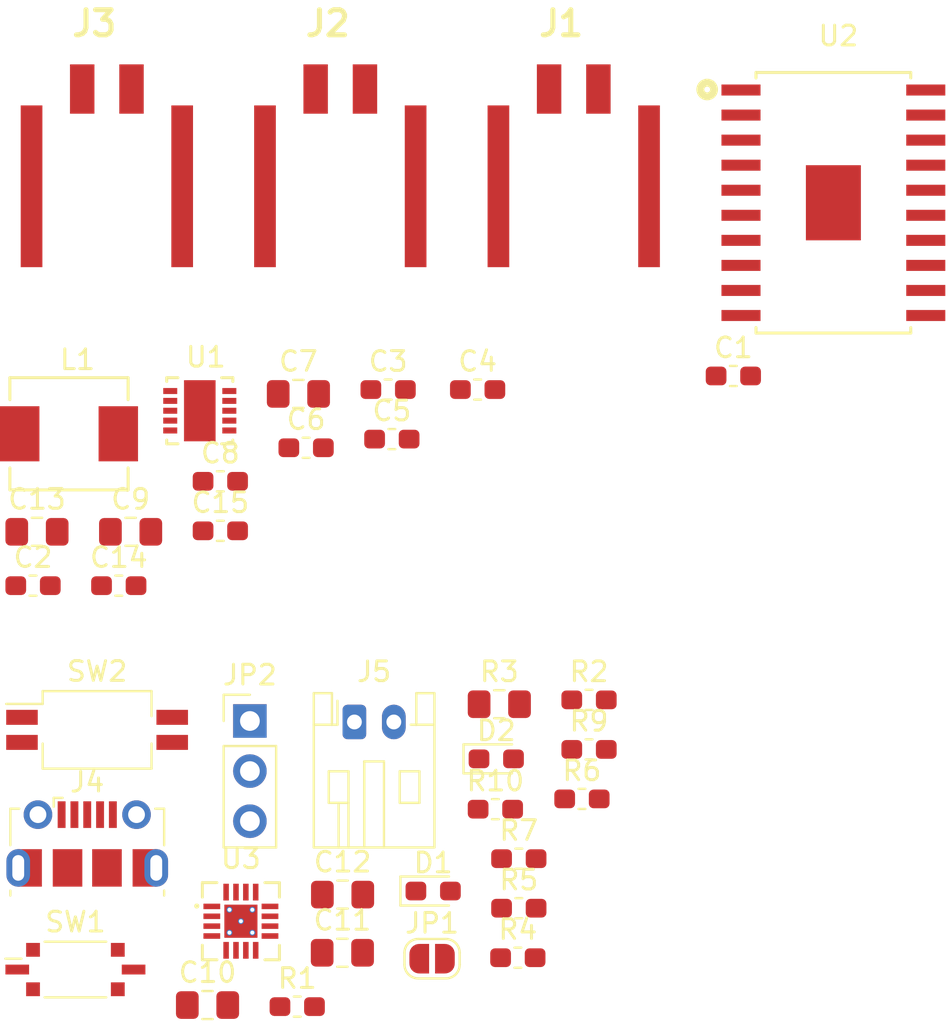
<source format=kicad_pcb>
(kicad_pcb (version 20171130) (host pcbnew 5.1.5)

  (general
    (thickness 1.6)
    (drawings 0)
    (tracks 0)
    (zones 0)
    (modules 39)
    (nets 27)
  )

  (page A4)
  (layers
    (0 F.Cu signal)
    (31 B.Cu signal)
    (32 B.Adhes user)
    (33 F.Adhes user)
    (34 B.Paste user)
    (35 F.Paste user)
    (36 B.SilkS user)
    (37 F.SilkS user)
    (38 B.Mask user)
    (39 F.Mask user)
    (40 Dwgs.User user hide)
    (41 Cmts.User user)
    (42 Eco1.User user)
    (43 Eco2.User user)
    (44 Edge.Cuts user)
    (45 Margin user)
    (46 B.CrtYd user)
    (47 F.CrtYd user)
    (48 B.Fab user)
    (49 F.Fab user)
  )

  (setup
    (last_trace_width 0.25)
    (trace_clearance 0.2)
    (zone_clearance 0.508)
    (zone_45_only no)
    (trace_min 0.2)
    (via_size 0.8)
    (via_drill 0.4)
    (via_min_size 0.4)
    (via_min_drill 0.3)
    (uvia_size 0.3)
    (uvia_drill 0.1)
    (uvias_allowed no)
    (uvia_min_size 0.2)
    (uvia_min_drill 0.1)
    (edge_width 0.05)
    (segment_width 0.2)
    (pcb_text_width 0.3)
    (pcb_text_size 1.5 1.5)
    (mod_edge_width 0.12)
    (mod_text_size 1 1)
    (mod_text_width 0.15)
    (pad_size 1.524 1.524)
    (pad_drill 0.762)
    (pad_to_mask_clearance 0.051)
    (solder_mask_min_width 0.25)
    (aux_axis_origin 0 0)
    (visible_elements 7FF9FFFF)
    (pcbplotparams
      (layerselection 0x010fc_ffffffff)
      (usegerberextensions false)
      (usegerberattributes false)
      (usegerberadvancedattributes false)
      (creategerberjobfile false)
      (excludeedgelayer true)
      (linewidth 0.100000)
      (plotframeref false)
      (viasonmask false)
      (mode 1)
      (useauxorigin false)
      (hpglpennumber 1)
      (hpglpenspeed 20)
      (hpglpendiameter 15.000000)
      (psnegative false)
      (psa4output false)
      (plotreference true)
      (plotvalue true)
      (plotinvisibletext false)
      (padsonsilk false)
      (subtractmaskfromsilk false)
      (outputformat 1)
      (mirror false)
      (drillshape 1)
      (scaleselection 1)
      (outputdirectory ""))
  )

  (net 0 "")
  (net 1 GND)
  (net 2 "Net-(C8-Pad1)")
  (net 3 "Net-(L1-Pad2)")
  (net 4 /Voutbat)
  (net 5 /5.0V)
  (net 6 /1.8V)
  (net 7 Vbus)
  (net 8 Vout)
  (net 9 /ChargingCircuit/BATT+)
  (net 10 /3.3V)
  (net 11 "Net-(D1-Pad1)")
  (net 12 "Net-(D1-Pad2)")
  (net 13 "Net-(D2-Pad2)")
  (net 14 "Net-(D2-Pad1)")
  (net 15 "Net-(J4-Pad2)")
  (net 16 "Net-(J4-Pad4)")
  (net 17 "Net-(J4-Pad3)")
  (net 18 "Net-(JP1-Pad1)")
  (net 19 ~CE)
  (net 20 "Net-(R2-Pad1)")
  (net 21 "Net-(R3-Pad1)")
  (net 22 "Net-(R6-Pad2)")
  (net 23 EN1)
  (net 24 EN2)
  (net 25 "Net-(U1-Pad5)")
  (net 26 "Net-(U1-Pad8)")

  (net_class Default "This is the default net class."
    (clearance 0.2)
    (trace_width 0.25)
    (via_dia 0.8)
    (via_drill 0.4)
    (uvia_dia 0.3)
    (uvia_drill 0.1)
    (add_net /1.8V)
    (add_net /3.3V)
    (add_net /5.0V)
    (add_net /ChargingCircuit/BATT+)
    (add_net /Voutbat)
    (add_net EN1)
    (add_net EN2)
    (add_net GND)
    (add_net "Net-(C8-Pad1)")
    (add_net "Net-(D1-Pad1)")
    (add_net "Net-(D1-Pad2)")
    (add_net "Net-(D2-Pad1)")
    (add_net "Net-(D2-Pad2)")
    (add_net "Net-(J4-Pad2)")
    (add_net "Net-(J4-Pad3)")
    (add_net "Net-(J4-Pad4)")
    (add_net "Net-(JP1-Pad1)")
    (add_net "Net-(L1-Pad2)")
    (add_net "Net-(R2-Pad1)")
    (add_net "Net-(R3-Pad1)")
    (add_net "Net-(R6-Pad2)")
    (add_net "Net-(U1-Pad5)")
    (add_net "Net-(U1-Pad8)")
    (add_net Vbus)
    (add_net Vout)
    (add_net ~CE)
  )

  (module Capacitor_SMD:C_0603_1608Metric_Pad1.05x0.95mm_HandSolder (layer F.Cu) (tedit 5B301BBE) (tstamp 5E31CBC3)
    (at 155.305001 76.257001)
    (descr "Capacitor SMD 0603 (1608 Metric), square (rectangular) end terminal, IPC_7351 nominal with elongated pad for handsoldering. (Body size source: http://www.tortai-tech.com/upload/download/2011102023233369053.pdf), generated with kicad-footprint-generator")
    (tags "capacitor handsolder")
    (path /5E374FC6)
    (attr smd)
    (fp_text reference C1 (at 0 -1.43) (layer F.SilkS)
      (effects (font (size 1 1) (thickness 0.15)))
    )
    (fp_text value 10μF (at 0 1.43) (layer F.Fab)
      (effects (font (size 1 1) (thickness 0.15)))
    )
    (fp_text user %R (at 0 0) (layer F.Fab)
      (effects (font (size 0.4 0.4) (thickness 0.06)))
    )
    (fp_line (start 1.65 0.73) (end -1.65 0.73) (layer F.CrtYd) (width 0.05))
    (fp_line (start 1.65 -0.73) (end 1.65 0.73) (layer F.CrtYd) (width 0.05))
    (fp_line (start -1.65 -0.73) (end 1.65 -0.73) (layer F.CrtYd) (width 0.05))
    (fp_line (start -1.65 0.73) (end -1.65 -0.73) (layer F.CrtYd) (width 0.05))
    (fp_line (start -0.171267 0.51) (end 0.171267 0.51) (layer F.SilkS) (width 0.12))
    (fp_line (start -0.171267 -0.51) (end 0.171267 -0.51) (layer F.SilkS) (width 0.12))
    (fp_line (start 0.8 0.4) (end -0.8 0.4) (layer F.Fab) (width 0.1))
    (fp_line (start 0.8 -0.4) (end 0.8 0.4) (layer F.Fab) (width 0.1))
    (fp_line (start -0.8 -0.4) (end 0.8 -0.4) (layer F.Fab) (width 0.1))
    (fp_line (start -0.8 0.4) (end -0.8 -0.4) (layer F.Fab) (width 0.1))
    (pad 2 smd roundrect (at 0.875 0) (size 1.05 0.95) (layers F.Cu F.Paste F.Mask) (roundrect_rratio 0.25)
      (net 4 /Voutbat))
    (pad 1 smd roundrect (at -0.875 0) (size 1.05 0.95) (layers F.Cu F.Paste F.Mask) (roundrect_rratio 0.25)
      (net 1 GND))
    (model ${KISYS3DMOD}/Capacitor_SMD.3dshapes/C_0603_1608Metric.wrl
      (at (xyz 0 0 0))
      (scale (xyz 1 1 1))
      (rotate (xyz 0 0 0))
    )
  )

  (module Capacitor_SMD:C_0603_1608Metric_Pad1.05x0.95mm_HandSolder (layer F.Cu) (tedit 5B301BBE) (tstamp 5E31CBD4)
    (at 119.785001 86.887001)
    (descr "Capacitor SMD 0603 (1608 Metric), square (rectangular) end terminal, IPC_7351 nominal with elongated pad for handsoldering. (Body size source: http://www.tortai-tech.com/upload/download/2011102023233369053.pdf), generated with kicad-footprint-generator")
    (tags "capacitor handsolder")
    (path /5E222350)
    (attr smd)
    (fp_text reference C2 (at 0 -1.43) (layer F.SilkS)
      (effects (font (size 1 1) (thickness 0.15)))
    )
    (fp_text value 0.1uF (at 0 1.43) (layer F.Fab)
      (effects (font (size 1 1) (thickness 0.15)))
    )
    (fp_text user %R (at 0 0) (layer F.Fab)
      (effects (font (size 0.4 0.4) (thickness 0.06)))
    )
    (fp_line (start 1.65 0.73) (end -1.65 0.73) (layer F.CrtYd) (width 0.05))
    (fp_line (start 1.65 -0.73) (end 1.65 0.73) (layer F.CrtYd) (width 0.05))
    (fp_line (start -1.65 -0.73) (end 1.65 -0.73) (layer F.CrtYd) (width 0.05))
    (fp_line (start -1.65 0.73) (end -1.65 -0.73) (layer F.CrtYd) (width 0.05))
    (fp_line (start -0.171267 0.51) (end 0.171267 0.51) (layer F.SilkS) (width 0.12))
    (fp_line (start -0.171267 -0.51) (end 0.171267 -0.51) (layer F.SilkS) (width 0.12))
    (fp_line (start 0.8 0.4) (end -0.8 0.4) (layer F.Fab) (width 0.1))
    (fp_line (start 0.8 -0.4) (end 0.8 0.4) (layer F.Fab) (width 0.1))
    (fp_line (start -0.8 -0.4) (end 0.8 -0.4) (layer F.Fab) (width 0.1))
    (fp_line (start -0.8 0.4) (end -0.8 -0.4) (layer F.Fab) (width 0.1))
    (pad 2 smd roundrect (at 0.875 0) (size 1.05 0.95) (layers F.Cu F.Paste F.Mask) (roundrect_rratio 0.25)
      (net 1 GND))
    (pad 1 smd roundrect (at -0.875 0) (size 1.05 0.95) (layers F.Cu F.Paste F.Mask) (roundrect_rratio 0.25)
      (net 5 /5.0V))
    (model ${KISYS3DMOD}/Capacitor_SMD.3dshapes/C_0603_1608Metric.wrl
      (at (xyz 0 0 0))
      (scale (xyz 1 1 1))
      (rotate (xyz 0 0 0))
    )
  )

  (module Capacitor_SMD:C_0603_1608Metric_Pad1.05x0.95mm_HandSolder (layer F.Cu) (tedit 5B301BBE) (tstamp 5E31CBE5)
    (at 137.795001 76.947001)
    (descr "Capacitor SMD 0603 (1608 Metric), square (rectangular) end terminal, IPC_7351 nominal with elongated pad for handsoldering. (Body size source: http://www.tortai-tech.com/upload/download/2011102023233369053.pdf), generated with kicad-footprint-generator")
    (tags "capacitor handsolder")
    (path /5E49FDFA)
    (attr smd)
    (fp_text reference C3 (at 0 -1.43) (layer F.SilkS)
      (effects (font (size 1 1) (thickness 0.15)))
    )
    (fp_text value 10μF (at 0 1.43) (layer F.Fab)
      (effects (font (size 1 1) (thickness 0.15)))
    )
    (fp_line (start -0.8 0.4) (end -0.8 -0.4) (layer F.Fab) (width 0.1))
    (fp_line (start -0.8 -0.4) (end 0.8 -0.4) (layer F.Fab) (width 0.1))
    (fp_line (start 0.8 -0.4) (end 0.8 0.4) (layer F.Fab) (width 0.1))
    (fp_line (start 0.8 0.4) (end -0.8 0.4) (layer F.Fab) (width 0.1))
    (fp_line (start -0.171267 -0.51) (end 0.171267 -0.51) (layer F.SilkS) (width 0.12))
    (fp_line (start -0.171267 0.51) (end 0.171267 0.51) (layer F.SilkS) (width 0.12))
    (fp_line (start -1.65 0.73) (end -1.65 -0.73) (layer F.CrtYd) (width 0.05))
    (fp_line (start -1.65 -0.73) (end 1.65 -0.73) (layer F.CrtYd) (width 0.05))
    (fp_line (start 1.65 -0.73) (end 1.65 0.73) (layer F.CrtYd) (width 0.05))
    (fp_line (start 1.65 0.73) (end -1.65 0.73) (layer F.CrtYd) (width 0.05))
    (fp_text user %R (at 0 0) (layer F.Fab)
      (effects (font (size 0.4 0.4) (thickness 0.06)))
    )
    (pad 1 smd roundrect (at -0.875 0) (size 1.05 0.95) (layers F.Cu F.Paste F.Mask) (roundrect_rratio 0.25)
      (net 1 GND))
    (pad 2 smd roundrect (at 0.875 0) (size 1.05 0.95) (layers F.Cu F.Paste F.Mask) (roundrect_rratio 0.25)
      (net 4 /Voutbat))
    (model ${KISYS3DMOD}/Capacitor_SMD.3dshapes/C_0603_1608Metric.wrl
      (at (xyz 0 0 0))
      (scale (xyz 1 1 1))
      (rotate (xyz 0 0 0))
    )
  )

  (module Capacitor_SMD:C_0603_1608Metric_Pad1.05x0.95mm_HandSolder (layer F.Cu) (tedit 5B301BBE) (tstamp 5E31CBF6)
    (at 142.335001 76.947001)
    (descr "Capacitor SMD 0603 (1608 Metric), square (rectangular) end terminal, IPC_7351 nominal with elongated pad for handsoldering. (Body size source: http://www.tortai-tech.com/upload/download/2011102023233369053.pdf), generated with kicad-footprint-generator")
    (tags "capacitor handsolder")
    (path /5E225E5D)
    (attr smd)
    (fp_text reference C4 (at 0 -1.43) (layer F.SilkS)
      (effects (font (size 1 1) (thickness 0.15)))
    )
    (fp_text value 0.1uF (at 0 1.43) (layer F.Fab)
      (effects (font (size 1 1) (thickness 0.15)))
    )
    (fp_line (start -0.8 0.4) (end -0.8 -0.4) (layer F.Fab) (width 0.1))
    (fp_line (start -0.8 -0.4) (end 0.8 -0.4) (layer F.Fab) (width 0.1))
    (fp_line (start 0.8 -0.4) (end 0.8 0.4) (layer F.Fab) (width 0.1))
    (fp_line (start 0.8 0.4) (end -0.8 0.4) (layer F.Fab) (width 0.1))
    (fp_line (start -0.171267 -0.51) (end 0.171267 -0.51) (layer F.SilkS) (width 0.12))
    (fp_line (start -0.171267 0.51) (end 0.171267 0.51) (layer F.SilkS) (width 0.12))
    (fp_line (start -1.65 0.73) (end -1.65 -0.73) (layer F.CrtYd) (width 0.05))
    (fp_line (start -1.65 -0.73) (end 1.65 -0.73) (layer F.CrtYd) (width 0.05))
    (fp_line (start 1.65 -0.73) (end 1.65 0.73) (layer F.CrtYd) (width 0.05))
    (fp_line (start 1.65 0.73) (end -1.65 0.73) (layer F.CrtYd) (width 0.05))
    (fp_text user %R (at 0 0) (layer F.Fab)
      (effects (font (size 0.4 0.4) (thickness 0.06)))
    )
    (pad 1 smd roundrect (at -0.875 0) (size 1.05 0.95) (layers F.Cu F.Paste F.Mask) (roundrect_rratio 0.25)
      (net 6 /1.8V))
    (pad 2 smd roundrect (at 0.875 0) (size 1.05 0.95) (layers F.Cu F.Paste F.Mask) (roundrect_rratio 0.25)
      (net 1 GND))
    (model ${KISYS3DMOD}/Capacitor_SMD.3dshapes/C_0603_1608Metric.wrl
      (at (xyz 0 0 0))
      (scale (xyz 1 1 1))
      (rotate (xyz 0 0 0))
    )
  )

  (module Capacitor_SMD:C_0603_1608Metric_Pad1.05x0.95mm_HandSolder (layer F.Cu) (tedit 5B301BBE) (tstamp 5E31CC07)
    (at 137.985001 79.457001)
    (descr "Capacitor SMD 0603 (1608 Metric), square (rectangular) end terminal, IPC_7351 nominal with elongated pad for handsoldering. (Body size source: http://www.tortai-tech.com/upload/download/2011102023233369053.pdf), generated with kicad-footprint-generator")
    (tags "capacitor handsolder")
    (path /5E4AA3F1)
    (attr smd)
    (fp_text reference C5 (at 0 -1.43) (layer F.SilkS)
      (effects (font (size 1 1) (thickness 0.15)))
    )
    (fp_text value 10μF (at 0 1.43) (layer F.Fab)
      (effects (font (size 1 1) (thickness 0.15)))
    )
    (fp_line (start -0.8 0.4) (end -0.8 -0.4) (layer F.Fab) (width 0.1))
    (fp_line (start -0.8 -0.4) (end 0.8 -0.4) (layer F.Fab) (width 0.1))
    (fp_line (start 0.8 -0.4) (end 0.8 0.4) (layer F.Fab) (width 0.1))
    (fp_line (start 0.8 0.4) (end -0.8 0.4) (layer F.Fab) (width 0.1))
    (fp_line (start -0.171267 -0.51) (end 0.171267 -0.51) (layer F.SilkS) (width 0.12))
    (fp_line (start -0.171267 0.51) (end 0.171267 0.51) (layer F.SilkS) (width 0.12))
    (fp_line (start -1.65 0.73) (end -1.65 -0.73) (layer F.CrtYd) (width 0.05))
    (fp_line (start -1.65 -0.73) (end 1.65 -0.73) (layer F.CrtYd) (width 0.05))
    (fp_line (start 1.65 -0.73) (end 1.65 0.73) (layer F.CrtYd) (width 0.05))
    (fp_line (start 1.65 0.73) (end -1.65 0.73) (layer F.CrtYd) (width 0.05))
    (fp_text user %R (at 0 0) (layer F.Fab)
      (effects (font (size 0.4 0.4) (thickness 0.06)))
    )
    (pad 1 smd roundrect (at -0.875 0) (size 1.05 0.95) (layers F.Cu F.Paste F.Mask) (roundrect_rratio 0.25)
      (net 1 GND))
    (pad 2 smd roundrect (at 0.875 0) (size 1.05 0.95) (layers F.Cu F.Paste F.Mask) (roundrect_rratio 0.25)
      (net 4 /Voutbat))
    (model ${KISYS3DMOD}/Capacitor_SMD.3dshapes/C_0603_1608Metric.wrl
      (at (xyz 0 0 0))
      (scale (xyz 1 1 1))
      (rotate (xyz 0 0 0))
    )
  )

  (module Capacitor_SMD:C_0603_1608Metric_Pad1.05x0.95mm_HandSolder (layer F.Cu) (tedit 5B301BBE) (tstamp 5E31CC18)
    (at 133.635001 79.897001)
    (descr "Capacitor SMD 0603 (1608 Metric), square (rectangular) end terminal, IPC_7351 nominal with elongated pad for handsoldering. (Body size source: http://www.tortai-tech.com/upload/download/2011102023233369053.pdf), generated with kicad-footprint-generator")
    (tags "capacitor handsolder")
    (path /5E226DBD)
    (attr smd)
    (fp_text reference C6 (at 0 -1.43) (layer F.SilkS)
      (effects (font (size 1 1) (thickness 0.15)))
    )
    (fp_text value 10uF (at 0 1.43) (layer F.Fab)
      (effects (font (size 1 1) (thickness 0.15)))
    )
    (fp_text user %R (at 0 0) (layer F.Fab)
      (effects (font (size 0.4 0.4) (thickness 0.06)))
    )
    (fp_line (start 1.65 0.73) (end -1.65 0.73) (layer F.CrtYd) (width 0.05))
    (fp_line (start 1.65 -0.73) (end 1.65 0.73) (layer F.CrtYd) (width 0.05))
    (fp_line (start -1.65 -0.73) (end 1.65 -0.73) (layer F.CrtYd) (width 0.05))
    (fp_line (start -1.65 0.73) (end -1.65 -0.73) (layer F.CrtYd) (width 0.05))
    (fp_line (start -0.171267 0.51) (end 0.171267 0.51) (layer F.SilkS) (width 0.12))
    (fp_line (start -0.171267 -0.51) (end 0.171267 -0.51) (layer F.SilkS) (width 0.12))
    (fp_line (start 0.8 0.4) (end -0.8 0.4) (layer F.Fab) (width 0.1))
    (fp_line (start 0.8 -0.4) (end 0.8 0.4) (layer F.Fab) (width 0.1))
    (fp_line (start -0.8 -0.4) (end 0.8 -0.4) (layer F.Fab) (width 0.1))
    (fp_line (start -0.8 0.4) (end -0.8 -0.4) (layer F.Fab) (width 0.1))
    (pad 2 smd roundrect (at 0.875 0) (size 1.05 0.95) (layers F.Cu F.Paste F.Mask) (roundrect_rratio 0.25)
      (net 1 GND))
    (pad 1 smd roundrect (at -0.875 0) (size 1.05 0.95) (layers F.Cu F.Paste F.Mask) (roundrect_rratio 0.25)
      (net 6 /1.8V))
    (model ${KISYS3DMOD}/Capacitor_SMD.3dshapes/C_0603_1608Metric.wrl
      (at (xyz 0 0 0))
      (scale (xyz 1 1 1))
      (rotate (xyz 0 0 0))
    )
  )

  (module Capacitor_SMD:C_0805_2012Metric_Pad1.15x1.40mm_HandSolder (layer F.Cu) (tedit 5B36C52B) (tstamp 5E31CC29)
    (at 133.245001 77.167001)
    (descr "Capacitor SMD 0805 (2012 Metric), square (rectangular) end terminal, IPC_7351 nominal with elongated pad for handsoldering. (Body size source: https://docs.google.com/spreadsheets/d/1BsfQQcO9C6DZCsRaXUlFlo91Tg2WpOkGARC1WS5S8t0/edit?usp=sharing), generated with kicad-footprint-generator")
    (tags "capacitor handsolder")
    (path /5E46F450)
    (attr smd)
    (fp_text reference C7 (at 0 -1.65) (layer F.SilkS)
      (effects (font (size 1 1) (thickness 0.15)))
    )
    (fp_text value 10uF (at 0 1.65) (layer F.Fab)
      (effects (font (size 1 1) (thickness 0.15)))
    )
    (fp_line (start -1 0.6) (end -1 -0.6) (layer F.Fab) (width 0.1))
    (fp_line (start -1 -0.6) (end 1 -0.6) (layer F.Fab) (width 0.1))
    (fp_line (start 1 -0.6) (end 1 0.6) (layer F.Fab) (width 0.1))
    (fp_line (start 1 0.6) (end -1 0.6) (layer F.Fab) (width 0.1))
    (fp_line (start -0.261252 -0.71) (end 0.261252 -0.71) (layer F.SilkS) (width 0.12))
    (fp_line (start -0.261252 0.71) (end 0.261252 0.71) (layer F.SilkS) (width 0.12))
    (fp_line (start -1.85 0.95) (end -1.85 -0.95) (layer F.CrtYd) (width 0.05))
    (fp_line (start -1.85 -0.95) (end 1.85 -0.95) (layer F.CrtYd) (width 0.05))
    (fp_line (start 1.85 -0.95) (end 1.85 0.95) (layer F.CrtYd) (width 0.05))
    (fp_line (start 1.85 0.95) (end -1.85 0.95) (layer F.CrtYd) (width 0.05))
    (fp_text user %R (at 0 0) (layer F.Fab)
      (effects (font (size 0.5 0.5) (thickness 0.08)))
    )
    (pad 1 smd roundrect (at -1.025 0) (size 1.15 1.4) (layers F.Cu F.Paste F.Mask) (roundrect_rratio 0.217391)
      (net 5 /5.0V))
    (pad 2 smd roundrect (at 1.025 0) (size 1.15 1.4) (layers F.Cu F.Paste F.Mask) (roundrect_rratio 0.217391)
      (net 1 GND))
    (model ${KISYS3DMOD}/Capacitor_SMD.3dshapes/C_0805_2012Metric.wrl
      (at (xyz 0 0 0))
      (scale (xyz 1 1 1))
      (rotate (xyz 0 0 0))
    )
  )

  (module Capacitor_SMD:C_0603_1608Metric_Pad1.05x0.95mm_HandSolder (layer F.Cu) (tedit 5B301BBE) (tstamp 5E31CC3A)
    (at 129.285001 81.597001)
    (descr "Capacitor SMD 0603 (1608 Metric), square (rectangular) end terminal, IPC_7351 nominal with elongated pad for handsoldering. (Body size source: http://www.tortai-tech.com/upload/download/2011102023233369053.pdf), generated with kicad-footprint-generator")
    (tags "capacitor handsolder")
    (path /5E252172)
    (attr smd)
    (fp_text reference C8 (at 0 -1.43) (layer F.SilkS)
      (effects (font (size 1 1) (thickness 0.15)))
    )
    (fp_text value 22nF (at 0 1.43) (layer F.Fab)
      (effects (font (size 1 1) (thickness 0.15)))
    )
    (fp_line (start -0.8 0.4) (end -0.8 -0.4) (layer F.Fab) (width 0.1))
    (fp_line (start -0.8 -0.4) (end 0.8 -0.4) (layer F.Fab) (width 0.1))
    (fp_line (start 0.8 -0.4) (end 0.8 0.4) (layer F.Fab) (width 0.1))
    (fp_line (start 0.8 0.4) (end -0.8 0.4) (layer F.Fab) (width 0.1))
    (fp_line (start -0.171267 -0.51) (end 0.171267 -0.51) (layer F.SilkS) (width 0.12))
    (fp_line (start -0.171267 0.51) (end 0.171267 0.51) (layer F.SilkS) (width 0.12))
    (fp_line (start -1.65 0.73) (end -1.65 -0.73) (layer F.CrtYd) (width 0.05))
    (fp_line (start -1.65 -0.73) (end 1.65 -0.73) (layer F.CrtYd) (width 0.05))
    (fp_line (start 1.65 -0.73) (end 1.65 0.73) (layer F.CrtYd) (width 0.05))
    (fp_line (start 1.65 0.73) (end -1.65 0.73) (layer F.CrtYd) (width 0.05))
    (fp_text user %R (at 0 0) (layer F.Fab)
      (effects (font (size 0.4 0.4) (thickness 0.06)))
    )
    (pad 1 smd roundrect (at -0.875 0) (size 1.05 0.95) (layers F.Cu F.Paste F.Mask) (roundrect_rratio 0.25)
      (net 2 "Net-(C8-Pad1)"))
    (pad 2 smd roundrect (at 0.875 0) (size 1.05 0.95) (layers F.Cu F.Paste F.Mask) (roundrect_rratio 0.25)
      (net 1 GND))
    (model ${KISYS3DMOD}/Capacitor_SMD.3dshapes/C_0603_1608Metric.wrl
      (at (xyz 0 0 0))
      (scale (xyz 1 1 1))
      (rotate (xyz 0 0 0))
    )
  )

  (module Capacitor_SMD:C_0805_2012Metric_Pad1.15x1.40mm_HandSolder (layer F.Cu) (tedit 5B36C52B) (tstamp 5E31CC4B)
    (at 124.735001 84.157001)
    (descr "Capacitor SMD 0805 (2012 Metric), square (rectangular) end terminal, IPC_7351 nominal with elongated pad for handsoldering. (Body size source: https://docs.google.com/spreadsheets/d/1BsfQQcO9C6DZCsRaXUlFlo91Tg2WpOkGARC1WS5S8t0/edit?usp=sharing), generated with kicad-footprint-generator")
    (tags "capacitor handsolder")
    (path /5E46F0A9)
    (attr smd)
    (fp_text reference C9 (at 0 -1.65) (layer F.SilkS)
      (effects (font (size 1 1) (thickness 0.15)))
    )
    (fp_text value 10uF (at 0 1.65) (layer F.Fab)
      (effects (font (size 1 1) (thickness 0.15)))
    )
    (fp_text user %R (at 0 0) (layer F.Fab)
      (effects (font (size 0.5 0.5) (thickness 0.08)))
    )
    (fp_line (start 1.85 0.95) (end -1.85 0.95) (layer F.CrtYd) (width 0.05))
    (fp_line (start 1.85 -0.95) (end 1.85 0.95) (layer F.CrtYd) (width 0.05))
    (fp_line (start -1.85 -0.95) (end 1.85 -0.95) (layer F.CrtYd) (width 0.05))
    (fp_line (start -1.85 0.95) (end -1.85 -0.95) (layer F.CrtYd) (width 0.05))
    (fp_line (start -0.261252 0.71) (end 0.261252 0.71) (layer F.SilkS) (width 0.12))
    (fp_line (start -0.261252 -0.71) (end 0.261252 -0.71) (layer F.SilkS) (width 0.12))
    (fp_line (start 1 0.6) (end -1 0.6) (layer F.Fab) (width 0.1))
    (fp_line (start 1 -0.6) (end 1 0.6) (layer F.Fab) (width 0.1))
    (fp_line (start -1 -0.6) (end 1 -0.6) (layer F.Fab) (width 0.1))
    (fp_line (start -1 0.6) (end -1 -0.6) (layer F.Fab) (width 0.1))
    (pad 2 smd roundrect (at 1.025 0) (size 1.15 1.4) (layers F.Cu F.Paste F.Mask) (roundrect_rratio 0.217391)
      (net 1 GND))
    (pad 1 smd roundrect (at -1.025 0) (size 1.15 1.4) (layers F.Cu F.Paste F.Mask) (roundrect_rratio 0.217391)
      (net 5 /5.0V))
    (model ${KISYS3DMOD}/Capacitor_SMD.3dshapes/C_0805_2012Metric.wrl
      (at (xyz 0 0 0))
      (scale (xyz 1 1 1))
      (rotate (xyz 0 0 0))
    )
  )

  (module Capacitor_SMD:C_0805_2012Metric_Pad1.15x1.40mm_HandSolder (layer F.Cu) (tedit 5B36C52B) (tstamp 5E31CC5C)
    (at 128.635001 108.147001)
    (descr "Capacitor SMD 0805 (2012 Metric), square (rectangular) end terminal, IPC_7351 nominal with elongated pad for handsoldering. (Body size source: https://docs.google.com/spreadsheets/d/1BsfQQcO9C6DZCsRaXUlFlo91Tg2WpOkGARC1WS5S8t0/edit?usp=sharing), generated with kicad-footprint-generator")
    (tags "capacitor handsolder")
    (path /5E25984C/5E2837DF)
    (attr smd)
    (fp_text reference C10 (at 0 -1.65) (layer F.SilkS)
      (effects (font (size 1 1) (thickness 0.15)))
    )
    (fp_text value 1uF (at 0 1.65) (layer F.Fab)
      (effects (font (size 1 1) (thickness 0.15)))
    )
    (fp_text user %R (at 0 0) (layer F.Fab)
      (effects (font (size 0.5 0.5) (thickness 0.08)))
    )
    (fp_line (start 1.85 0.95) (end -1.85 0.95) (layer F.CrtYd) (width 0.05))
    (fp_line (start 1.85 -0.95) (end 1.85 0.95) (layer F.CrtYd) (width 0.05))
    (fp_line (start -1.85 -0.95) (end 1.85 -0.95) (layer F.CrtYd) (width 0.05))
    (fp_line (start -1.85 0.95) (end -1.85 -0.95) (layer F.CrtYd) (width 0.05))
    (fp_line (start -0.261252 0.71) (end 0.261252 0.71) (layer F.SilkS) (width 0.12))
    (fp_line (start -0.261252 -0.71) (end 0.261252 -0.71) (layer F.SilkS) (width 0.12))
    (fp_line (start 1 0.6) (end -1 0.6) (layer F.Fab) (width 0.1))
    (fp_line (start 1 -0.6) (end 1 0.6) (layer F.Fab) (width 0.1))
    (fp_line (start -1 -0.6) (end 1 -0.6) (layer F.Fab) (width 0.1))
    (fp_line (start -1 0.6) (end -1 -0.6) (layer F.Fab) (width 0.1))
    (pad 2 smd roundrect (at 1.025 0) (size 1.15 1.4) (layers F.Cu F.Paste F.Mask) (roundrect_rratio 0.217391)
      (net 1 GND))
    (pad 1 smd roundrect (at -1.025 0) (size 1.15 1.4) (layers F.Cu F.Paste F.Mask) (roundrect_rratio 0.217391)
      (net 7 Vbus))
    (model ${KISYS3DMOD}/Capacitor_SMD.3dshapes/C_0805_2012Metric.wrl
      (at (xyz 0 0 0))
      (scale (xyz 1 1 1))
      (rotate (xyz 0 0 0))
    )
  )

  (module Capacitor_SMD:C_0805_2012Metric_Pad1.15x1.40mm_HandSolder (layer F.Cu) (tedit 5B36C52B) (tstamp 5E31CC6D)
    (at 135.475001 105.497001)
    (descr "Capacitor SMD 0805 (2012 Metric), square (rectangular) end terminal, IPC_7351 nominal with elongated pad for handsoldering. (Body size source: https://docs.google.com/spreadsheets/d/1BsfQQcO9C6DZCsRaXUlFlo91Tg2WpOkGARC1WS5S8t0/edit?usp=sharing), generated with kicad-footprint-generator")
    (tags "capacitor handsolder")
    (path /5E25984C/5E26A6C2)
    (attr smd)
    (fp_text reference C11 (at 0 -1.65) (layer F.SilkS)
      (effects (font (size 1 1) (thickness 0.15)))
    )
    (fp_text value 4.7uF (at 0 1.65) (layer F.Fab)
      (effects (font (size 1 1) (thickness 0.15)))
    )
    (fp_line (start -1 0.6) (end -1 -0.6) (layer F.Fab) (width 0.1))
    (fp_line (start -1 -0.6) (end 1 -0.6) (layer F.Fab) (width 0.1))
    (fp_line (start 1 -0.6) (end 1 0.6) (layer F.Fab) (width 0.1))
    (fp_line (start 1 0.6) (end -1 0.6) (layer F.Fab) (width 0.1))
    (fp_line (start -0.261252 -0.71) (end 0.261252 -0.71) (layer F.SilkS) (width 0.12))
    (fp_line (start -0.261252 0.71) (end 0.261252 0.71) (layer F.SilkS) (width 0.12))
    (fp_line (start -1.85 0.95) (end -1.85 -0.95) (layer F.CrtYd) (width 0.05))
    (fp_line (start -1.85 -0.95) (end 1.85 -0.95) (layer F.CrtYd) (width 0.05))
    (fp_line (start 1.85 -0.95) (end 1.85 0.95) (layer F.CrtYd) (width 0.05))
    (fp_line (start 1.85 0.95) (end -1.85 0.95) (layer F.CrtYd) (width 0.05))
    (fp_text user %R (at 0 0) (layer F.Fab)
      (effects (font (size 0.5 0.5) (thickness 0.08)))
    )
    (pad 1 smd roundrect (at -1.025 0) (size 1.15 1.4) (layers F.Cu F.Paste F.Mask) (roundrect_rratio 0.217391)
      (net 8 Vout))
    (pad 2 smd roundrect (at 1.025 0) (size 1.15 1.4) (layers F.Cu F.Paste F.Mask) (roundrect_rratio 0.217391)
      (net 1 GND))
    (model ${KISYS3DMOD}/Capacitor_SMD.3dshapes/C_0805_2012Metric.wrl
      (at (xyz 0 0 0))
      (scale (xyz 1 1 1))
      (rotate (xyz 0 0 0))
    )
  )

  (module Capacitor_SMD:C_0805_2012Metric_Pad1.15x1.40mm_HandSolder (layer F.Cu) (tedit 5B36C52B) (tstamp 5E31CC7E)
    (at 135.485001 102.547001)
    (descr "Capacitor SMD 0805 (2012 Metric), square (rectangular) end terminal, IPC_7351 nominal with elongated pad for handsoldering. (Body size source: https://docs.google.com/spreadsheets/d/1BsfQQcO9C6DZCsRaXUlFlo91Tg2WpOkGARC1WS5S8t0/edit?usp=sharing), generated with kicad-footprint-generator")
    (tags "capacitor handsolder")
    (path /5E25984C/5E2D0032)
    (attr smd)
    (fp_text reference C12 (at 0 -1.65) (layer F.SilkS)
      (effects (font (size 1 1) (thickness 0.15)))
    )
    (fp_text value 4.7uF (at 0 1.65) (layer F.Fab)
      (effects (font (size 1 1) (thickness 0.15)))
    )
    (fp_line (start -1 0.6) (end -1 -0.6) (layer F.Fab) (width 0.1))
    (fp_line (start -1 -0.6) (end 1 -0.6) (layer F.Fab) (width 0.1))
    (fp_line (start 1 -0.6) (end 1 0.6) (layer F.Fab) (width 0.1))
    (fp_line (start 1 0.6) (end -1 0.6) (layer F.Fab) (width 0.1))
    (fp_line (start -0.261252 -0.71) (end 0.261252 -0.71) (layer F.SilkS) (width 0.12))
    (fp_line (start -0.261252 0.71) (end 0.261252 0.71) (layer F.SilkS) (width 0.12))
    (fp_line (start -1.85 0.95) (end -1.85 -0.95) (layer F.CrtYd) (width 0.05))
    (fp_line (start -1.85 -0.95) (end 1.85 -0.95) (layer F.CrtYd) (width 0.05))
    (fp_line (start 1.85 -0.95) (end 1.85 0.95) (layer F.CrtYd) (width 0.05))
    (fp_line (start 1.85 0.95) (end -1.85 0.95) (layer F.CrtYd) (width 0.05))
    (fp_text user %R (at 0 0) (layer F.Fab)
      (effects (font (size 0.5 0.5) (thickness 0.08)))
    )
    (pad 1 smd roundrect (at -1.025 0) (size 1.15 1.4) (layers F.Cu F.Paste F.Mask) (roundrect_rratio 0.217391)
      (net 9 /ChargingCircuit/BATT+))
    (pad 2 smd roundrect (at 1.025 0) (size 1.15 1.4) (layers F.Cu F.Paste F.Mask) (roundrect_rratio 0.217391)
      (net 1 GND))
    (model ${KISYS3DMOD}/Capacitor_SMD.3dshapes/C_0805_2012Metric.wrl
      (at (xyz 0 0 0))
      (scale (xyz 1 1 1))
      (rotate (xyz 0 0 0))
    )
  )

  (module Capacitor_SMD:C_0805_2012Metric_Pad1.15x1.40mm_HandSolder (layer F.Cu) (tedit 5B36C52B) (tstamp 5E31CC8F)
    (at 119.985001 84.157001)
    (descr "Capacitor SMD 0805 (2012 Metric), square (rectangular) end terminal, IPC_7351 nominal with elongated pad for handsoldering. (Body size source: https://docs.google.com/spreadsheets/d/1BsfQQcO9C6DZCsRaXUlFlo91Tg2WpOkGARC1WS5S8t0/edit?usp=sharing), generated with kicad-footprint-generator")
    (tags "capacitor handsolder")
    (path /5E358676)
    (attr smd)
    (fp_text reference C13 (at 0 -1.65) (layer F.SilkS)
      (effects (font (size 1 1) (thickness 0.15)))
    )
    (fp_text value 10uF (at 0 1.65) (layer F.Fab)
      (effects (font (size 1 1) (thickness 0.15)))
    )
    (fp_text user %R (at 0 0) (layer F.Fab)
      (effects (font (size 0.5 0.5) (thickness 0.08)))
    )
    (fp_line (start 1.85 0.95) (end -1.85 0.95) (layer F.CrtYd) (width 0.05))
    (fp_line (start 1.85 -0.95) (end 1.85 0.95) (layer F.CrtYd) (width 0.05))
    (fp_line (start -1.85 -0.95) (end 1.85 -0.95) (layer F.CrtYd) (width 0.05))
    (fp_line (start -1.85 0.95) (end -1.85 -0.95) (layer F.CrtYd) (width 0.05))
    (fp_line (start -0.261252 0.71) (end 0.261252 0.71) (layer F.SilkS) (width 0.12))
    (fp_line (start -0.261252 -0.71) (end 0.261252 -0.71) (layer F.SilkS) (width 0.12))
    (fp_line (start 1 0.6) (end -1 0.6) (layer F.Fab) (width 0.1))
    (fp_line (start 1 -0.6) (end 1 0.6) (layer F.Fab) (width 0.1))
    (fp_line (start -1 -0.6) (end 1 -0.6) (layer F.Fab) (width 0.1))
    (fp_line (start -1 0.6) (end -1 -0.6) (layer F.Fab) (width 0.1))
    (pad 2 smd roundrect (at 1.025 0) (size 1.15 1.4) (layers F.Cu F.Paste F.Mask) (roundrect_rratio 0.217391)
      (net 1 GND))
    (pad 1 smd roundrect (at -1.025 0) (size 1.15 1.4) (layers F.Cu F.Paste F.Mask) (roundrect_rratio 0.217391)
      (net 5 /5.0V))
    (model ${KISYS3DMOD}/Capacitor_SMD.3dshapes/C_0805_2012Metric.wrl
      (at (xyz 0 0 0))
      (scale (xyz 1 1 1))
      (rotate (xyz 0 0 0))
    )
  )

  (module Capacitor_SMD:C_0603_1608Metric_Pad1.05x0.95mm_HandSolder (layer F.Cu) (tedit 5B301BBE) (tstamp 5E31CCA0)
    (at 124.135001 86.887001)
    (descr "Capacitor SMD 0603 (1608 Metric), square (rectangular) end terminal, IPC_7351 nominal with elongated pad for handsoldering. (Body size source: http://www.tortai-tech.com/upload/download/2011102023233369053.pdf), generated with kicad-footprint-generator")
    (tags "capacitor handsolder")
    (path /5E43CF5D)
    (attr smd)
    (fp_text reference C14 (at 0 -1.43) (layer F.SilkS)
      (effects (font (size 1 1) (thickness 0.15)))
    )
    (fp_text value 0.1uF (at 0 1.43) (layer F.Fab)
      (effects (font (size 1 1) (thickness 0.15)))
    )
    (fp_line (start -0.8 0.4) (end -0.8 -0.4) (layer F.Fab) (width 0.1))
    (fp_line (start -0.8 -0.4) (end 0.8 -0.4) (layer F.Fab) (width 0.1))
    (fp_line (start 0.8 -0.4) (end 0.8 0.4) (layer F.Fab) (width 0.1))
    (fp_line (start 0.8 0.4) (end -0.8 0.4) (layer F.Fab) (width 0.1))
    (fp_line (start -0.171267 -0.51) (end 0.171267 -0.51) (layer F.SilkS) (width 0.12))
    (fp_line (start -0.171267 0.51) (end 0.171267 0.51) (layer F.SilkS) (width 0.12))
    (fp_line (start -1.65 0.73) (end -1.65 -0.73) (layer F.CrtYd) (width 0.05))
    (fp_line (start -1.65 -0.73) (end 1.65 -0.73) (layer F.CrtYd) (width 0.05))
    (fp_line (start 1.65 -0.73) (end 1.65 0.73) (layer F.CrtYd) (width 0.05))
    (fp_line (start 1.65 0.73) (end -1.65 0.73) (layer F.CrtYd) (width 0.05))
    (fp_text user %R (at 0 0) (layer F.Fab)
      (effects (font (size 0.4 0.4) (thickness 0.06)))
    )
    (pad 1 smd roundrect (at -0.875 0) (size 1.05 0.95) (layers F.Cu F.Paste F.Mask) (roundrect_rratio 0.25)
      (net 10 /3.3V))
    (pad 2 smd roundrect (at 0.875 0) (size 1.05 0.95) (layers F.Cu F.Paste F.Mask) (roundrect_rratio 0.25)
      (net 1 GND))
    (model ${KISYS3DMOD}/Capacitor_SMD.3dshapes/C_0603_1608Metric.wrl
      (at (xyz 0 0 0))
      (scale (xyz 1 1 1))
      (rotate (xyz 0 0 0))
    )
  )

  (module Capacitor_SMD:C_0603_1608Metric_Pad1.05x0.95mm_HandSolder (layer F.Cu) (tedit 5B301BBE) (tstamp 5E31CCB1)
    (at 129.285001 84.107001)
    (descr "Capacitor SMD 0603 (1608 Metric), square (rectangular) end terminal, IPC_7351 nominal with elongated pad for handsoldering. (Body size source: http://www.tortai-tech.com/upload/download/2011102023233369053.pdf), generated with kicad-footprint-generator")
    (tags "capacitor handsolder")
    (path /5E43CF69)
    (attr smd)
    (fp_text reference C15 (at 0 -1.43) (layer F.SilkS)
      (effects (font (size 1 1) (thickness 0.15)))
    )
    (fp_text value 10uF (at 0 1.43) (layer F.Fab)
      (effects (font (size 1 1) (thickness 0.15)))
    )
    (fp_text user %R (at 0 0) (layer F.Fab)
      (effects (font (size 0.4 0.4) (thickness 0.06)))
    )
    (fp_line (start 1.65 0.73) (end -1.65 0.73) (layer F.CrtYd) (width 0.05))
    (fp_line (start 1.65 -0.73) (end 1.65 0.73) (layer F.CrtYd) (width 0.05))
    (fp_line (start -1.65 -0.73) (end 1.65 -0.73) (layer F.CrtYd) (width 0.05))
    (fp_line (start -1.65 0.73) (end -1.65 -0.73) (layer F.CrtYd) (width 0.05))
    (fp_line (start -0.171267 0.51) (end 0.171267 0.51) (layer F.SilkS) (width 0.12))
    (fp_line (start -0.171267 -0.51) (end 0.171267 -0.51) (layer F.SilkS) (width 0.12))
    (fp_line (start 0.8 0.4) (end -0.8 0.4) (layer F.Fab) (width 0.1))
    (fp_line (start 0.8 -0.4) (end 0.8 0.4) (layer F.Fab) (width 0.1))
    (fp_line (start -0.8 -0.4) (end 0.8 -0.4) (layer F.Fab) (width 0.1))
    (fp_line (start -0.8 0.4) (end -0.8 -0.4) (layer F.Fab) (width 0.1))
    (pad 2 smd roundrect (at 0.875 0) (size 1.05 0.95) (layers F.Cu F.Paste F.Mask) (roundrect_rratio 0.25)
      (net 1 GND))
    (pad 1 smd roundrect (at -0.875 0) (size 1.05 0.95) (layers F.Cu F.Paste F.Mask) (roundrect_rratio 0.25)
      (net 10 /3.3V))
    (model ${KISYS3DMOD}/Capacitor_SMD.3dshapes/C_0603_1608Metric.wrl
      (at (xyz 0 0 0))
      (scale (xyz 1 1 1))
      (rotate (xyz 0 0 0))
    )
  )

  (module LED_SMD:LED_0603_1608Metric_Pad1.05x0.95mm_HandSolder (layer F.Cu) (tedit 5B4B45C9) (tstamp 5E31CCC4)
    (at 140.080001 102.367001)
    (descr "LED SMD 0603 (1608 Metric), square (rectangular) end terminal, IPC_7351 nominal, (Body size source: http://www.tortai-tech.com/upload/download/2011102023233369053.pdf), generated with kicad-footprint-generator")
    (tags "LED handsolder")
    (path /5E25984C/5E273FF3)
    (attr smd)
    (fp_text reference D1 (at 0 -1.43) (layer F.SilkS)
      (effects (font (size 1 1) (thickness 0.15)))
    )
    (fp_text value Red (at 0 1.43) (layer F.Fab)
      (effects (font (size 1 1) (thickness 0.15)))
    )
    (fp_line (start 0.8 -0.4) (end -0.5 -0.4) (layer F.Fab) (width 0.1))
    (fp_line (start -0.5 -0.4) (end -0.8 -0.1) (layer F.Fab) (width 0.1))
    (fp_line (start -0.8 -0.1) (end -0.8 0.4) (layer F.Fab) (width 0.1))
    (fp_line (start -0.8 0.4) (end 0.8 0.4) (layer F.Fab) (width 0.1))
    (fp_line (start 0.8 0.4) (end 0.8 -0.4) (layer F.Fab) (width 0.1))
    (fp_line (start 0.8 -0.735) (end -1.66 -0.735) (layer F.SilkS) (width 0.12))
    (fp_line (start -1.66 -0.735) (end -1.66 0.735) (layer F.SilkS) (width 0.12))
    (fp_line (start -1.66 0.735) (end 0.8 0.735) (layer F.SilkS) (width 0.12))
    (fp_line (start -1.65 0.73) (end -1.65 -0.73) (layer F.CrtYd) (width 0.05))
    (fp_line (start -1.65 -0.73) (end 1.65 -0.73) (layer F.CrtYd) (width 0.05))
    (fp_line (start 1.65 -0.73) (end 1.65 0.73) (layer F.CrtYd) (width 0.05))
    (fp_line (start 1.65 0.73) (end -1.65 0.73) (layer F.CrtYd) (width 0.05))
    (fp_text user %R (at 0 0) (layer F.Fab)
      (effects (font (size 0.4 0.4) (thickness 0.06)))
    )
    (pad 1 smd roundrect (at -0.875 0) (size 1.05 0.95) (layers F.Cu F.Paste F.Mask) (roundrect_rratio 0.25)
      (net 11 "Net-(D1-Pad1)"))
    (pad 2 smd roundrect (at 0.875 0) (size 1.05 0.95) (layers F.Cu F.Paste F.Mask) (roundrect_rratio 0.25)
      (net 12 "Net-(D1-Pad2)"))
    (model ${KISYS3DMOD}/LED_SMD.3dshapes/LED_0603_1608Metric.wrl
      (at (xyz 0 0 0))
      (scale (xyz 1 1 1))
      (rotate (xyz 0 0 0))
    )
  )

  (module LED_SMD:LED_0603_1608Metric_Pad1.05x0.95mm_HandSolder (layer F.Cu) (tedit 5B4B45C9) (tstamp 5E31CCD7)
    (at 143.280001 95.667001)
    (descr "LED SMD 0603 (1608 Metric), square (rectangular) end terminal, IPC_7351 nominal, (Body size source: http://www.tortai-tech.com/upload/download/2011102023233369053.pdf), generated with kicad-footprint-generator")
    (tags "LED handsolder")
    (path /5E25984C/5E267CDB)
    (attr smd)
    (fp_text reference D2 (at 0 -1.43) (layer F.SilkS)
      (effects (font (size 1 1) (thickness 0.15)))
    )
    (fp_text value Green (at 0 1.43) (layer F.Fab)
      (effects (font (size 1 1) (thickness 0.15)))
    )
    (fp_text user %R (at 0 0) (layer F.Fab)
      (effects (font (size 0.4 0.4) (thickness 0.06)))
    )
    (fp_line (start 1.65 0.73) (end -1.65 0.73) (layer F.CrtYd) (width 0.05))
    (fp_line (start 1.65 -0.73) (end 1.65 0.73) (layer F.CrtYd) (width 0.05))
    (fp_line (start -1.65 -0.73) (end 1.65 -0.73) (layer F.CrtYd) (width 0.05))
    (fp_line (start -1.65 0.73) (end -1.65 -0.73) (layer F.CrtYd) (width 0.05))
    (fp_line (start -1.66 0.735) (end 0.8 0.735) (layer F.SilkS) (width 0.12))
    (fp_line (start -1.66 -0.735) (end -1.66 0.735) (layer F.SilkS) (width 0.12))
    (fp_line (start 0.8 -0.735) (end -1.66 -0.735) (layer F.SilkS) (width 0.12))
    (fp_line (start 0.8 0.4) (end 0.8 -0.4) (layer F.Fab) (width 0.1))
    (fp_line (start -0.8 0.4) (end 0.8 0.4) (layer F.Fab) (width 0.1))
    (fp_line (start -0.8 -0.1) (end -0.8 0.4) (layer F.Fab) (width 0.1))
    (fp_line (start -0.5 -0.4) (end -0.8 -0.1) (layer F.Fab) (width 0.1))
    (fp_line (start 0.8 -0.4) (end -0.5 -0.4) (layer F.Fab) (width 0.1))
    (pad 2 smd roundrect (at 0.875 0) (size 1.05 0.95) (layers F.Cu F.Paste F.Mask) (roundrect_rratio 0.25)
      (net 13 "Net-(D2-Pad2)"))
    (pad 1 smd roundrect (at -0.875 0) (size 1.05 0.95) (layers F.Cu F.Paste F.Mask) (roundrect_rratio 0.25)
      (net 14 "Net-(D2-Pad1)"))
    (model ${KISYS3DMOD}/LED_SMD.3dshapes/LED_0603_1608Metric.wrl
      (at (xyz 0 0 0))
      (scale (xyz 1 1 1))
      (rotate (xyz 0 0 0))
    )
  )

  (module 105430-1102:1054301102 (layer F.Cu) (tedit 5E2F693A) (tstamp 5E31CCE5)
    (at 147.210001 66.642001)
    (descr 105430-1102-1)
    (tags Connector)
    (path /5E4C441F)
    (attr smd)
    (fp_text reference J1 (at -0.635 -8.255) (layer F.SilkS)
      (effects (font (size 1.27 1.27) (thickness 0.254)))
    )
    (fp_text value 105430-1102 (at 0.0381 10.1092) (layer Dwgs.User) hide
      (effects (font (size 1.27 1.27) (thickness 0.254)))
    )
    (fp_text user %R (at -0.635 -8.255) (layer F.Fab)
      (effects (font (size 1.27 1.27) (thickness 0.254)))
    )
    (fp_line (start -5.37 -6.14) (end 5.37 -6.14) (layer F.CrtYd) (width 0.1))
    (fp_line (start 5.37 -6.14) (end 5.37 8.5) (layer F.CrtYd) (width 0.1))
    (fp_line (start 5.37 8.5) (end -5.37 8.5) (layer F.CrtYd) (width 0.1))
    (fp_line (start -5.37 8.5) (end -5.37 -6.14) (layer F.CrtYd) (width 0.1))
    (fp_line (start -3.82 8.5) (end 4.445 8.5) (layer F.Fab) (width 0.1))
    (pad 1 smd rect (at 1.25 -4.93) (size 1.24 2.5) (layers F.Cu F.Paste F.Mask)
      (net 1 GND))
    (pad 2 smd rect (at -1.25 -4.93) (size 1.24 2.5) (layers F.Cu F.Paste F.Mask)
      (net 5 /5.0V))
    (pad 3 smd rect (at -3.82 0) (size 1.1 8.2) (layers F.Cu F.Paste F.Mask)
      (net 1 GND))
    (pad 4 smd rect (at 3.82 0) (size 1.1 8.2) (layers F.Cu F.Paste F.Mask)
      (net 5 /5.0V))
    (model 105430-1102.stp
      (offset (xyz 8.5 0 0))
      (scale (xyz 1 1 1))
      (rotate (xyz 0 0 0))
    )
    (model ${KI_SDREPO}/MOLEX_Connector_105430/105430-1102.step
      (offset (xyz 0 0 2))
      (scale (xyz 1 1 1))
      (rotate (xyz 0 0 0))
    )
  )

  (module 105430-1102:1054301102 (layer F.Cu) (tedit 5E2F693A) (tstamp 5E31CCF3)
    (at 135.370001 66.642001)
    (descr 105430-1102-1)
    (tags Connector)
    (path /5E43CF7F)
    (attr smd)
    (fp_text reference J2 (at -0.635 -8.255) (layer F.SilkS)
      (effects (font (size 1.27 1.27) (thickness 0.254)))
    )
    (fp_text value 105430-1102 (at 0.0381 10.1092) (layer Dwgs.User) hide
      (effects (font (size 1.27 1.27) (thickness 0.254)))
    )
    (fp_line (start -3.82 8.5) (end 4.445 8.5) (layer F.Fab) (width 0.1))
    (fp_line (start -5.37 8.5) (end -5.37 -6.14) (layer F.CrtYd) (width 0.1))
    (fp_line (start 5.37 8.5) (end -5.37 8.5) (layer F.CrtYd) (width 0.1))
    (fp_line (start 5.37 -6.14) (end 5.37 8.5) (layer F.CrtYd) (width 0.1))
    (fp_line (start -5.37 -6.14) (end 5.37 -6.14) (layer F.CrtYd) (width 0.1))
    (fp_text user %R (at -0.635 -8.255) (layer F.Fab)
      (effects (font (size 1.27 1.27) (thickness 0.254)))
    )
    (pad 4 smd rect (at 3.82 0) (size 1.1 8.2) (layers F.Cu F.Paste F.Mask)
      (net 10 /3.3V))
    (pad 3 smd rect (at -3.82 0) (size 1.1 8.2) (layers F.Cu F.Paste F.Mask)
      (net 1 GND))
    (pad 2 smd rect (at -1.25 -4.93) (size 1.24 2.5) (layers F.Cu F.Paste F.Mask)
      (net 10 /3.3V))
    (pad 1 smd rect (at 1.25 -4.93) (size 1.24 2.5) (layers F.Cu F.Paste F.Mask)
      (net 1 GND))
    (model 105430-1102.stp
      (offset (xyz 8.5 0 0))
      (scale (xyz 1 1 1))
      (rotate (xyz 0 0 0))
    )
    (model ${KI_SDREPO}/MOLEX_Connector_105430/105430-1102.step
      (offset (xyz 0 0 2))
      (scale (xyz 1 1 1))
      (rotate (xyz 0 0 0))
    )
  )

  (module 105430-1102:1054301102 (layer F.Cu) (tedit 5E2F693A) (tstamp 5E31CD01)
    (at 123.530001 66.642001)
    (descr 105430-1102-1)
    (tags Connector)
    (path /5E40F2B1)
    (attr smd)
    (fp_text reference J3 (at -0.635 -8.255) (layer F.SilkS)
      (effects (font (size 1.27 1.27) (thickness 0.254)))
    )
    (fp_text value 105430-1102 (at 0.0381 10.1092) (layer Dwgs.User) hide
      (effects (font (size 1.27 1.27) (thickness 0.254)))
    )
    (fp_text user %R (at -0.635 -8.255) (layer F.Fab)
      (effects (font (size 1.27 1.27) (thickness 0.254)))
    )
    (fp_line (start -5.37 -6.14) (end 5.37 -6.14) (layer F.CrtYd) (width 0.1))
    (fp_line (start 5.37 -6.14) (end 5.37 8.5) (layer F.CrtYd) (width 0.1))
    (fp_line (start 5.37 8.5) (end -5.37 8.5) (layer F.CrtYd) (width 0.1))
    (fp_line (start -5.37 8.5) (end -5.37 -6.14) (layer F.CrtYd) (width 0.1))
    (fp_line (start -3.82 8.5) (end 4.445 8.5) (layer F.Fab) (width 0.1))
    (pad 1 smd rect (at 1.25 -4.93) (size 1.24 2.5) (layers F.Cu F.Paste F.Mask)
      (net 1 GND))
    (pad 2 smd rect (at -1.25 -4.93) (size 1.24 2.5) (layers F.Cu F.Paste F.Mask)
      (net 6 /1.8V))
    (pad 3 smd rect (at -3.82 0) (size 1.1 8.2) (layers F.Cu F.Paste F.Mask)
      (net 1 GND))
    (pad 4 smd rect (at 3.82 0) (size 1.1 8.2) (layers F.Cu F.Paste F.Mask)
      (net 6 /1.8V))
    (model 105430-1102.stp
      (offset (xyz 8.5 0 0))
      (scale (xyz 1 1 1))
      (rotate (xyz 0 0 0))
    )
    (model ${KI_SDREPO}/MOLEX_Connector_105430/105430-1102.step
      (offset (xyz 0 0 2))
      (scale (xyz 1 1 1))
      (rotate (xyz 0 0 0))
    )
  )

  (module Connector_USB:USB_Micro-B_Molex-105017-0001 (layer F.Cu) (tedit 5A1DC0BE) (tstamp 5E31CD2A)
    (at 122.535001 99.957001)
    (descr http://www.molex.com/pdm_docs/sd/1050170001_sd.pdf)
    (tags "Micro-USB SMD Typ-B")
    (path /5E25984C/5E268F4D)
    (attr smd)
    (fp_text reference J4 (at 0 -3.1125) (layer F.SilkS)
      (effects (font (size 1 1) (thickness 0.15)))
    )
    (fp_text value USB_B_Micro (at 0.3 4.3375) (layer F.Fab)
      (effects (font (size 1 1) (thickness 0.15)))
    )
    (fp_text user "PCB Edge" (at 0 2.6875) (layer Dwgs.User)
      (effects (font (size 0.5 0.5) (thickness 0.08)))
    )
    (fp_text user %R (at 0 0.8875) (layer F.Fab)
      (effects (font (size 1 1) (thickness 0.15)))
    )
    (fp_line (start -4.4 3.64) (end 4.4 3.64) (layer F.CrtYd) (width 0.05))
    (fp_line (start 4.4 -2.46) (end 4.4 3.64) (layer F.CrtYd) (width 0.05))
    (fp_line (start -4.4 -2.46) (end 4.4 -2.46) (layer F.CrtYd) (width 0.05))
    (fp_line (start -4.4 3.64) (end -4.4 -2.46) (layer F.CrtYd) (width 0.05))
    (fp_line (start -3.9 -1.7625) (end -3.45 -1.7625) (layer F.SilkS) (width 0.12))
    (fp_line (start -3.9 0.0875) (end -3.9 -1.7625) (layer F.SilkS) (width 0.12))
    (fp_line (start 3.9 2.6375) (end 3.9 2.3875) (layer F.SilkS) (width 0.12))
    (fp_line (start 3.75 3.3875) (end 3.75 -1.6125) (layer F.Fab) (width 0.1))
    (fp_line (start -3 2.689204) (end 3 2.689204) (layer F.Fab) (width 0.1))
    (fp_line (start -3.75 3.389204) (end 3.75 3.389204) (layer F.Fab) (width 0.1))
    (fp_line (start -3.75 -1.6125) (end 3.75 -1.6125) (layer F.Fab) (width 0.1))
    (fp_line (start -3.75 3.3875) (end -3.75 -1.6125) (layer F.Fab) (width 0.1))
    (fp_line (start -3.9 2.6375) (end -3.9 2.3875) (layer F.SilkS) (width 0.12))
    (fp_line (start 3.9 0.0875) (end 3.9 -1.7625) (layer F.SilkS) (width 0.12))
    (fp_line (start 3.9 -1.7625) (end 3.45 -1.7625) (layer F.SilkS) (width 0.12))
    (fp_line (start -1.7 -2.3125) (end -1.25 -2.3125) (layer F.SilkS) (width 0.12))
    (fp_line (start -1.7 -2.3125) (end -1.7 -1.8625) (layer F.SilkS) (width 0.12))
    (fp_line (start -1.3 -1.7125) (end -1.5 -1.9125) (layer F.Fab) (width 0.1))
    (fp_line (start -1.1 -1.9125) (end -1.3 -1.7125) (layer F.Fab) (width 0.1))
    (fp_line (start -1.5 -2.1225) (end -1.1 -2.1225) (layer F.Fab) (width 0.1))
    (fp_line (start -1.5 -2.1225) (end -1.5 -1.9125) (layer F.Fab) (width 0.1))
    (fp_line (start -1.1 -2.1225) (end -1.1 -1.9125) (layer F.Fab) (width 0.1))
    (pad 6 smd rect (at 1 1.2375) (size 1.5 1.9) (layers F.Cu F.Paste F.Mask)
      (net 1 GND))
    (pad 6 thru_hole circle (at -2.5 -1.4625) (size 1.45 1.45) (drill 0.85) (layers *.Cu *.Mask)
      (net 1 GND))
    (pad 2 smd rect (at -0.65 -1.4625) (size 0.4 1.35) (layers F.Cu F.Paste F.Mask)
      (net 15 "Net-(J4-Pad2)"))
    (pad 1 smd rect (at -1.3 -1.4625) (size 0.4 1.35) (layers F.Cu F.Paste F.Mask)
      (net 7 Vbus))
    (pad 5 smd rect (at 1.3 -1.4625) (size 0.4 1.35) (layers F.Cu F.Paste F.Mask)
      (net 1 GND))
    (pad 4 smd rect (at 0.65 -1.4625) (size 0.4 1.35) (layers F.Cu F.Paste F.Mask)
      (net 16 "Net-(J4-Pad4)"))
    (pad 3 smd rect (at 0 -1.4625) (size 0.4 1.35) (layers F.Cu F.Paste F.Mask)
      (net 17 "Net-(J4-Pad3)"))
    (pad 6 thru_hole circle (at 2.5 -1.4625) (size 1.45 1.45) (drill 0.85) (layers *.Cu *.Mask)
      (net 1 GND))
    (pad 6 smd rect (at -1 1.2375) (size 1.5 1.9) (layers F.Cu F.Paste F.Mask)
      (net 1 GND))
    (pad 6 thru_hole oval (at -3.5 1.2375 180) (size 1.2 1.9) (drill oval 0.6 1.3) (layers *.Cu *.Mask)
      (net 1 GND))
    (pad 6 thru_hole oval (at 3.5 1.2375) (size 1.2 1.9) (drill oval 0.6 1.3) (layers *.Cu *.Mask)
      (net 1 GND))
    (pad 6 smd rect (at 2.9 1.2375) (size 1.2 1.9) (layers F.Cu F.Mask)
      (net 1 GND))
    (pad 6 smd rect (at -2.9 1.2375) (size 1.2 1.9) (layers F.Cu F.Mask)
      (net 1 GND))
    (model ${KISYS3DMOD}/Connector_USB.3dshapes/USB_Micro-B_Molex-105017-0001.wrl
      (at (xyz 0 0 0))
      (scale (xyz 1 1 1))
      (rotate (xyz 0 0 0))
    )
  )

  (module Connector_JST:JST_PH_S2B-PH-K_1x02_P2.00mm_Horizontal (layer F.Cu) (tedit 5B7745C6) (tstamp 5E31CD59)
    (at 136.085001 93.797001)
    (descr "JST PH series connector, S2B-PH-K (http://www.jst-mfg.com/product/pdf/eng/ePH.pdf), generated with kicad-footprint-generator")
    (tags "connector JST PH top entry")
    (path /5E25984C/5E2791AB)
    (fp_text reference J5 (at 1 -2.55) (layer F.SilkS)
      (effects (font (size 1 1) (thickness 0.15)))
    )
    (fp_text value "Battery Output" (at 1 7.45) (layer F.Fab)
      (effects (font (size 1 1) (thickness 0.15)))
    )
    (fp_line (start -0.86 0.14) (end -1.14 0.14) (layer F.SilkS) (width 0.12))
    (fp_line (start -1.14 0.14) (end -1.14 -1.46) (layer F.SilkS) (width 0.12))
    (fp_line (start -1.14 -1.46) (end -2.06 -1.46) (layer F.SilkS) (width 0.12))
    (fp_line (start -2.06 -1.46) (end -2.06 6.36) (layer F.SilkS) (width 0.12))
    (fp_line (start -2.06 6.36) (end 4.06 6.36) (layer F.SilkS) (width 0.12))
    (fp_line (start 4.06 6.36) (end 4.06 -1.46) (layer F.SilkS) (width 0.12))
    (fp_line (start 4.06 -1.46) (end 3.14 -1.46) (layer F.SilkS) (width 0.12))
    (fp_line (start 3.14 -1.46) (end 3.14 0.14) (layer F.SilkS) (width 0.12))
    (fp_line (start 3.14 0.14) (end 2.86 0.14) (layer F.SilkS) (width 0.12))
    (fp_line (start 0.5 6.36) (end 0.5 2) (layer F.SilkS) (width 0.12))
    (fp_line (start 0.5 2) (end 1.5 2) (layer F.SilkS) (width 0.12))
    (fp_line (start 1.5 2) (end 1.5 6.36) (layer F.SilkS) (width 0.12))
    (fp_line (start -2.06 0.14) (end -1.14 0.14) (layer F.SilkS) (width 0.12))
    (fp_line (start 4.06 0.14) (end 3.14 0.14) (layer F.SilkS) (width 0.12))
    (fp_line (start -1.3 2.5) (end -1.3 4.1) (layer F.SilkS) (width 0.12))
    (fp_line (start -1.3 4.1) (end -0.3 4.1) (layer F.SilkS) (width 0.12))
    (fp_line (start -0.3 4.1) (end -0.3 2.5) (layer F.SilkS) (width 0.12))
    (fp_line (start -0.3 2.5) (end -1.3 2.5) (layer F.SilkS) (width 0.12))
    (fp_line (start 3.3 2.5) (end 3.3 4.1) (layer F.SilkS) (width 0.12))
    (fp_line (start 3.3 4.1) (end 2.3 4.1) (layer F.SilkS) (width 0.12))
    (fp_line (start 2.3 4.1) (end 2.3 2.5) (layer F.SilkS) (width 0.12))
    (fp_line (start 2.3 2.5) (end 3.3 2.5) (layer F.SilkS) (width 0.12))
    (fp_line (start -0.3 4.1) (end -0.3 6.36) (layer F.SilkS) (width 0.12))
    (fp_line (start -0.8 4.1) (end -0.8 6.36) (layer F.SilkS) (width 0.12))
    (fp_line (start -2.45 -1.85) (end -2.45 6.75) (layer F.CrtYd) (width 0.05))
    (fp_line (start -2.45 6.75) (end 4.45 6.75) (layer F.CrtYd) (width 0.05))
    (fp_line (start 4.45 6.75) (end 4.45 -1.85) (layer F.CrtYd) (width 0.05))
    (fp_line (start 4.45 -1.85) (end -2.45 -1.85) (layer F.CrtYd) (width 0.05))
    (fp_line (start -1.25 0.25) (end -1.25 -1.35) (layer F.Fab) (width 0.1))
    (fp_line (start -1.25 -1.35) (end -1.95 -1.35) (layer F.Fab) (width 0.1))
    (fp_line (start -1.95 -1.35) (end -1.95 6.25) (layer F.Fab) (width 0.1))
    (fp_line (start -1.95 6.25) (end 3.95 6.25) (layer F.Fab) (width 0.1))
    (fp_line (start 3.95 6.25) (end 3.95 -1.35) (layer F.Fab) (width 0.1))
    (fp_line (start 3.95 -1.35) (end 3.25 -1.35) (layer F.Fab) (width 0.1))
    (fp_line (start 3.25 -1.35) (end 3.25 0.25) (layer F.Fab) (width 0.1))
    (fp_line (start 3.25 0.25) (end -1.25 0.25) (layer F.Fab) (width 0.1))
    (fp_line (start -0.86 0.14) (end -0.86 -1.075) (layer F.SilkS) (width 0.12))
    (fp_line (start 0 0.875) (end -0.5 1.375) (layer F.Fab) (width 0.1))
    (fp_line (start -0.5 1.375) (end 0.5 1.375) (layer F.Fab) (width 0.1))
    (fp_line (start 0.5 1.375) (end 0 0.875) (layer F.Fab) (width 0.1))
    (fp_text user %R (at 1 2.5) (layer F.Fab)
      (effects (font (size 1 1) (thickness 0.15)))
    )
    (pad 1 thru_hole roundrect (at 0 0) (size 1.2 1.75) (drill 0.75) (layers *.Cu *.Mask) (roundrect_rratio 0.208333)
      (net 9 /ChargingCircuit/BATT+))
    (pad 2 thru_hole oval (at 2 0) (size 1.2 1.75) (drill 0.75) (layers *.Cu *.Mask)
      (net 1 GND))
    (model ${KISYS3DMOD}/Connector_JST.3dshapes/JST_PH_S2B-PH-K_1x02_P2.00mm_Horizontal.wrl
      (at (xyz 0 0 0))
      (scale (xyz 1 1 1))
      (rotate (xyz 0 0 0))
    )
  )

  (module Jumper:SolderJumper-2_P1.3mm_Open_RoundedPad1.0x1.5mm (layer F.Cu) (tedit 5B391E66) (tstamp 5E31CD6B)
    (at 140.025001 105.797001)
    (descr "SMD Solder Jumper, 1x1.5mm, rounded Pads, 0.3mm gap, open")
    (tags "solder jumper open")
    (path /5E25984C/5E268A70)
    (attr virtual)
    (fp_text reference JP1 (at 0 -1.8) (layer F.SilkS)
      (effects (font (size 1 1) (thickness 0.15)))
    )
    (fp_text value "TMR OFF" (at 0 1.9) (layer F.Fab)
      (effects (font (size 1 1) (thickness 0.15)))
    )
    (fp_arc (start 0.7 -0.3) (end 1.4 -0.3) (angle -90) (layer F.SilkS) (width 0.12))
    (fp_arc (start 0.7 0.3) (end 0.7 1) (angle -90) (layer F.SilkS) (width 0.12))
    (fp_arc (start -0.7 0.3) (end -1.4 0.3) (angle -90) (layer F.SilkS) (width 0.12))
    (fp_arc (start -0.7 -0.3) (end -0.7 -1) (angle -90) (layer F.SilkS) (width 0.12))
    (fp_line (start -1.4 0.3) (end -1.4 -0.3) (layer F.SilkS) (width 0.12))
    (fp_line (start 0.7 1) (end -0.7 1) (layer F.SilkS) (width 0.12))
    (fp_line (start 1.4 -0.3) (end 1.4 0.3) (layer F.SilkS) (width 0.12))
    (fp_line (start -0.7 -1) (end 0.7 -1) (layer F.SilkS) (width 0.12))
    (fp_line (start -1.65 -1.25) (end 1.65 -1.25) (layer F.CrtYd) (width 0.05))
    (fp_line (start -1.65 -1.25) (end -1.65 1.25) (layer F.CrtYd) (width 0.05))
    (fp_line (start 1.65 1.25) (end 1.65 -1.25) (layer F.CrtYd) (width 0.05))
    (fp_line (start 1.65 1.25) (end -1.65 1.25) (layer F.CrtYd) (width 0.05))
    (pad 1 smd custom (at -0.65 0) (size 1 0.5) (layers F.Cu F.Mask)
      (net 18 "Net-(JP1-Pad1)") (zone_connect 2)
      (options (clearance outline) (anchor rect))
      (primitives
        (gr_circle (center 0 0.25) (end 0.5 0.25) (width 0))
        (gr_circle (center 0 -0.25) (end 0.5 -0.25) (width 0))
        (gr_poly (pts
           (xy 0 -0.75) (xy 0.5 -0.75) (xy 0.5 0.75) (xy 0 0.75)) (width 0))
      ))
    (pad 2 smd custom (at 0.65 0) (size 1 0.5) (layers F.Cu F.Mask)
      (net 1 GND) (zone_connect 2)
      (options (clearance outline) (anchor rect))
      (primitives
        (gr_circle (center 0 0.25) (end 0.5 0.25) (width 0))
        (gr_circle (center 0 -0.25) (end 0.5 -0.25) (width 0))
        (gr_poly (pts
           (xy 0 -0.75) (xy -0.5 -0.75) (xy -0.5 0.75) (xy 0 0.75)) (width 0))
      ))
  )

  (module Connector_PinHeader_2.54mm:PinHeader_1x03_P2.54mm_Vertical (layer F.Cu) (tedit 59FED5CC) (tstamp 5E31CD82)
    (at 130.785001 93.747001)
    (descr "Through hole straight pin header, 1x03, 2.54mm pitch, single row")
    (tags "Through hole pin header THT 1x03 2.54mm single row")
    (path /5E25984C/5E268285)
    (fp_text reference JP2 (at 0 -2.33) (layer F.SilkS)
      (effects (font (size 1 1) (thickness 0.15)))
    )
    (fp_text value "Charger / Battery Bypass" (at 0 7.41) (layer F.Fab)
      (effects (font (size 1 1) (thickness 0.15)))
    )
    (fp_line (start -0.635 -1.27) (end 1.27 -1.27) (layer F.Fab) (width 0.1))
    (fp_line (start 1.27 -1.27) (end 1.27 6.35) (layer F.Fab) (width 0.1))
    (fp_line (start 1.27 6.35) (end -1.27 6.35) (layer F.Fab) (width 0.1))
    (fp_line (start -1.27 6.35) (end -1.27 -0.635) (layer F.Fab) (width 0.1))
    (fp_line (start -1.27 -0.635) (end -0.635 -1.27) (layer F.Fab) (width 0.1))
    (fp_line (start -1.33 6.41) (end 1.33 6.41) (layer F.SilkS) (width 0.12))
    (fp_line (start -1.33 1.27) (end -1.33 6.41) (layer F.SilkS) (width 0.12))
    (fp_line (start 1.33 1.27) (end 1.33 6.41) (layer F.SilkS) (width 0.12))
    (fp_line (start -1.33 1.27) (end 1.33 1.27) (layer F.SilkS) (width 0.12))
    (fp_line (start -1.33 0) (end -1.33 -1.33) (layer F.SilkS) (width 0.12))
    (fp_line (start -1.33 -1.33) (end 0 -1.33) (layer F.SilkS) (width 0.12))
    (fp_line (start -1.8 -1.8) (end -1.8 6.85) (layer F.CrtYd) (width 0.05))
    (fp_line (start -1.8 6.85) (end 1.8 6.85) (layer F.CrtYd) (width 0.05))
    (fp_line (start 1.8 6.85) (end 1.8 -1.8) (layer F.CrtYd) (width 0.05))
    (fp_line (start 1.8 -1.8) (end -1.8 -1.8) (layer F.CrtYd) (width 0.05))
    (fp_text user %R (at 0 2.54 90) (layer F.Fab)
      (effects (font (size 1 1) (thickness 0.15)))
    )
    (pad 1 thru_hole rect (at 0 0) (size 1.7 1.7) (drill 1) (layers *.Cu *.Mask)
      (net 9 /ChargingCircuit/BATT+))
    (pad 2 thru_hole oval (at 0 2.54) (size 1.7 1.7) (drill 1) (layers *.Cu *.Mask)
      (net 4 /Voutbat))
    (pad 3 thru_hole oval (at 0 5.08) (size 1.7 1.7) (drill 1) (layers *.Cu *.Mask)
      (net 8 Vout))
    (model ${KISYS3DMOD}/Connector_PinHeader_2.54mm.3dshapes/PinHeader_1x03_P2.54mm_Vertical.wrl
      (at (xyz 0 0 0))
      (scale (xyz 1 1 1))
      (rotate (xyz 0 0 0))
    )
  )

  (module IHLP2020BZER1R0M01:IHLP2020BZER1R0M01 (layer F.Cu) (tedit 5E2F6311) (tstamp 5E31CD97)
    (at 121.61 79.188801)
    (path /5E201A61)
    (fp_text reference L1 (at 0.4318 -3.7592) (layer F.SilkS)
      (effects (font (size 1 1) (thickness 0.15)))
    )
    (fp_text value 1uH (at -0.0762 3.9751) (layer Dwgs.User) hide
      (effects (font (size 1 1) (thickness 0.15)))
    )
    (fp_line (start -2.9972 2.8448) (end 2.9972 2.8448) (layer F.SilkS) (width 0.1524))
    (fp_line (start 2.9972 2.8448) (end 2.9972 1.72974) (layer F.SilkS) (width 0.1524))
    (fp_line (start 2.9972 -2.8448) (end -2.9972 -2.8448) (layer F.SilkS) (width 0.1524))
    (fp_line (start -2.9972 -2.8448) (end -2.9972 -1.72974) (layer F.SilkS) (width 0.1524))
    (fp_line (start -2.9972 1.72974) (end -2.9972 2.8448) (layer F.SilkS) (width 0.1524))
    (fp_line (start 2.9972 -1.72974) (end 2.9972 -2.8448) (layer F.SilkS) (width 0.1524))
    (fp_line (start -3.2766 1.651) (end -3.2766 -1.651) (layer F.CrtYd) (width 0.05))
    (fp_line (start -3.2766 -1.651) (end -3.2766 -2.9718) (layer F.CrtYd) (width 0.05))
    (fp_line (start -3.2766 -2.9718) (end 3.2766 -2.9718) (layer F.CrtYd) (width 0.05))
    (fp_line (start 3.2766 -2.9718) (end 3.2766 -1.651) (layer F.CrtYd) (width 0.05))
    (fp_line (start 3.2766 -1.651) (end 3.2766 1.651) (layer F.CrtYd) (width 0.05))
    (fp_line (start 3.2766 1.6256) (end 3.2766 2.9464) (layer F.CrtYd) (width 0.05))
    (fp_line (start 3.2512 2.9464) (end -3.2766 2.9718) (layer F.CrtYd) (width 0.05))
    (fp_line (start -3.2766 2.9718) (end -3.2766 1.651) (layer F.CrtYd) (width 0.05))
    (fp_circle (center -2.3622 0) (end -2.286 0) (layer F.Fab) (width 0.1524))
    (pad 1 smd rect (at -2.5 0 90) (size 2.794 2) (layers F.Cu F.Paste F.Mask)
      (net 4 /Voutbat))
    (pad 2 smd rect (at 2.5 0 90) (size 2.794 2) (layers F.Cu F.Paste F.Mask)
      (net 3 "Net-(L1-Pad2)"))
  )

  (module Resistor_SMD:R_0603_1608Metric_Pad1.05x0.95mm_HandSolder (layer F.Cu) (tedit 5B301BBD) (tstamp 5E31CDA8)
    (at 133.185001 108.227001)
    (descr "Resistor SMD 0603 (1608 Metric), square (rectangular) end terminal, IPC_7351 nominal with elongated pad for handsoldering. (Body size source: http://www.tortai-tech.com/upload/download/2011102023233369053.pdf), generated with kicad-footprint-generator")
    (tags "resistor handsolder")
    (path /5E25984C/5E2BBF23)
    (attr smd)
    (fp_text reference R1 (at 0 -1.43) (layer F.SilkS)
      (effects (font (size 1 1) (thickness 0.15)))
    )
    (fp_text value 2K (at 0 1.43) (layer F.Fab)
      (effects (font (size 1 1) (thickness 0.15)))
    )
    (fp_line (start -0.8 0.4) (end -0.8 -0.4) (layer F.Fab) (width 0.1))
    (fp_line (start -0.8 -0.4) (end 0.8 -0.4) (layer F.Fab) (width 0.1))
    (fp_line (start 0.8 -0.4) (end 0.8 0.4) (layer F.Fab) (width 0.1))
    (fp_line (start 0.8 0.4) (end -0.8 0.4) (layer F.Fab) (width 0.1))
    (fp_line (start -0.171267 -0.51) (end 0.171267 -0.51) (layer F.SilkS) (width 0.12))
    (fp_line (start -0.171267 0.51) (end 0.171267 0.51) (layer F.SilkS) (width 0.12))
    (fp_line (start -1.65 0.73) (end -1.65 -0.73) (layer F.CrtYd) (width 0.05))
    (fp_line (start -1.65 -0.73) (end 1.65 -0.73) (layer F.CrtYd) (width 0.05))
    (fp_line (start 1.65 -0.73) (end 1.65 0.73) (layer F.CrtYd) (width 0.05))
    (fp_line (start 1.65 0.73) (end -1.65 0.73) (layer F.CrtYd) (width 0.05))
    (fp_text user %R (at 0 0) (layer F.Fab)
      (effects (font (size 0.4 0.4) (thickness 0.06)))
    )
    (pad 1 smd roundrect (at -0.875 0) (size 1.05 0.95) (layers F.Cu F.Paste F.Mask) (roundrect_rratio 0.25)
      (net 19 ~CE))
    (pad 2 smd roundrect (at 0.875 0) (size 1.05 0.95) (layers F.Cu F.Paste F.Mask) (roundrect_rratio 0.25)
      (net 1 GND))
    (model ${KISYS3DMOD}/Resistor_SMD.3dshapes/R_0603_1608Metric.wrl
      (at (xyz 0 0 0))
      (scale (xyz 1 1 1))
      (rotate (xyz 0 0 0))
    )
  )

  (module Resistor_SMD:R_0603_1608Metric_Pad1.05x0.95mm_HandSolder (layer F.Cu) (tedit 5B301BBD) (tstamp 5E31CDB9)
    (at 147.985001 92.677001)
    (descr "Resistor SMD 0603 (1608 Metric), square (rectangular) end terminal, IPC_7351 nominal with elongated pad for handsoldering. (Body size source: http://www.tortai-tech.com/upload/download/2011102023233369053.pdf), generated with kicad-footprint-generator")
    (tags "resistor handsolder")
    (path /5E25984C/5E26AD79)
    (attr smd)
    (fp_text reference R2 (at 0 -1.43) (layer F.SilkS)
      (effects (font (size 1 1) (thickness 0.15)))
    )
    (fp_text value 2K (at 0 1.43) (layer F.Fab)
      (effects (font (size 1 1) (thickness 0.15)))
    )
    (fp_text user %R (at 0 0) (layer F.Fab)
      (effects (font (size 0.4 0.4) (thickness 0.06)))
    )
    (fp_line (start 1.65 0.73) (end -1.65 0.73) (layer F.CrtYd) (width 0.05))
    (fp_line (start 1.65 -0.73) (end 1.65 0.73) (layer F.CrtYd) (width 0.05))
    (fp_line (start -1.65 -0.73) (end 1.65 -0.73) (layer F.CrtYd) (width 0.05))
    (fp_line (start -1.65 0.73) (end -1.65 -0.73) (layer F.CrtYd) (width 0.05))
    (fp_line (start -0.171267 0.51) (end 0.171267 0.51) (layer F.SilkS) (width 0.12))
    (fp_line (start -0.171267 -0.51) (end 0.171267 -0.51) (layer F.SilkS) (width 0.12))
    (fp_line (start 0.8 0.4) (end -0.8 0.4) (layer F.Fab) (width 0.1))
    (fp_line (start 0.8 -0.4) (end 0.8 0.4) (layer F.Fab) (width 0.1))
    (fp_line (start -0.8 -0.4) (end 0.8 -0.4) (layer F.Fab) (width 0.1))
    (fp_line (start -0.8 0.4) (end -0.8 -0.4) (layer F.Fab) (width 0.1))
    (pad 2 smd roundrect (at 0.875 0) (size 1.05 0.95) (layers F.Cu F.Paste F.Mask) (roundrect_rratio 0.25)
      (net 1 GND))
    (pad 1 smd roundrect (at -0.875 0) (size 1.05 0.95) (layers F.Cu F.Paste F.Mask) (roundrect_rratio 0.25)
      (net 20 "Net-(R2-Pad1)"))
    (model ${KISYS3DMOD}/Resistor_SMD.3dshapes/R_0603_1608Metric.wrl
      (at (xyz 0 0 0))
      (scale (xyz 1 1 1))
      (rotate (xyz 0 0 0))
    )
  )

  (module Resistor_SMD:R_0805_2012Metric_Pad1.15x1.40mm_HandSolder (layer F.Cu) (tedit 5B36C52B) (tstamp 5E31CDCA)
    (at 143.435001 92.897001)
    (descr "Resistor SMD 0805 (2012 Metric), square (rectangular) end terminal, IPC_7351 nominal with elongated pad for handsoldering. (Body size source: https://docs.google.com/spreadsheets/d/1BsfQQcO9C6DZCsRaXUlFlo91Tg2WpOkGARC1WS5S8t0/edit?usp=sharing), generated with kicad-footprint-generator")
    (tags "resistor handsolder")
    (path /5E25984C/5E26B313)
    (attr smd)
    (fp_text reference R3 (at 0 -1.65) (layer F.SilkS)
      (effects (font (size 1 1) (thickness 0.15)))
    )
    (fp_text value 1.78k (at 0 1.65) (layer F.Fab)
      (effects (font (size 1 1) (thickness 0.15)))
    )
    (fp_line (start -1 0.6) (end -1 -0.6) (layer F.Fab) (width 0.1))
    (fp_line (start -1 -0.6) (end 1 -0.6) (layer F.Fab) (width 0.1))
    (fp_line (start 1 -0.6) (end 1 0.6) (layer F.Fab) (width 0.1))
    (fp_line (start 1 0.6) (end -1 0.6) (layer F.Fab) (width 0.1))
    (fp_line (start -0.261252 -0.71) (end 0.261252 -0.71) (layer F.SilkS) (width 0.12))
    (fp_line (start -0.261252 0.71) (end 0.261252 0.71) (layer F.SilkS) (width 0.12))
    (fp_line (start -1.85 0.95) (end -1.85 -0.95) (layer F.CrtYd) (width 0.05))
    (fp_line (start -1.85 -0.95) (end 1.85 -0.95) (layer F.CrtYd) (width 0.05))
    (fp_line (start 1.85 -0.95) (end 1.85 0.95) (layer F.CrtYd) (width 0.05))
    (fp_line (start 1.85 0.95) (end -1.85 0.95) (layer F.CrtYd) (width 0.05))
    (fp_text user %R (at 0 0) (layer F.Fab)
      (effects (font (size 0.5 0.5) (thickness 0.08)))
    )
    (pad 1 smd roundrect (at -1.025 0) (size 1.15 1.4) (layers F.Cu F.Paste F.Mask) (roundrect_rratio 0.217391)
      (net 21 "Net-(R3-Pad1)"))
    (pad 2 smd roundrect (at 1.025 0) (size 1.15 1.4) (layers F.Cu F.Paste F.Mask) (roundrect_rratio 0.217391)
      (net 1 GND))
    (model ${KISYS3DMOD}/Resistor_SMD.3dshapes/R_0805_2012Metric.wrl
      (at (xyz 0 0 0))
      (scale (xyz 1 1 1))
      (rotate (xyz 0 0 0))
    )
  )

  (module Resistor_SMD:R_0603_1608Metric_Pad1.05x0.95mm_HandSolder (layer F.Cu) (tedit 5B301BBD) (tstamp 5E31CDDB)
    (at 144.375001 105.747001)
    (descr "Resistor SMD 0603 (1608 Metric), square (rectangular) end terminal, IPC_7351 nominal with elongated pad for handsoldering. (Body size source: http://www.tortai-tech.com/upload/download/2011102023233369053.pdf), generated with kicad-footprint-generator")
    (tags "resistor handsolder")
    (path /5E25984C/5E274247)
    (attr smd)
    (fp_text reference R4 (at 0 -1.43) (layer F.SilkS)
      (effects (font (size 1 1) (thickness 0.15)))
    )
    (fp_text value 530R (at 0 1.43) (layer F.Fab)
      (effects (font (size 1 1) (thickness 0.15)))
    )
    (fp_line (start -0.8 0.4) (end -0.8 -0.4) (layer F.Fab) (width 0.1))
    (fp_line (start -0.8 -0.4) (end 0.8 -0.4) (layer F.Fab) (width 0.1))
    (fp_line (start 0.8 -0.4) (end 0.8 0.4) (layer F.Fab) (width 0.1))
    (fp_line (start 0.8 0.4) (end -0.8 0.4) (layer F.Fab) (width 0.1))
    (fp_line (start -0.171267 -0.51) (end 0.171267 -0.51) (layer F.SilkS) (width 0.12))
    (fp_line (start -0.171267 0.51) (end 0.171267 0.51) (layer F.SilkS) (width 0.12))
    (fp_line (start -1.65 0.73) (end -1.65 -0.73) (layer F.CrtYd) (width 0.05))
    (fp_line (start -1.65 -0.73) (end 1.65 -0.73) (layer F.CrtYd) (width 0.05))
    (fp_line (start 1.65 -0.73) (end 1.65 0.73) (layer F.CrtYd) (width 0.05))
    (fp_line (start 1.65 0.73) (end -1.65 0.73) (layer F.CrtYd) (width 0.05))
    (fp_text user %R (at 0 0) (layer F.Fab)
      (effects (font (size 0.4 0.4) (thickness 0.06)))
    )
    (pad 1 smd roundrect (at -0.875 0) (size 1.05 0.95) (layers F.Cu F.Paste F.Mask) (roundrect_rratio 0.25)
      (net 8 Vout))
    (pad 2 smd roundrect (at 0.875 0) (size 1.05 0.95) (layers F.Cu F.Paste F.Mask) (roundrect_rratio 0.25)
      (net 12 "Net-(D1-Pad2)"))
    (model ${KISYS3DMOD}/Resistor_SMD.3dshapes/R_0603_1608Metric.wrl
      (at (xyz 0 0 0))
      (scale (xyz 1 1 1))
      (rotate (xyz 0 0 0))
    )
  )

  (module Resistor_SMD:R_0603_1608Metric_Pad1.05x0.95mm_HandSolder (layer F.Cu) (tedit 5B301BBD) (tstamp 5E31CDEC)
    (at 144.425001 103.237001)
    (descr "Resistor SMD 0603 (1608 Metric), square (rectangular) end terminal, IPC_7351 nominal with elongated pad for handsoldering. (Body size source: http://www.tortai-tech.com/upload/download/2011102023233369053.pdf), generated with kicad-footprint-generator")
    (tags "resistor handsolder")
    (path /5E25984C/5E2748E6)
    (attr smd)
    (fp_text reference R5 (at 0 -1.43) (layer F.SilkS)
      (effects (font (size 1 1) (thickness 0.15)))
    )
    (fp_text value 320R (at 0 1.43) (layer F.Fab)
      (effects (font (size 1 1) (thickness 0.15)))
    )
    (fp_text user %R (at 0 0) (layer F.Fab)
      (effects (font (size 0.4 0.4) (thickness 0.06)))
    )
    (fp_line (start 1.65 0.73) (end -1.65 0.73) (layer F.CrtYd) (width 0.05))
    (fp_line (start 1.65 -0.73) (end 1.65 0.73) (layer F.CrtYd) (width 0.05))
    (fp_line (start -1.65 -0.73) (end 1.65 -0.73) (layer F.CrtYd) (width 0.05))
    (fp_line (start -1.65 0.73) (end -1.65 -0.73) (layer F.CrtYd) (width 0.05))
    (fp_line (start -0.171267 0.51) (end 0.171267 0.51) (layer F.SilkS) (width 0.12))
    (fp_line (start -0.171267 -0.51) (end 0.171267 -0.51) (layer F.SilkS) (width 0.12))
    (fp_line (start 0.8 0.4) (end -0.8 0.4) (layer F.Fab) (width 0.1))
    (fp_line (start 0.8 -0.4) (end 0.8 0.4) (layer F.Fab) (width 0.1))
    (fp_line (start -0.8 -0.4) (end 0.8 -0.4) (layer F.Fab) (width 0.1))
    (fp_line (start -0.8 0.4) (end -0.8 -0.4) (layer F.Fab) (width 0.1))
    (pad 2 smd roundrect (at 0.875 0) (size 1.05 0.95) (layers F.Cu F.Paste F.Mask) (roundrect_rratio 0.25)
      (net 13 "Net-(D2-Pad2)"))
    (pad 1 smd roundrect (at -0.875 0) (size 1.05 0.95) (layers F.Cu F.Paste F.Mask) (roundrect_rratio 0.25)
      (net 8 Vout))
    (model ${KISYS3DMOD}/Resistor_SMD.3dshapes/R_0603_1608Metric.wrl
      (at (xyz 0 0 0))
      (scale (xyz 1 1 1))
      (rotate (xyz 0 0 0))
    )
  )

  (module Resistor_SMD:R_0603_1608Metric_Pad1.05x0.95mm_HandSolder (layer F.Cu) (tedit 5B301BBD) (tstamp 5E31CDFD)
    (at 147.625001 97.697001)
    (descr "Resistor SMD 0603 (1608 Metric), square (rectangular) end terminal, IPC_7351 nominal with elongated pad for handsoldering. (Body size source: http://www.tortai-tech.com/upload/download/2011102023233369053.pdf), generated with kicad-footprint-generator")
    (tags "resistor handsolder")
    (path /5E25984C/5E26B032)
    (attr smd)
    (fp_text reference R6 (at 0 -1.43) (layer F.SilkS)
      (effects (font (size 1 1) (thickness 0.15)))
    )
    (fp_text value 200k (at 0 1.43) (layer F.Fab)
      (effects (font (size 1 1) (thickness 0.15)))
    )
    (fp_line (start -0.8 0.4) (end -0.8 -0.4) (layer F.Fab) (width 0.1))
    (fp_line (start -0.8 -0.4) (end 0.8 -0.4) (layer F.Fab) (width 0.1))
    (fp_line (start 0.8 -0.4) (end 0.8 0.4) (layer F.Fab) (width 0.1))
    (fp_line (start 0.8 0.4) (end -0.8 0.4) (layer F.Fab) (width 0.1))
    (fp_line (start -0.171267 -0.51) (end 0.171267 -0.51) (layer F.SilkS) (width 0.12))
    (fp_line (start -0.171267 0.51) (end 0.171267 0.51) (layer F.SilkS) (width 0.12))
    (fp_line (start -1.65 0.73) (end -1.65 -0.73) (layer F.CrtYd) (width 0.05))
    (fp_line (start -1.65 -0.73) (end 1.65 -0.73) (layer F.CrtYd) (width 0.05))
    (fp_line (start 1.65 -0.73) (end 1.65 0.73) (layer F.CrtYd) (width 0.05))
    (fp_line (start 1.65 0.73) (end -1.65 0.73) (layer F.CrtYd) (width 0.05))
    (fp_text user %R (at 0 0) (layer F.Fab)
      (effects (font (size 0.4 0.4) (thickness 0.06)))
    )
    (pad 1 smd roundrect (at -0.875 0) (size 1.05 0.95) (layers F.Cu F.Paste F.Mask) (roundrect_rratio 0.25)
      (net 7 Vbus))
    (pad 2 smd roundrect (at 0.875 0) (size 1.05 0.95) (layers F.Cu F.Paste F.Mask) (roundrect_rratio 0.25)
      (net 22 "Net-(R6-Pad2)"))
    (model ${KISYS3DMOD}/Resistor_SMD.3dshapes/R_0603_1608Metric.wrl
      (at (xyz 0 0 0))
      (scale (xyz 1 1 1))
      (rotate (xyz 0 0 0))
    )
  )

  (module Resistor_SMD:R_0603_1608Metric_Pad1.05x0.95mm_HandSolder (layer F.Cu) (tedit 5B301BBD) (tstamp 5E31CE0E)
    (at 144.425001 100.727001)
    (descr "Resistor SMD 0603 (1608 Metric), square (rectangular) end terminal, IPC_7351 nominal with elongated pad for handsoldering. (Body size source: http://www.tortai-tech.com/upload/download/2011102023233369053.pdf), generated with kicad-footprint-generator")
    (tags "resistor handsolder")
    (path /5E25984C/5E2716A5)
    (attr smd)
    (fp_text reference R7 (at 0 -1.43) (layer F.SilkS)
      (effects (font (size 1 1) (thickness 0.15)))
    )
    (fp_text value 49.9k (at 0 1.43) (layer F.Fab)
      (effects (font (size 1 1) (thickness 0.15)))
    )
    (fp_text user %R (at 0 0) (layer F.Fab)
      (effects (font (size 0.4 0.4) (thickness 0.06)))
    )
    (fp_line (start 1.65 0.73) (end -1.65 0.73) (layer F.CrtYd) (width 0.05))
    (fp_line (start 1.65 -0.73) (end 1.65 0.73) (layer F.CrtYd) (width 0.05))
    (fp_line (start -1.65 -0.73) (end 1.65 -0.73) (layer F.CrtYd) (width 0.05))
    (fp_line (start -1.65 0.73) (end -1.65 -0.73) (layer F.CrtYd) (width 0.05))
    (fp_line (start -0.171267 0.51) (end 0.171267 0.51) (layer F.SilkS) (width 0.12))
    (fp_line (start -0.171267 -0.51) (end 0.171267 -0.51) (layer F.SilkS) (width 0.12))
    (fp_line (start 0.8 0.4) (end -0.8 0.4) (layer F.Fab) (width 0.1))
    (fp_line (start 0.8 -0.4) (end 0.8 0.4) (layer F.Fab) (width 0.1))
    (fp_line (start -0.8 -0.4) (end 0.8 -0.4) (layer F.Fab) (width 0.1))
    (fp_line (start -0.8 0.4) (end -0.8 -0.4) (layer F.Fab) (width 0.1))
    (pad 2 smd roundrect (at 0.875 0) (size 1.05 0.95) (layers F.Cu F.Paste F.Mask) (roundrect_rratio 0.25)
      (net 1 GND))
    (pad 1 smd roundrect (at -0.875 0) (size 1.05 0.95) (layers F.Cu F.Paste F.Mask) (roundrect_rratio 0.25)
      (net 22 "Net-(R6-Pad2)"))
    (model ${KISYS3DMOD}/Resistor_SMD.3dshapes/R_0603_1608Metric.wrl
      (at (xyz 0 0 0))
      (scale (xyz 1 1 1))
      (rotate (xyz 0 0 0))
    )
  )

  (module Resistor_SMD:R_0603_1608Metric_Pad1.05x0.95mm_HandSolder (layer F.Cu) (tedit 5B301BBD) (tstamp 5E31CE1F)
    (at 147.985001 95.187001)
    (descr "Resistor SMD 0603 (1608 Metric), square (rectangular) end terminal, IPC_7351 nominal with elongated pad for handsoldering. (Body size source: http://www.tortai-tech.com/upload/download/2011102023233369053.pdf), generated with kicad-footprint-generator")
    (tags "resistor handsolder")
    (path /5E25984C/5E2E11CE)
    (attr smd)
    (fp_text reference R9 (at 0 -1.43) (layer F.SilkS)
      (effects (font (size 1 1) (thickness 0.15)))
    )
    (fp_text value 10k (at 0 1.43) (layer F.Fab)
      (effects (font (size 1 1) (thickness 0.15)))
    )
    (fp_line (start -0.8 0.4) (end -0.8 -0.4) (layer F.Fab) (width 0.1))
    (fp_line (start -0.8 -0.4) (end 0.8 -0.4) (layer F.Fab) (width 0.1))
    (fp_line (start 0.8 -0.4) (end 0.8 0.4) (layer F.Fab) (width 0.1))
    (fp_line (start 0.8 0.4) (end -0.8 0.4) (layer F.Fab) (width 0.1))
    (fp_line (start -0.171267 -0.51) (end 0.171267 -0.51) (layer F.SilkS) (width 0.12))
    (fp_line (start -0.171267 0.51) (end 0.171267 0.51) (layer F.SilkS) (width 0.12))
    (fp_line (start -1.65 0.73) (end -1.65 -0.73) (layer F.CrtYd) (width 0.05))
    (fp_line (start -1.65 -0.73) (end 1.65 -0.73) (layer F.CrtYd) (width 0.05))
    (fp_line (start 1.65 -0.73) (end 1.65 0.73) (layer F.CrtYd) (width 0.05))
    (fp_line (start 1.65 0.73) (end -1.65 0.73) (layer F.CrtYd) (width 0.05))
    (fp_text user %R (at 0 0) (layer F.Fab)
      (effects (font (size 0.4 0.4) (thickness 0.06)))
    )
    (pad 1 smd roundrect (at -0.875 0) (size 1.05 0.95) (layers F.Cu F.Paste F.Mask) (roundrect_rratio 0.25)
      (net 23 EN1))
    (pad 2 smd roundrect (at 0.875 0) (size 1.05 0.95) (layers F.Cu F.Paste F.Mask) (roundrect_rratio 0.25)
      (net 8 Vout))
    (model ${KISYS3DMOD}/Resistor_SMD.3dshapes/R_0603_1608Metric.wrl
      (at (xyz 0 0 0))
      (scale (xyz 1 1 1))
      (rotate (xyz 0 0 0))
    )
  )

  (module Resistor_SMD:R_0603_1608Metric_Pad1.05x0.95mm_HandSolder (layer F.Cu) (tedit 5B301BBD) (tstamp 5E31CE30)
    (at 143.235001 98.217001)
    (descr "Resistor SMD 0603 (1608 Metric), square (rectangular) end terminal, IPC_7351 nominal with elongated pad for handsoldering. (Body size source: http://www.tortai-tech.com/upload/download/2011102023233369053.pdf), generated with kicad-footprint-generator")
    (tags "resistor handsolder")
    (path /5E25984C/5E2E2CB5)
    (attr smd)
    (fp_text reference R10 (at 0 -1.43) (layer F.SilkS)
      (effects (font (size 1 1) (thickness 0.15)))
    )
    (fp_text value 10k (at 0 1.43) (layer F.Fab)
      (effects (font (size 1 1) (thickness 0.15)))
    )
    (fp_text user %R (at 0 0) (layer F.Fab)
      (effects (font (size 0.4 0.4) (thickness 0.06)))
    )
    (fp_line (start 1.65 0.73) (end -1.65 0.73) (layer F.CrtYd) (width 0.05))
    (fp_line (start 1.65 -0.73) (end 1.65 0.73) (layer F.CrtYd) (width 0.05))
    (fp_line (start -1.65 -0.73) (end 1.65 -0.73) (layer F.CrtYd) (width 0.05))
    (fp_line (start -1.65 0.73) (end -1.65 -0.73) (layer F.CrtYd) (width 0.05))
    (fp_line (start -0.171267 0.51) (end 0.171267 0.51) (layer F.SilkS) (width 0.12))
    (fp_line (start -0.171267 -0.51) (end 0.171267 -0.51) (layer F.SilkS) (width 0.12))
    (fp_line (start 0.8 0.4) (end -0.8 0.4) (layer F.Fab) (width 0.1))
    (fp_line (start 0.8 -0.4) (end 0.8 0.4) (layer F.Fab) (width 0.1))
    (fp_line (start -0.8 -0.4) (end 0.8 -0.4) (layer F.Fab) (width 0.1))
    (fp_line (start -0.8 0.4) (end -0.8 -0.4) (layer F.Fab) (width 0.1))
    (pad 2 smd roundrect (at 0.875 0) (size 1.05 0.95) (layers F.Cu F.Paste F.Mask) (roundrect_rratio 0.25)
      (net 24 EN2))
    (pad 1 smd roundrect (at -0.875 0) (size 1.05 0.95) (layers F.Cu F.Paste F.Mask) (roundrect_rratio 0.25)
      (net 8 Vout))
    (model ${KISYS3DMOD}/Resistor_SMD.3dshapes/R_0603_1608Metric.wrl
      (at (xyz 0 0 0))
      (scale (xyz 1 1 1))
      (rotate (xyz 0 0 0))
    )
  )

  (module Button_Switch_SMD:SW_DIP_SPSTx01_Slide_Copal_CVS-01xB_W5.9mm_P1mm (layer F.Cu) (tedit 5A4E1407) (tstamp 5E31CE51)
    (at 121.935001 106.347001)
    (descr "SMD 1x-dip-switch SPST Copal_CVS-01xB, Slide, row spacing 5.9 mm (232 mils), body size  (see http://www.nidec-copal-electronics.com/e/catalog/switch/cvs.pdf)")
    (tags "SMD DIP Switch SPST Slide 5.9mm 232mil")
    (path /5E25984C/5E2C2193)
    (attr smd)
    (fp_text reference SW1 (at 0 -2.41) (layer F.SilkS)
      (effects (font (size 1 1) (thickness 0.15)))
    )
    (fp_text value "Charge Disable Switch" (at 0 2.41) (layer F.Fab)
      (effects (font (size 1 1) (thickness 0.15)))
    )
    (fp_line (start -1.35 -1) (end 2.35 -1) (layer F.Fab) (width 0.1))
    (fp_line (start 2.35 -1) (end 2.35 1) (layer F.Fab) (width 0.1))
    (fp_line (start 2.35 1) (end -2.35 1) (layer F.Fab) (width 0.1))
    (fp_line (start -2.35 1) (end -2.35 0) (layer F.Fab) (width 0.1))
    (fp_line (start -2.35 0) (end -1.35 -1) (layer F.Fab) (width 0.1))
    (fp_line (start -1 -0.25) (end -1 0.25) (layer F.Fab) (width 0.1))
    (fp_line (start -1 0.25) (end 1 0.25) (layer F.Fab) (width 0.1))
    (fp_line (start 1 0.25) (end 1 -0.25) (layer F.Fab) (width 0.1))
    (fp_line (start 1 -0.25) (end -1 -0.25) (layer F.Fab) (width 0.1))
    (fp_line (start -1 -0.15) (end -0.333333 -0.15) (layer F.Fab) (width 0.1))
    (fp_line (start -1 -0.05) (end -0.333333 -0.05) (layer F.Fab) (width 0.1))
    (fp_line (start -1 0.05) (end -0.333333 0.05) (layer F.Fab) (width 0.1))
    (fp_line (start -1 0.15) (end -0.333333 0.15) (layer F.Fab) (width 0.1))
    (fp_line (start -0.333333 -0.25) (end -0.333333 0.25) (layer F.Fab) (width 0.1))
    (fp_line (start -1.56 1.41) (end 1.561 1.41) (layer F.SilkS) (width 0.12))
    (fp_line (start -3.55 -0.55) (end -2.739 -0.55) (layer F.SilkS) (width 0.12))
    (fp_line (start -1.56 -1.41) (end 1.561 -1.41) (layer F.SilkS) (width 0.12))
    (fp_line (start -3.8 -1.7) (end -3.8 1.7) (layer F.CrtYd) (width 0.05))
    (fp_line (start -3.8 1.7) (end 3.8 1.7) (layer F.CrtYd) (width 0.05))
    (fp_line (start 3.8 1.7) (end 3.8 -1.7) (layer F.CrtYd) (width 0.05))
    (fp_line (start 3.8 -1.7) (end -3.8 -1.7) (layer F.CrtYd) (width 0.05))
    (fp_text user %R (at 1.675 0 90) (layer F.Fab)
      (effects (font (size 0.6 0.6) (thickness 0.09)))
    )
    (fp_text user on (at 0.2 -0.625) (layer F.Fab)
      (effects (font (size 0.6 0.6) (thickness 0.09)))
    )
    (pad 1 smd rect (at -2.95 0) (size 1.2 0.5) (layers F.Cu F.Paste F.Mask)
      (net 19 ~CE))
    (pad 2 smd rect (at 2.95 0) (size 1.2 0.5) (layers F.Cu F.Paste F.Mask)
      (net 7 Vbus))
    (pad 3 smd rect (at -2.15 -1) (size 0.7 0.7) (layers F.Cu F.Paste F.Mask))
    (pad 3 smd rect (at 2.15 -1) (size 0.7 0.7) (layers F.Cu F.Paste F.Mask))
    (pad 3 smd rect (at -2.15 1) (size 0.7 0.7) (layers F.Cu F.Paste F.Mask))
    (pad 3 smd rect (at 2.15 1) (size 0.7 0.7) (layers F.Cu F.Paste F.Mask))
    (model ${KISYS3DMOD}/Button_Switch_SMD.3dshapes/SW_DIP_SPSTx01_Slide_Copal_CVS-01xB_W5.9mm_P1mm.wrl
      (at (xyz 0 0 0))
      (scale (xyz 1 1 1))
      (rotate (xyz 0 0 0))
    )
  )

  (module Button_Switch_SMD:SW_DIP_SPSTx02_Slide_Copal_CHS-02B_W7.62mm_P1.27mm (layer F.Cu) (tedit 5A4E1407) (tstamp 5E31CE7D)
    (at 123.035001 94.197001)
    (descr "SMD 2x-dip-switch SPST Copal_CHS-02B, Slide, row spacing 7.62 mm (300 mils), body size  (see http://www.nidec-copal-electronics.com/e/catalog/switch/chs.pdf), SMD")
    (tags "SMD DIP Switch SPST Slide 7.62mm 300mil SMD")
    (path /5E25984C/5E2D5AAA)
    (attr smd)
    (fp_text reference SW2 (at 0 -2.965) (layer F.SilkS)
      (effects (font (size 1 1) (thickness 0.15)))
    )
    (fp_text value "Input Current Selection" (at 0 2.965) (layer F.Fab)
      (effects (font (size 1 1) (thickness 0.15)))
    )
    (fp_line (start -1.7 -1.905) (end 2.7 -1.905) (layer F.Fab) (width 0.1))
    (fp_line (start 2.7 -1.905) (end 2.7 1.905) (layer F.Fab) (width 0.1))
    (fp_line (start 2.7 1.905) (end -2.7 1.905) (layer F.Fab) (width 0.1))
    (fp_line (start -2.7 1.905) (end -2.7 -0.905) (layer F.Fab) (width 0.1))
    (fp_line (start -2.7 -0.905) (end -1.7 -1.905) (layer F.Fab) (width 0.1))
    (fp_line (start -1.5 -0.885) (end -1.5 -0.385) (layer F.Fab) (width 0.1))
    (fp_line (start -1.5 -0.385) (end 1.5 -0.385) (layer F.Fab) (width 0.1))
    (fp_line (start 1.5 -0.385) (end 1.5 -0.885) (layer F.Fab) (width 0.1))
    (fp_line (start 1.5 -0.885) (end -1.5 -0.885) (layer F.Fab) (width 0.1))
    (fp_line (start -1.5 -0.785) (end -0.5 -0.785) (layer F.Fab) (width 0.1))
    (fp_line (start -1.5 -0.685) (end -0.5 -0.685) (layer F.Fab) (width 0.1))
    (fp_line (start -1.5 -0.585) (end -0.5 -0.585) (layer F.Fab) (width 0.1))
    (fp_line (start -1.5 -0.485) (end -0.5 -0.485) (layer F.Fab) (width 0.1))
    (fp_line (start -0.5 -0.885) (end -0.5 -0.385) (layer F.Fab) (width 0.1))
    (fp_line (start -1.5 0.385) (end -1.5 0.885) (layer F.Fab) (width 0.1))
    (fp_line (start -1.5 0.885) (end 1.5 0.885) (layer F.Fab) (width 0.1))
    (fp_line (start 1.5 0.885) (end 1.5 0.385) (layer F.Fab) (width 0.1))
    (fp_line (start 1.5 0.385) (end -1.5 0.385) (layer F.Fab) (width 0.1))
    (fp_line (start -1.5 0.485) (end -0.5 0.485) (layer F.Fab) (width 0.1))
    (fp_line (start -1.5 0.585) (end -0.5 0.585) (layer F.Fab) (width 0.1))
    (fp_line (start -1.5 0.685) (end -0.5 0.685) (layer F.Fab) (width 0.1))
    (fp_line (start -1.5 0.785) (end -0.5 0.785) (layer F.Fab) (width 0.1))
    (fp_line (start -0.5 0.385) (end -0.5 0.885) (layer F.Fab) (width 0.1))
    (fp_line (start -2.76 1.965) (end 2.76 1.965) (layer F.SilkS) (width 0.12))
    (fp_line (start -4.61 -1.315) (end -2.76 -1.315) (layer F.SilkS) (width 0.12))
    (fp_line (start -2.76 -1.965) (end -2.76 -1.315) (layer F.SilkS) (width 0.12))
    (fp_line (start -2.76 -1.965) (end 2.76 -1.965) (layer F.SilkS) (width 0.12))
    (fp_line (start 2.76 -1.965) (end 2.76 -0.696) (layer F.SilkS) (width 0.12))
    (fp_line (start -2.76 0.695) (end -2.76 1.965) (layer F.SilkS) (width 0.12))
    (fp_line (start 2.76 0.695) (end 2.76 1.965) (layer F.SilkS) (width 0.12))
    (fp_line (start -4.9 -2.25) (end -4.9 2.25) (layer F.CrtYd) (width 0.05))
    (fp_line (start -4.9 2.25) (end 4.9 2.25) (layer F.CrtYd) (width 0.05))
    (fp_line (start 4.9 2.25) (end 4.9 -2.25) (layer F.CrtYd) (width 0.05))
    (fp_line (start 4.9 -2.25) (end -4.9 -2.25) (layer F.CrtYd) (width 0.05))
    (fp_text user %R (at 2.1 0 90) (layer F.Fab)
      (effects (font (size 0.8 0.8) (thickness 0.12)))
    )
    (fp_text user on (at 0.195 -1.395) (layer F.Fab)
      (effects (font (size 0.8 0.8) (thickness 0.12)))
    )
    (pad 1 smd rect (at -3.81 -0.635) (size 1.6 0.76) (layers F.Cu F.Paste F.Mask)
      (net 24 EN2))
    (pad 3 smd rect (at 3.81 0.635) (size 1.6 0.76) (layers F.Cu F.Paste F.Mask)
      (net 1 GND))
    (pad 2 smd rect (at -3.81 0.635) (size 1.6 0.76) (layers F.Cu F.Paste F.Mask)
      (net 23 EN1))
    (pad 4 smd rect (at 3.81 -0.635) (size 1.6 0.76) (layers F.Cu F.Paste F.Mask)
      (net 1 GND))
    (model ${KISYS3DMOD}/Button_Switch_SMD.3dshapes/SW_DIP_SPSTx02_Slide_Copal_CHS-02B_W7.62mm_P1.27mm.wrl
      (at (xyz 0 0 0))
      (scale (xyz 1 1 1))
      (rotate (xyz 0 0 0))
    )
  )

  (module TPS61232DRCR:TPS61232DRCR (layer F.Cu) (tedit 5E2F784A) (tstamp 5E31CF4F)
    (at 128.243201 78.020401)
    (path /5E215DC2)
    (fp_text reference U1 (at 0.3048 -2.7178) (layer F.SilkS)
      (effects (font (size 1 1) (thickness 0.15)))
    )
    (fp_text value TPS61232DRCR (at 0 3.45) (layer Dwgs.User) hide
      (effects (font (size 1 1) (thickness 0.15)))
    )
    (fp_line (start -1.5494 -0.2794) (end -0.2794 -1.5494) (layer F.Fab) (width 0.1524))
    (fp_line (start -1.5494 -0.8476) (end -1.5494 -1.1524) (layer F.Fab) (width 0.1524))
    (fp_line (start -1.5494 -1.1524) (end -1.5494 -1.1524) (layer F.Fab) (width 0.1524))
    (fp_line (start -1.5494 -1.1524) (end -1.5494 -0.8476) (layer F.Fab) (width 0.1524))
    (fp_line (start -1.5494 -0.8476) (end -1.5494 -0.8476) (layer F.Fab) (width 0.1524))
    (fp_line (start -1.5494 -0.3476) (end -1.5494 -0.6524) (layer F.Fab) (width 0.1524))
    (fp_line (start -1.5494 -0.6524) (end -1.5494 -0.6524) (layer F.Fab) (width 0.1524))
    (fp_line (start -1.5494 -0.6524) (end -1.5494 -0.3476) (layer F.Fab) (width 0.1524))
    (fp_line (start -1.5494 -0.3476) (end -1.5494 -0.3476) (layer F.Fab) (width 0.1524))
    (fp_line (start -1.5494 0.1524) (end -1.5494 -0.1524) (layer F.Fab) (width 0.1524))
    (fp_line (start -1.5494 -0.1524) (end -1.5494 -0.1524) (layer F.Fab) (width 0.1524))
    (fp_line (start -1.5494 -0.1524) (end -1.5494 0.1524) (layer F.Fab) (width 0.1524))
    (fp_line (start -1.5494 0.1524) (end -1.5494 0.1524) (layer F.Fab) (width 0.1524))
    (fp_line (start -1.5494 0.6524) (end -1.5494 0.3476) (layer F.Fab) (width 0.1524))
    (fp_line (start -1.5494 0.3476) (end -1.5494 0.3476) (layer F.Fab) (width 0.1524))
    (fp_line (start -1.5494 0.3476) (end -1.5494 0.6524) (layer F.Fab) (width 0.1524))
    (fp_line (start -1.5494 0.6524) (end -1.5494 0.6524) (layer F.Fab) (width 0.1524))
    (fp_line (start -1.5494 1.1524) (end -1.5494 0.8476) (layer F.Fab) (width 0.1524))
    (fp_line (start -1.5494 0.8476) (end -1.5494 0.8476) (layer F.Fab) (width 0.1524))
    (fp_line (start -1.5494 0.8476) (end -1.5494 1.1524) (layer F.Fab) (width 0.1524))
    (fp_line (start -1.5494 1.1524) (end -1.5494 1.1524) (layer F.Fab) (width 0.1524))
    (fp_line (start 1.5494 0.8476) (end 1.5494 1.1524) (layer F.Fab) (width 0.1524))
    (fp_line (start 1.5494 1.1524) (end 1.5494 1.1524) (layer F.Fab) (width 0.1524))
    (fp_line (start 1.5494 1.1524) (end 1.5494 0.8476) (layer F.Fab) (width 0.1524))
    (fp_line (start 1.5494 0.8476) (end 1.5494 0.8476) (layer F.Fab) (width 0.1524))
    (fp_line (start 1.5494 0.3476) (end 1.5494 0.6524) (layer F.Fab) (width 0.1524))
    (fp_line (start 1.5494 0.6524) (end 1.5494 0.6524) (layer F.Fab) (width 0.1524))
    (fp_line (start 1.5494 0.6524) (end 1.5494 0.3476) (layer F.Fab) (width 0.1524))
    (fp_line (start 1.5494 0.3476) (end 1.5494 0.3476) (layer F.Fab) (width 0.1524))
    (fp_line (start 1.5494 -0.1524) (end 1.5494 0.1524) (layer F.Fab) (width 0.1524))
    (fp_line (start 1.5494 0.1524) (end 1.5494 0.1524) (layer F.Fab) (width 0.1524))
    (fp_line (start 1.5494 0.1524) (end 1.5494 -0.1524) (layer F.Fab) (width 0.1524))
    (fp_line (start 1.5494 -0.1524) (end 1.5494 -0.1524) (layer F.Fab) (width 0.1524))
    (fp_line (start 1.5494 -0.6524) (end 1.5494 -0.3476) (layer F.Fab) (width 0.1524))
    (fp_line (start 1.5494 -0.3476) (end 1.5494 -0.3476) (layer F.Fab) (width 0.1524))
    (fp_line (start 1.5494 -0.3476) (end 1.5494 -0.6524) (layer F.Fab) (width 0.1524))
    (fp_line (start 1.5494 -0.6524) (end 1.5494 -0.6524) (layer F.Fab) (width 0.1524))
    (fp_line (start 1.5494 -1.1524) (end 1.5494 -0.8476) (layer F.Fab) (width 0.1524))
    (fp_line (start 1.5494 -0.8476) (end 1.5494 -0.8476) (layer F.Fab) (width 0.1524))
    (fp_line (start 1.5494 -0.8476) (end 1.5494 -1.1524) (layer F.Fab) (width 0.1524))
    (fp_line (start 1.5494 -1.1524) (end 1.5494 -1.1524) (layer F.Fab) (width 0.1524))
    (fp_line (start -1.6764 1.6764) (end -1.10765 1.6764) (layer F.SilkS) (width 0.1524))
    (fp_line (start 1.6764 1.6764) (end 1.6764 1.485141) (layer F.SilkS) (width 0.1524))
    (fp_line (start 1.6764 -1.6764) (end 1.10765 -1.6764) (layer F.SilkS) (width 0.1524))
    (fp_line (start -1.6764 -1.6764) (end -1.6764 -1.485141) (layer F.SilkS) (width 0.1524))
    (fp_line (start -1.6764 1.485141) (end -1.6764 1.6764) (layer F.SilkS) (width 0.1524))
    (fp_line (start -1.5494 1.5494) (end 1.5494 1.5494) (layer F.Fab) (width 0.1524))
    (fp_line (start 1.5494 1.5494) (end 1.5494 1.5494) (layer F.Fab) (width 0.1524))
    (fp_line (start 1.5494 1.5494) (end 1.5494 -1.5494) (layer F.Fab) (width 0.1524))
    (fp_line (start 1.5494 -1.5494) (end 1.5494 -1.5494) (layer F.Fab) (width 0.1524))
    (fp_line (start 1.5494 -1.5494) (end -1.5494 -1.5494) (layer F.Fab) (width 0.1524))
    (fp_line (start -1.5494 -1.5494) (end -1.5494 -1.5494) (layer F.Fab) (width 0.1524))
    (fp_line (start -1.5494 -1.5494) (end -1.5494 1.5494) (layer F.Fab) (width 0.1524))
    (fp_line (start -1.5494 1.5494) (end -1.5494 1.5494) (layer F.Fab) (width 0.1524))
    (fp_line (start 1.6764 -1.485141) (end 1.6764 -1.6764) (layer F.SilkS) (width 0.1524))
    (fp_line (start 1.10765 1.6764) (end 1.6764 1.6764) (layer F.SilkS) (width 0.1524))
    (fp_line (start -1.10765 -1.6764) (end -1.6764 -1.6764) (layer F.SilkS) (width 0.1524))
    (fp_line (start -0.72517 -1.47447) (end -0.72517 -0.8874) (layer F.Paste) (width 0.1524))
    (fp_line (start -0.72517 -0.8874) (end -0.635121 -0.8874) (layer F.Paste) (width 0.1524))
    (fp_line (start -0.635121 -0.8874) (end -0.635121 -0.8874) (layer F.Paste) (width 0.1524))
    (fp_line (start -0.635121 -0.8874) (end -0.4937 -1.028821) (layer F.Paste) (width 0.1524))
    (fp_line (start -0.4937 -1.028821) (end -0.4937 -1.028821) (layer F.Paste) (width 0.1524))
    (fp_line (start -0.4937 -1.028821) (end -0.4937 -1.47447) (layer F.Paste) (width 0.1524))
    (fp_line (start -0.4937 -1.47447) (end -0.72517 -1.47447) (layer F.Paste) (width 0.1524))
    (fp_line (start -0.72517 -0.6874) (end -0.72517 -0.1) (layer F.Paste) (width 0.1524))
    (fp_line (start -0.72517 -0.1) (end -0.635121 -0.1) (layer F.Paste) (width 0.1524))
    (fp_line (start -0.635121 -0.1) (end -0.635121 -0.1) (layer F.Paste) (width 0.1524))
    (fp_line (start -0.635121 -0.1) (end -0.4937 -0.241421) (layer F.Paste) (width 0.1524))
    (fp_line (start -0.4937 -0.241421) (end -0.4937 -0.241421) (layer F.Paste) (width 0.1524))
    (fp_line (start -0.4937 -0.241421) (end -0.4937 -0.545979) (layer F.Paste) (width 0.1524))
    (fp_line (start -0.4937 -0.545979) (end -0.4937 -0.545979) (layer F.Paste) (width 0.1524))
    (fp_line (start -0.4937 -0.545979) (end -0.635121 -0.6874) (layer F.Paste) (width 0.1524))
    (fp_line (start -0.635121 -0.6874) (end -0.635121 -0.6874) (layer F.Paste) (width 0.1524))
    (fp_line (start -0.635121 -0.6874) (end -0.72517 -0.6874) (layer F.Paste) (width 0.1524))
    (fp_line (start -0.72517 0.1) (end -0.72517 0.6874) (layer F.Paste) (width 0.1524))
    (fp_line (start -0.72517 0.6874) (end -0.635121 0.6874) (layer F.Paste) (width 0.1524))
    (fp_line (start -0.635121 0.6874) (end -0.635121 0.6874) (layer F.Paste) (width 0.1524))
    (fp_line (start -0.635121 0.6874) (end -0.4937 0.545979) (layer F.Paste) (width 0.1524))
    (fp_line (start -0.4937 0.545979) (end -0.4937 0.545979) (layer F.Paste) (width 0.1524))
    (fp_line (start -0.4937 0.545979) (end -0.4937 0.241421) (layer F.Paste) (width 0.1524))
    (fp_line (start -0.4937 0.241421) (end -0.4937 0.241421) (layer F.Paste) (width 0.1524))
    (fp_line (start -0.4937 0.241421) (end -0.635121 0.1) (layer F.Paste) (width 0.1524))
    (fp_line (start -0.635121 0.1) (end -0.635121 0.1) (layer F.Paste) (width 0.1524))
    (fp_line (start -0.635121 0.1) (end -0.72517 0.1) (layer F.Paste) (width 0.1524))
    (fp_line (start -0.72517 0.8874) (end -0.72517 1.47447) (layer F.Paste) (width 0.1524))
    (fp_line (start -0.72517 1.47447) (end -0.4937 1.47447) (layer F.Paste) (width 0.1524))
    (fp_line (start -0.4937 1.47447) (end -0.4937 1.028821) (layer F.Paste) (width 0.1524))
    (fp_line (start -0.4937 1.028821) (end -0.4937 1.028821) (layer F.Paste) (width 0.1524))
    (fp_line (start -0.4937 1.028821) (end -0.635121 0.8874) (layer F.Paste) (width 0.1524))
    (fp_line (start -0.635121 0.8874) (end -0.635121 0.8874) (layer F.Paste) (width 0.1524))
    (fp_line (start -0.635121 0.8874) (end -0.72517 0.8874) (layer F.Paste) (width 0.1524))
    (fp_line (start -0.2937 -1.47447) (end -0.2937 -1.028821) (layer F.Paste) (width 0.1524))
    (fp_line (start -0.2937 -1.028821) (end -0.2937 -1.028821) (layer F.Paste) (width 0.1524))
    (fp_line (start -0.2937 -1.028821) (end -0.152279 -0.8874) (layer F.Paste) (width 0.1524))
    (fp_line (start -0.152279 -0.8874) (end -0.152279 -0.8874) (layer F.Paste) (width 0.1524))
    (fp_line (start -0.152279 -0.8874) (end 0.152279 -0.8874) (layer F.Paste) (width 0.1524))
    (fp_line (start 0.152279 -0.8874) (end 0.152279 -0.8874) (layer F.Paste) (width 0.1524))
    (fp_line (start 0.152279 -0.8874) (end 0.2937 -1.028821) (layer F.Paste) (width 0.1524))
    (fp_line (start 0.2937 -1.028821) (end 0.2937 -1.028821) (layer F.Paste) (width 0.1524))
    (fp_line (start 0.2937 -1.028821) (end 0.2937 -1.47447) (layer F.Paste) (width 0.1524))
    (fp_line (start 0.2937 -1.47447) (end -0.2937 -1.47447) (layer F.Paste) (width 0.1524))
    (fp_line (start -0.152279 -0.6874) (end -0.152279 -0.6874) (layer F.Paste) (width 0.1524))
    (fp_line (start -0.152279 -0.6874) (end -0.2937 -0.545979) (layer F.Paste) (width 0.1524))
    (fp_line (start -0.2937 -0.545979) (end -0.2937 -0.545979) (layer F.Paste) (width 0.1524))
    (fp_line (start -0.2937 -0.545979) (end -0.2937 -0.241421) (layer F.Paste) (width 0.1524))
    (fp_line (start -0.2937 -0.241421) (end -0.2937 -0.241421) (layer F.Paste) (width 0.1524))
    (fp_line (start -0.2937 -0.241421) (end -0.152279 -0.1) (layer F.Paste) (width 0.1524))
    (fp_line (start -0.152279 -0.1) (end -0.152279 -0.1) (layer F.Paste) (width 0.1524))
    (fp_line (start -0.152279 -0.1) (end 0.152279 -0.1) (layer F.Paste) (width 0.1524))
    (fp_line (start 0.152279 -0.1) (end 0.152279 -0.1) (layer F.Paste) (width 0.1524))
    (fp_line (start 0.152279 -0.1) (end 0.2937 -0.241421) (layer F.Paste) (width 0.1524))
    (fp_line (start 0.2937 -0.241421) (end 0.2937 -0.241421) (layer F.Paste) (width 0.1524))
    (fp_line (start 0.2937 -0.241421) (end 0.2937 -0.545979) (layer F.Paste) (width 0.1524))
    (fp_line (start 0.2937 -0.545979) (end 0.2937 -0.545979) (layer F.Paste) (width 0.1524))
    (fp_line (start 0.2937 -0.545979) (end 0.152279 -0.6874) (layer F.Paste) (width 0.1524))
    (fp_line (start 0.152279 -0.6874) (end 0.152279 -0.6874) (layer F.Paste) (width 0.1524))
    (fp_line (start 0.152279 -0.6874) (end -0.152279 -0.6874) (layer F.Paste) (width 0.1524))
    (fp_line (start -0.152279 0.1) (end -0.152279 0.1) (layer F.Paste) (width 0.1524))
    (fp_line (start -0.152279 0.1) (end -0.2937 0.241421) (layer F.Paste) (width 0.1524))
    (fp_line (start -0.2937 0.241421) (end -0.2937 0.241421) (layer F.Paste) (width 0.1524))
    (fp_line (start -0.2937 0.241421) (end -0.2937 0.545979) (layer F.Paste) (width 0.1524))
    (fp_line (start -0.2937 0.545979) (end -0.2937 0.545979) (layer F.Paste) (width 0.1524))
    (fp_line (start -0.2937 0.545979) (end -0.152279 0.6874) (layer F.Paste) (width 0.1524))
    (fp_line (start -0.152279 0.6874) (end -0.152279 0.6874) (layer F.Paste) (width 0.1524))
    (fp_line (start -0.152279 0.6874) (end 0.152279 0.6874) (layer F.Paste) (width 0.1524))
    (fp_line (start 0.152279 0.6874) (end 0.152279 0.6874) (layer F.Paste) (width 0.1524))
    (fp_line (start 0.152279 0.6874) (end 0.2937 0.545979) (layer F.Paste) (width 0.1524))
    (fp_line (start 0.2937 0.545979) (end 0.2937 0.545979) (layer F.Paste) (width 0.1524))
    (fp_line (start 0.2937 0.545979) (end 0.2937 0.241421) (layer F.Paste) (width 0.1524))
    (fp_line (start 0.2937 0.241421) (end 0.2937 0.241421) (layer F.Paste) (width 0.1524))
    (fp_line (start 0.2937 0.241421) (end 0.152279 0.1) (layer F.Paste) (width 0.1524))
    (fp_line (start 0.152279 0.1) (end 0.152279 0.1) (layer F.Paste) (width 0.1524))
    (fp_line (start 0.152279 0.1) (end -0.152279 0.1) (layer F.Paste) (width 0.1524))
    (fp_line (start -0.152279 0.8874) (end -0.152279 0.8874) (layer F.Paste) (width 0.1524))
    (fp_line (start -0.152279 0.8874) (end -0.2937 1.028821) (layer F.Paste) (width 0.1524))
    (fp_line (start -0.2937 1.028821) (end -0.2937 1.028821) (layer F.Paste) (width 0.1524))
    (fp_line (start -0.2937 1.028821) (end -0.2937 1.47447) (layer F.Paste) (width 0.1524))
    (fp_line (start -0.2937 1.47447) (end 0.2937 1.47447) (layer F.Paste) (width 0.1524))
    (fp_line (start 0.2937 1.47447) (end 0.2937 1.028821) (layer F.Paste) (width 0.1524))
    (fp_line (start 0.2937 1.028821) (end 0.2937 1.028821) (layer F.Paste) (width 0.1524))
    (fp_line (start 0.2937 1.028821) (end 0.152279 0.8874) (layer F.Paste) (width 0.1524))
    (fp_line (start 0.152279 0.8874) (end 0.152279 0.8874) (layer F.Paste) (width 0.1524))
    (fp_line (start 0.152279 0.8874) (end -0.152279 0.8874) (layer F.Paste) (width 0.1524))
    (fp_line (start 0.4937 -1.47447) (end 0.4937 -1.028821) (layer F.Paste) (width 0.1524))
    (fp_line (start 0.4937 -1.028821) (end 0.4937 -1.028821) (layer F.Paste) (width 0.1524))
    (fp_line (start 0.4937 -1.028821) (end 0.635121 -0.8874) (layer F.Paste) (width 0.1524))
    (fp_line (start 0.635121 -0.8874) (end 0.635121 -0.8874) (layer F.Paste) (width 0.1524))
    (fp_line (start 0.635121 -0.8874) (end 0.72517 -0.8874) (layer F.Paste) (width 0.1524))
    (fp_line (start 0.72517 -0.8874) (end 0.72517 -1.47447) (layer F.Paste) (width 0.1524))
    (fp_line (start 0.72517 -1.47447) (end 0.4937 -1.47447) (layer F.Paste) (width 0.1524))
    (fp_line (start 0.635121 -0.6874) (end 0.635121 -0.6874) (layer F.Paste) (width 0.1524))
    (fp_line (start 0.635121 -0.6874) (end 0.4937 -0.545979) (layer F.Paste) (width 0.1524))
    (fp_line (start 0.4937 -0.545979) (end 0.4937 -0.545979) (layer F.Paste) (width 0.1524))
    (fp_line (start 0.4937 -0.545979) (end 0.4937 -0.241421) (layer F.Paste) (width 0.1524))
    (fp_line (start 0.4937 -0.241421) (end 0.4937 -0.241421) (layer F.Paste) (width 0.1524))
    (fp_line (start 0.4937 -0.241421) (end 0.635121 -0.1) (layer F.Paste) (width 0.1524))
    (fp_line (start 0.635121 -0.1) (end 0.635121 -0.1) (layer F.Paste) (width 0.1524))
    (fp_line (start 0.635121 -0.1) (end 0.72517 -0.1) (layer F.Paste) (width 0.1524))
    (fp_line (start 0.72517 -0.1) (end 0.72517 -0.6874) (layer F.Paste) (width 0.1524))
    (fp_line (start 0.72517 -0.6874) (end 0.635121 -0.6874) (layer F.Paste) (width 0.1524))
    (fp_line (start 0.635121 0.1) (end 0.635121 0.1) (layer F.Paste) (width 0.1524))
    (fp_line (start 0.635121 0.1) (end 0.4937 0.241421) (layer F.Paste) (width 0.1524))
    (fp_line (start 0.4937 0.241421) (end 0.4937 0.241421) (layer F.Paste) (width 0.1524))
    (fp_line (start 0.4937 0.241421) (end 0.4937 0.545979) (layer F.Paste) (width 0.1524))
    (fp_line (start 0.4937 0.545979) (end 0.4937 0.545979) (layer F.Paste) (width 0.1524))
    (fp_line (start 0.4937 0.545979) (end 0.635121 0.6874) (layer F.Paste) (width 0.1524))
    (fp_line (start 0.635121 0.6874) (end 0.635121 0.6874) (layer F.Paste) (width 0.1524))
    (fp_line (start 0.635121 0.6874) (end 0.72517 0.6874) (layer F.Paste) (width 0.1524))
    (fp_line (start 0.72517 0.6874) (end 0.72517 0.1) (layer F.Paste) (width 0.1524))
    (fp_line (start 0.72517 0.1) (end 0.635121 0.1) (layer F.Paste) (width 0.1524))
    (fp_line (start 0.635121 0.8874) (end 0.635121 0.8874) (layer F.Paste) (width 0.1524))
    (fp_line (start 0.635121 0.8874) (end 0.4937 1.028821) (layer F.Paste) (width 0.1524))
    (fp_line (start 0.4937 1.028821) (end 0.4937 1.028821) (layer F.Paste) (width 0.1524))
    (fp_line (start 0.4937 1.028821) (end 0.4937 1.47447) (layer F.Paste) (width 0.1524))
    (fp_line (start 0.4937 1.47447) (end 0.72517 1.47447) (layer F.Paste) (width 0.1524))
    (fp_line (start 0.72517 1.47447) (end 0.72517 0.8874) (layer F.Paste) (width 0.1524))
    (fp_line (start 0.72517 0.8874) (end 0.635121 0.8874) (layer F.Paste) (width 0.1524))
    (fp_line (start -1.8034 1.8034) (end -1.8034 1.25) (layer F.CrtYd) (width 0.05))
    (fp_line (start -1.8034 1.25) (end -2.1082 1.25) (layer F.CrtYd) (width 0.05))
    (fp_line (start -2.1082 1.25) (end -2.1082 -1.25) (layer F.CrtYd) (width 0.05))
    (fp_line (start -2.1082 -1.25) (end -1.8034 -1.25) (layer F.CrtYd) (width 0.05))
    (fp_line (start -1.8034 -1.25) (end -1.8034 -1.8034) (layer F.CrtYd) (width 0.05))
    (fp_line (start -1.8034 -1.8034) (end 1.8034 -1.8034) (layer F.CrtYd) (width 0.05))
    (fp_line (start 1.8034 -1.8034) (end 1.8034 -1.25) (layer F.CrtYd) (width 0.05))
    (fp_line (start 1.8034 -1.25) (end 2.1082 -1.25) (layer F.CrtYd) (width 0.05))
    (fp_line (start 2.1082 -1.25) (end 2.1082 1.25) (layer F.CrtYd) (width 0.05))
    (fp_line (start 2.1082 1.25) (end 1.8034 1.25) (layer F.CrtYd) (width 0.05))
    (fp_line (start 1.8034 1.25) (end 1.8034 1.8034) (layer F.CrtYd) (width 0.05))
    (fp_line (start 0 1.8034) (end -1.8034 1.8034) (layer F.CrtYd) (width 0.05))
    (fp_circle (center -0.3937 -0.7874) (end -0.3429 -0.7874) (layer Eco1.User) (width 0.1524))
    (fp_circle (center -0.3937 0) (end -0.3429 0) (layer Eco1.User) (width 0.1524))
    (fp_circle (center -0.3937 0.7874) (end -0.3429 0.7874) (layer Eco1.User) (width 0.1524))
    (fp_circle (center 0.3937 -0.7874) (end 0.4445 -0.7874) (layer Eco1.User) (width 0.1524))
    (fp_circle (center 0.3937 0) (end 0.4445 0) (layer Eco1.User) (width 0.1524))
    (fp_circle (center 0.3937 0.7874) (end 0.4445 0.7874) (layer Eco1.User) (width 0.1524))
    (pad 1 smd rect (at -1.4986 -1.000001 90) (size 0.3048 0.7112) (layers F.Cu F.Paste F.Mask)
      (net 3 "Net-(L1-Pad2)"))
    (pad 2 smd rect (at -1.4986 -0.499999 90) (size 0.3048 0.7112) (layers F.Cu F.Paste F.Mask)
      (net 3 "Net-(L1-Pad2)"))
    (pad 3 smd rect (at -1.4986 0 90) (size 0.3048 0.7112) (layers F.Cu F.Paste F.Mask)
      (net 5 /5.0V))
    (pad 4 smd rect (at -1.4986 0.499999 90) (size 0.3048 0.7112) (layers F.Cu F.Paste F.Mask)
      (net 5 /5.0V))
    (pad 5 smd rect (at -1.4986 1.000001 90) (size 0.3048 0.7112) (layers F.Cu F.Paste F.Mask)
      (net 25 "Net-(U1-Pad5)"))
    (pad 6 smd rect (at 1.4986 1.000001 90) (size 0.3048 0.7112) (layers F.Cu F.Paste F.Mask)
      (net 2 "Net-(C8-Pad1)"))
    (pad 7 smd rect (at 1.4986 0.499999 90) (size 0.3048 0.7112) (layers F.Cu F.Paste F.Mask)
      (net 5 /5.0V))
    (pad 8 smd rect (at 1.4986 0 90) (size 0.3048 0.7112) (layers F.Cu F.Paste F.Mask)
      (net 26 "Net-(U1-Pad8)"))
    (pad 9 smd rect (at 1.4986 -0.499999 90) (size 0.3048 0.7112) (layers F.Cu F.Paste F.Mask)
      (net 4 /Voutbat))
    (pad 10 smd rect (at 1.4986 -1.000001 90) (size 0.3048 0.7112) (layers F.Cu F.Paste F.Mask)
      (net 4 /Voutbat))
    (pad 11 smd rect (at 0 0) (size 1.6002 3.0988) (layers F.Cu F.Paste F.Mask)
      (net 1 GND))
    (model ${KI_SDREPO}/TPS6123x+/TPS61232.step
      (at (xyz 0 0 0))
      (scale (xyz 1 1 1))
      (rotate (xyz 0 0 0))
    )
  )

  (module TPPM0110DWPR:TPPM0110DWPR (layer F.Cu) (tedit 5E2F644B) (tstamp 5E31D086)
    (at 160.378907 67.477001)
    (path /5E211CE4)
    (fp_text reference U2 (at 0.254 -8.4582) (layer F.SilkS)
      (effects (font (size 1 1) (thickness 0.15)))
    )
    (fp_text value TPPM0110DWPR (at 0 9) (layer Dwgs.User) hide
      (effects (font (size 1 1) (thickness 0.15)))
    )
    (fp_line (start 3.7973 -5.969) (end 3.7973 -5.461) (layer F.Fab) (width 0.1524))
    (fp_line (start 3.7973 -5.461) (end 5.3213 -5.461) (layer F.Fab) (width 0.1524))
    (fp_line (start 5.3213 -5.461) (end 5.3213 -5.969) (layer F.Fab) (width 0.1524))
    (fp_line (start -3.9243 6.604) (end 3.9243 6.604) (layer F.SilkS) (width 0.1524))
    (fp_line (start 3.9243 6.604) (end 3.9243 6.32714) (layer F.SilkS) (width 0.1524))
    (fp_line (start 3.9243 -6.604) (end -3.9243 -6.604) (layer F.SilkS) (width 0.1524))
    (fp_line (start -3.9243 -6.604) (end -3.9243 -6.32714) (layer F.SilkS) (width 0.1524))
    (fp_line (start -3.9243 6.32714) (end -3.9243 6.604) (layer F.SilkS) (width 0.1524))
    (fp_line (start 3.9243 -6.32714) (end 3.9243 -6.604) (layer F.SilkS) (width 0.1524))
    (fp_line (start -1.32007 -1.83007) (end -1.32007 -1.2811) (layer F.Paste) (width 0.1524))
    (fp_line (start -1.32007 -1.2811) (end -1.028821 -1.2811) (layer F.Paste) (width 0.1524))
    (fp_line (start -1.028821 -1.2811) (end -1.028821 -1.2811) (layer F.Paste) (width 0.1524))
    (fp_line (start -1.028821 -1.2811) (end -0.8874 -1.422521) (layer F.Paste) (width 0.1524))
    (fp_line (start -0.8874 -1.422521) (end -0.8874 -1.422521) (layer F.Paste) (width 0.1524))
    (fp_line (start -0.8874 -1.422521) (end -0.8874 -1.83007) (layer F.Paste) (width 0.1524))
    (fp_line (start -0.8874 -1.83007) (end -1.32007 -1.83007) (layer F.Paste) (width 0.1524))
    (fp_line (start -1.4585 -1.9685) (end 1.4585 -1.9685) (layer F.Mask) (width 0.1524))
    (fp_line (start 1.4585 -1.9685) (end 1.4585 -1.3811) (layer F.Mask) (width 0.1524))
    (fp_line (start 1.4585 -1.3811) (end -1.4585 -1.3811) (layer F.Mask) (width 0.1524))
    (fp_line (start -1.4585 -1.3811) (end -1.4585 -1.9685) (layer F.Mask) (width 0.1524))
    (fp_line (start -1.32007 -1.0811) (end -1.32007 -0.4937) (layer F.Paste) (width 0.1524))
    (fp_line (start -1.32007 -0.4937) (end -1.028821 -0.4937) (layer F.Paste) (width 0.1524))
    (fp_line (start -1.028821 -0.4937) (end -1.028821 -0.4937) (layer F.Paste) (width 0.1524))
    (fp_line (start -1.028821 -0.4937) (end -0.8874 -0.635121) (layer F.Paste) (width 0.1524))
    (fp_line (start -0.8874 -0.635121) (end -0.8874 -0.635121) (layer F.Paste) (width 0.1524))
    (fp_line (start -0.8874 -0.635121) (end -0.8874 -0.939679) (layer F.Paste) (width 0.1524))
    (fp_line (start -0.8874 -0.939679) (end -0.8874 -0.939679) (layer F.Paste) (width 0.1524))
    (fp_line (start -0.8874 -0.939679) (end -1.028821 -1.0811) (layer F.Paste) (width 0.1524))
    (fp_line (start -1.028821 -1.0811) (end -1.028821 -1.0811) (layer F.Paste) (width 0.1524))
    (fp_line (start -1.028821 -1.0811) (end -1.32007 -1.0811) (layer F.Paste) (width 0.1524))
    (fp_line (start -1.4585 -0.9811) (end 1.4585 -0.9811) (layer F.Mask) (width 0.1524))
    (fp_line (start 1.4585 -0.9811) (end 1.4585 -0.5937) (layer F.Mask) (width 0.1524))
    (fp_line (start 1.4585 -0.5937) (end -1.4585 -0.5937) (layer F.Mask) (width 0.1524))
    (fp_line (start -1.4585 -0.5937) (end -1.4585 -0.9811) (layer F.Mask) (width 0.1524))
    (fp_line (start -1.32007 -0.2937) (end -1.32007 0.2937) (layer F.Paste) (width 0.1524))
    (fp_line (start -1.32007 0.2937) (end -1.028821 0.2937) (layer F.Paste) (width 0.1524))
    (fp_line (start -1.028821 0.2937) (end -1.028821 0.2937) (layer F.Paste) (width 0.1524))
    (fp_line (start -1.028821 0.2937) (end -0.8874 0.152279) (layer F.Paste) (width 0.1524))
    (fp_line (start -0.8874 0.152279) (end -0.8874 0.152279) (layer F.Paste) (width 0.1524))
    (fp_line (start -0.8874 0.152279) (end -0.8874 -0.152279) (layer F.Paste) (width 0.1524))
    (fp_line (start -0.8874 -0.152279) (end -0.8874 -0.152279) (layer F.Paste) (width 0.1524))
    (fp_line (start -0.8874 -0.152279) (end -1.028821 -0.2937) (layer F.Paste) (width 0.1524))
    (fp_line (start -1.028821 -0.2937) (end -1.028821 -0.2937) (layer F.Paste) (width 0.1524))
    (fp_line (start -1.028821 -0.2937) (end -1.32007 -0.2937) (layer F.Paste) (width 0.1524))
    (fp_line (start -1.4585 -0.1937) (end 1.4585 -0.1937) (layer F.Mask) (width 0.1524))
    (fp_line (start 1.4585 -0.1937) (end 1.4585 0.1937) (layer F.Mask) (width 0.1524))
    (fp_line (start 1.4585 0.1937) (end -1.4585 0.1937) (layer F.Mask) (width 0.1524))
    (fp_line (start -1.4585 0.1937) (end -1.4585 -0.1937) (layer F.Mask) (width 0.1524))
    (fp_line (start -1.32007 0.4937) (end -1.32007 1.0811) (layer F.Paste) (width 0.1524))
    (fp_line (start -1.32007 1.0811) (end -1.028821 1.0811) (layer F.Paste) (width 0.1524))
    (fp_line (start -1.028821 1.0811) (end -1.028821 1.0811) (layer F.Paste) (width 0.1524))
    (fp_line (start -1.028821 1.0811) (end -0.8874 0.939679) (layer F.Paste) (width 0.1524))
    (fp_line (start -0.8874 0.939679) (end -0.8874 0.939679) (layer F.Paste) (width 0.1524))
    (fp_line (start -0.8874 0.939679) (end -0.8874 0.635121) (layer F.Paste) (width 0.1524))
    (fp_line (start -0.8874 0.635121) (end -0.8874 0.635121) (layer F.Paste) (width 0.1524))
    (fp_line (start -0.8874 0.635121) (end -1.028821 0.4937) (layer F.Paste) (width 0.1524))
    (fp_line (start -1.028821 0.4937) (end -1.028821 0.4937) (layer F.Paste) (width 0.1524))
    (fp_line (start -1.028821 0.4937) (end -1.32007 0.4937) (layer F.Paste) (width 0.1524))
    (fp_line (start -1.4585 0.5937) (end 1.4585 0.5937) (layer F.Mask) (width 0.1524))
    (fp_line (start 1.4585 0.5937) (end 1.4585 0.9811) (layer F.Mask) (width 0.1524))
    (fp_line (start 1.4585 0.9811) (end -1.4585 0.9811) (layer F.Mask) (width 0.1524))
    (fp_line (start -1.4585 0.9811) (end -1.4585 0.5937) (layer F.Mask) (width 0.1524))
    (fp_line (start -1.32007 1.2811) (end -1.32007 1.83007) (layer F.Paste) (width 0.1524))
    (fp_line (start -1.32007 1.83007) (end -0.8874 1.83007) (layer F.Paste) (width 0.1524))
    (fp_line (start -0.8874 1.83007) (end -0.8874 1.422521) (layer F.Paste) (width 0.1524))
    (fp_line (start -0.8874 1.422521) (end -0.8874 1.422521) (layer F.Paste) (width 0.1524))
    (fp_line (start -0.8874 1.422521) (end -1.028821 1.2811) (layer F.Paste) (width 0.1524))
    (fp_line (start -1.028821 1.2811) (end -1.028821 1.2811) (layer F.Paste) (width 0.1524))
    (fp_line (start -1.028821 1.2811) (end -1.32007 1.2811) (layer F.Paste) (width 0.1524))
    (fp_line (start -1.4585 1.3811) (end 1.4585 1.3811) (layer F.Mask) (width 0.1524))
    (fp_line (start 1.4585 1.3811) (end 1.4585 1.9685) (layer F.Mask) (width 0.1524))
    (fp_line (start 1.4585 1.9685) (end -1.4585 1.9685) (layer F.Mask) (width 0.1524))
    (fp_line (start -1.4585 1.9685) (end -1.4585 1.3811) (layer F.Mask) (width 0.1524))
    (fp_line (start -1.4585 -1.9685) (end -0.9874 -1.9685) (layer F.Mask) (width 0.1524))
    (fp_line (start -0.9874 -1.9685) (end -0.9874 1.9685) (layer F.Mask) (width 0.1524))
    (fp_line (start -0.9874 1.9685) (end -1.4585 1.9685) (layer F.Mask) (width 0.1524))
    (fp_line (start -1.4585 1.9685) (end -1.4585 -1.9685) (layer F.Mask) (width 0.1524))
    (fp_line (start -0.6874 -1.83007) (end -0.6874 -1.422521) (layer F.Paste) (width 0.1524))
    (fp_line (start -0.6874 -1.422521) (end -0.6874 -1.422521) (layer F.Paste) (width 0.1524))
    (fp_line (start -0.6874 -1.422521) (end -0.545979 -1.2811) (layer F.Paste) (width 0.1524))
    (fp_line (start -0.545979 -1.2811) (end -0.545979 -1.2811) (layer F.Paste) (width 0.1524))
    (fp_line (start -0.545979 -1.2811) (end -0.241421 -1.2811) (layer F.Paste) (width 0.1524))
    (fp_line (start -0.241421 -1.2811) (end -0.241421 -1.2811) (layer F.Paste) (width 0.1524))
    (fp_line (start -0.241421 -1.2811) (end -0.1 -1.422521) (layer F.Paste) (width 0.1524))
    (fp_line (start -0.1 -1.422521) (end -0.1 -1.422521) (layer F.Paste) (width 0.1524))
    (fp_line (start -0.1 -1.422521) (end -0.1 -1.83007) (layer F.Paste) (width 0.1524))
    (fp_line (start -0.1 -1.83007) (end -0.6874 -1.83007) (layer F.Paste) (width 0.1524))
    (fp_line (start -0.545979 -1.0811) (end -0.545979 -1.0811) (layer F.Paste) (width 0.1524))
    (fp_line (start -0.545979 -1.0811) (end -0.6874 -0.939679) (layer F.Paste) (width 0.1524))
    (fp_line (start -0.6874 -0.939679) (end -0.6874 -0.939679) (layer F.Paste) (width 0.1524))
    (fp_line (start -0.6874 -0.939679) (end -0.6874 -0.635121) (layer F.Paste) (width 0.1524))
    (fp_line (start -0.6874 -0.635121) (end -0.6874 -0.635121) (layer F.Paste) (width 0.1524))
    (fp_line (start -0.6874 -0.635121) (end -0.545979 -0.4937) (layer F.Paste) (width 0.1524))
    (fp_line (start -0.545979 -0.4937) (end -0.545979 -0.4937) (layer F.Paste) (width 0.1524))
    (fp_line (start -0.545979 -0.4937) (end -0.241421 -0.4937) (layer F.Paste) (width 0.1524))
    (fp_line (start -0.241421 -0.4937) (end -0.241421 -0.4937) (layer F.Paste) (width 0.1524))
    (fp_line (start -0.241421 -0.4937) (end -0.1 -0.635121) (layer F.Paste) (width 0.1524))
    (fp_line (start -0.1 -0.635121) (end -0.1 -0.635121) (layer F.Paste) (width 0.1524))
    (fp_line (start -0.1 -0.635121) (end -0.1 -0.939679) (layer F.Paste) (width 0.1524))
    (fp_line (start -0.1 -0.939679) (end -0.1 -0.939679) (layer F.Paste) (width 0.1524))
    (fp_line (start -0.1 -0.939679) (end -0.241421 -1.0811) (layer F.Paste) (width 0.1524))
    (fp_line (start -0.241421 -1.0811) (end -0.241421 -1.0811) (layer F.Paste) (width 0.1524))
    (fp_line (start -0.241421 -1.0811) (end -0.545979 -1.0811) (layer F.Paste) (width 0.1524))
    (fp_line (start -0.545979 -0.2937) (end -0.545979 -0.2937) (layer F.Paste) (width 0.1524))
    (fp_line (start -0.545979 -0.2937) (end -0.6874 -0.152279) (layer F.Paste) (width 0.1524))
    (fp_line (start -0.6874 -0.152279) (end -0.6874 -0.152279) (layer F.Paste) (width 0.1524))
    (fp_line (start -0.6874 -0.152279) (end -0.6874 0.152279) (layer F.Paste) (width 0.1524))
    (fp_line (start -0.6874 0.152279) (end -0.6874 0.152279) (layer F.Paste) (width 0.1524))
    (fp_line (start -0.6874 0.152279) (end -0.545979 0.2937) (layer F.Paste) (width 0.1524))
    (fp_line (start -0.545979 0.2937) (end -0.545979 0.2937) (layer F.Paste) (width 0.1524))
    (fp_line (start -0.545979 0.2937) (end -0.241421 0.2937) (layer F.Paste) (width 0.1524))
    (fp_line (start -0.241421 0.2937) (end -0.241421 0.2937) (layer F.Paste) (width 0.1524))
    (fp_line (start -0.241421 0.2937) (end -0.1 0.152279) (layer F.Paste) (width 0.1524))
    (fp_line (start -0.1 0.152279) (end -0.1 0.152279) (layer F.Paste) (width 0.1524))
    (fp_line (start -0.1 0.152279) (end -0.1 -0.152279) (layer F.Paste) (width 0.1524))
    (fp_line (start -0.1 -0.152279) (end -0.1 -0.152279) (layer F.Paste) (width 0.1524))
    (fp_line (start -0.1 -0.152279) (end -0.241421 -0.2937) (layer F.Paste) (width 0.1524))
    (fp_line (start -0.241421 -0.2937) (end -0.241421 -0.2937) (layer F.Paste) (width 0.1524))
    (fp_line (start -0.241421 -0.2937) (end -0.545979 -0.2937) (layer F.Paste) (width 0.1524))
    (fp_line (start -0.545979 0.4937) (end -0.545979 0.4937) (layer F.Paste) (width 0.1524))
    (fp_line (start -0.545979 0.4937) (end -0.6874 0.635121) (layer F.Paste) (width 0.1524))
    (fp_line (start -0.6874 0.635121) (end -0.6874 0.635121) (layer F.Paste) (width 0.1524))
    (fp_line (start -0.6874 0.635121) (end -0.6874 0.939679) (layer F.Paste) (width 0.1524))
    (fp_line (start -0.6874 0.939679) (end -0.6874 0.939679) (layer F.Paste) (width 0.1524))
    (fp_line (start -0.6874 0.939679) (end -0.545979 1.0811) (layer F.Paste) (width 0.1524))
    (fp_line (start -0.545979 1.0811) (end -0.545979 1.0811) (layer F.Paste) (width 0.1524))
    (fp_line (start -0.545979 1.0811) (end -0.241421 1.0811) (layer F.Paste) (width 0.1524))
    (fp_line (start -0.241421 1.0811) (end -0.241421 1.0811) (layer F.Paste) (width 0.1524))
    (fp_line (start -0.241421 1.0811) (end -0.1 0.939679) (layer F.Paste) (width 0.1524))
    (fp_line (start -0.1 0.939679) (end -0.1 0.939679) (layer F.Paste) (width 0.1524))
    (fp_line (start -0.1 0.939679) (end -0.1 0.635121) (layer F.Paste) (width 0.1524))
    (fp_line (start -0.1 0.635121) (end -0.1 0.635121) (layer F.Paste) (width 0.1524))
    (fp_line (start -0.1 0.635121) (end -0.241421 0.4937) (layer F.Paste) (width 0.1524))
    (fp_line (start -0.241421 0.4937) (end -0.241421 0.4937) (layer F.Paste) (width 0.1524))
    (fp_line (start -0.241421 0.4937) (end -0.545979 0.4937) (layer F.Paste) (width 0.1524))
    (fp_line (start -0.545979 1.2811) (end -0.545979 1.2811) (layer F.Paste) (width 0.1524))
    (fp_line (start -0.545979 1.2811) (end -0.6874 1.422521) (layer F.Paste) (width 0.1524))
    (fp_line (start -0.6874 1.422521) (end -0.6874 1.422521) (layer F.Paste) (width 0.1524))
    (fp_line (start -0.6874 1.422521) (end -0.6874 1.83007) (layer F.Paste) (width 0.1524))
    (fp_line (start -0.6874 1.83007) (end -0.1 1.83007) (layer F.Paste) (width 0.1524))
    (fp_line (start -0.1 1.83007) (end -0.1 1.422521) (layer F.Paste) (width 0.1524))
    (fp_line (start -0.1 1.422521) (end -0.1 1.422521) (layer F.Paste) (width 0.1524))
    (fp_line (start -0.1 1.422521) (end -0.241421 1.2811) (layer F.Paste) (width 0.1524))
    (fp_line (start -0.241421 1.2811) (end -0.241421 1.2811) (layer F.Paste) (width 0.1524))
    (fp_line (start -0.241421 1.2811) (end -0.545979 1.2811) (layer F.Paste) (width 0.1524))
    (fp_line (start -0.2 -1.9685) (end -0.5874 -1.9685) (layer F.Mask) (width 0.1524))
    (fp_line (start -0.5874 -1.9685) (end -0.5874 1.9685) (layer F.Mask) (width 0.1524))
    (fp_line (start -0.5874 1.9685) (end -0.2 1.9685) (layer F.Mask) (width 0.1524))
    (fp_line (start -0.2 1.9685) (end -0.2 -1.9685) (layer F.Mask) (width 0.1524))
    (fp_line (start 0.1 -1.83007) (end 0.1 -1.422521) (layer F.Paste) (width 0.1524))
    (fp_line (start 0.1 -1.422521) (end 0.1 -1.422521) (layer F.Paste) (width 0.1524))
    (fp_line (start 0.1 -1.422521) (end 0.241421 -1.2811) (layer F.Paste) (width 0.1524))
    (fp_line (start 0.241421 -1.2811) (end 0.241421 -1.2811) (layer F.Paste) (width 0.1524))
    (fp_line (start 0.241421 -1.2811) (end 0.545979 -1.2811) (layer F.Paste) (width 0.1524))
    (fp_line (start 0.545979 -1.2811) (end 0.545979 -1.2811) (layer F.Paste) (width 0.1524))
    (fp_line (start 0.545979 -1.2811) (end 0.6874 -1.422521) (layer F.Paste) (width 0.1524))
    (fp_line (start 0.6874 -1.422521) (end 0.6874 -1.422521) (layer F.Paste) (width 0.1524))
    (fp_line (start 0.6874 -1.422521) (end 0.6874 -1.83007) (layer F.Paste) (width 0.1524))
    (fp_line (start 0.6874 -1.83007) (end 0.1 -1.83007) (layer F.Paste) (width 0.1524))
    (fp_line (start 0.241421 -1.0811) (end 0.241421 -1.0811) (layer F.Paste) (width 0.1524))
    (fp_line (start 0.241421 -1.0811) (end 0.1 -0.939679) (layer F.Paste) (width 0.1524))
    (fp_line (start 0.1 -0.939679) (end 0.1 -0.939679) (layer F.Paste) (width 0.1524))
    (fp_line (start 0.1 -0.939679) (end 0.1 -0.635121) (layer F.Paste) (width 0.1524))
    (fp_line (start 0.1 -0.635121) (end 0.1 -0.635121) (layer F.Paste) (width 0.1524))
    (fp_line (start 0.1 -0.635121) (end 0.241421 -0.4937) (layer F.Paste) (width 0.1524))
    (fp_line (start 0.241421 -0.4937) (end 0.241421 -0.4937) (layer F.Paste) (width 0.1524))
    (fp_line (start 0.241421 -0.4937) (end 0.545979 -0.4937) (layer F.Paste) (width 0.1524))
    (fp_line (start 0.545979 -0.4937) (end 0.545979 -0.4937) (layer F.Paste) (width 0.1524))
    (fp_line (start 0.545979 -0.4937) (end 0.6874 -0.635121) (layer F.Paste) (width 0.1524))
    (fp_line (start 0.6874 -0.635121) (end 0.6874 -0.635121) (layer F.Paste) (width 0.1524))
    (fp_line (start 0.6874 -0.635121) (end 0.6874 -0.939679) (layer F.Paste) (width 0.1524))
    (fp_line (start 0.6874 -0.939679) (end 0.6874 -0.939679) (layer F.Paste) (width 0.1524))
    (fp_line (start 0.6874 -0.939679) (end 0.545979 -1.0811) (layer F.Paste) (width 0.1524))
    (fp_line (start 0.545979 -1.0811) (end 0.545979 -1.0811) (layer F.Paste) (width 0.1524))
    (fp_line (start 0.545979 -1.0811) (end 0.241421 -1.0811) (layer F.Paste) (width 0.1524))
    (fp_line (start 0.241421 -0.2937) (end 0.241421 -0.2937) (layer F.Paste) (width 0.1524))
    (fp_line (start 0.241421 -0.2937) (end 0.1 -0.152279) (layer F.Paste) (width 0.1524))
    (fp_line (start 0.1 -0.152279) (end 0.1 -0.152279) (layer F.Paste) (width 0.1524))
    (fp_line (start 0.1 -0.152279) (end 0.1 0.152279) (layer F.Paste) (width 0.1524))
    (fp_line (start 0.1 0.152279) (end 0.1 0.152279) (layer F.Paste) (width 0.1524))
    (fp_line (start 0.1 0.152279) (end 0.241421 0.2937) (layer F.Paste) (width 0.1524))
    (fp_line (start 0.241421 0.2937) (end 0.241421 0.2937) (layer F.Paste) (width 0.1524))
    (fp_line (start 0.241421 0.2937) (end 0.545979 0.2937) (layer F.Paste) (width 0.1524))
    (fp_line (start 0.545979 0.2937) (end 0.545979 0.2937) (layer F.Paste) (width 0.1524))
    (fp_line (start 0.545979 0.2937) (end 0.6874 0.152279) (layer F.Paste) (width 0.1524))
    (fp_line (start 0.6874 0.152279) (end 0.6874 0.152279) (layer F.Paste) (width 0.1524))
    (fp_line (start 0.6874 0.152279) (end 0.6874 -0.152279) (layer F.Paste) (width 0.1524))
    (fp_line (start 0.6874 -0.152279) (end 0.6874 -0.152279) (layer F.Paste) (width 0.1524))
    (fp_line (start 0.6874 -0.152279) (end 0.545979 -0.2937) (layer F.Paste) (width 0.1524))
    (fp_line (start 0.545979 -0.2937) (end 0.545979 -0.2937) (layer F.Paste) (width 0.1524))
    (fp_line (start 0.545979 -0.2937) (end 0.241421 -0.2937) (layer F.Paste) (width 0.1524))
    (fp_line (start 0.241421 0.4937) (end 0.241421 0.4937) (layer F.Paste) (width 0.1524))
    (fp_line (start 0.241421 0.4937) (end 0.1 0.635121) (layer F.Paste) (width 0.1524))
    (fp_line (start 0.1 0.635121) (end 0.1 0.635121) (layer F.Paste) (width 0.1524))
    (fp_line (start 0.1 0.635121) (end 0.1 0.939679) (layer F.Paste) (width 0.1524))
    (fp_line (start 0.1 0.939679) (end 0.1 0.939679) (layer F.Paste) (width 0.1524))
    (fp_line (start 0.1 0.939679) (end 0.241421 1.0811) (layer F.Paste) (width 0.1524))
    (fp_line (start 0.241421 1.0811) (end 0.241421 1.0811) (layer F.Paste) (width 0.1524))
    (fp_line (start 0.241421 1.0811) (end 0.545979 1.0811) (layer F.Paste) (width 0.1524))
    (fp_line (start 0.545979 1.0811) (end 0.545979 1.0811) (layer F.Paste) (width 0.1524))
    (fp_line (start 0.545979 1.0811) (end 0.6874 0.939679) (layer F.Paste) (width 0.1524))
    (fp_line (start 0.6874 0.939679) (end 0.6874 0.939679) (layer F.Paste) (width 0.1524))
    (fp_line (start 0.6874 0.939679) (end 0.6874 0.635121) (layer F.Paste) (width 0.1524))
    (fp_line (start 0.6874 0.635121) (end 0.6874 0.635121) (layer F.Paste) (width 0.1524))
    (fp_line (start 0.6874 0.635121) (end 0.545979 0.4937) (layer F.Paste) (width 0.1524))
    (fp_line (start 0.545979 0.4937) (end 0.545979 0.4937) (layer F.Paste) (width 0.1524))
    (fp_line (start 0.545979 0.4937) (end 0.241421 0.4937) (layer F.Paste) (width 0.1524))
    (fp_line (start 0.241421 1.2811) (end 0.241421 1.2811) (layer F.Paste) (width 0.1524))
    (fp_line (start 0.241421 1.2811) (end 0.1 1.422521) (layer F.Paste) (width 0.1524))
    (fp_line (start 0.1 1.422521) (end 0.1 1.422521) (layer F.Paste) (width 0.1524))
    (fp_line (start 0.1 1.422521) (end 0.1 1.83007) (layer F.Paste) (width 0.1524))
    (fp_line (start 0.1 1.83007) (end 0.6874 1.83007) (layer F.Paste) (width 0.1524))
    (fp_line (start 0.6874 1.83007) (end 0.6874 1.422521) (layer F.Paste) (width 0.1524))
    (fp_line (start 0.6874 1.422521) (end 0.6874 1.422521) (layer F.Paste) (width 0.1524))
    (fp_line (start 0.6874 1.422521) (end 0.545979 1.2811) (layer F.Paste) (width 0.1524))
    (fp_line (start 0.545979 1.2811) (end 0.545979 1.2811) (layer F.Paste) (width 0.1524))
    (fp_line (start 0.545979 1.2811) (end 0.241421 1.2811) (layer F.Paste) (width 0.1524))
    (fp_line (start 0.5874 -1.9685) (end 0.2 -1.9685) (layer F.Mask) (width 0.1524))
    (fp_line (start 0.2 -1.9685) (end 0.2 1.9685) (layer F.Mask) (width 0.1524))
    (fp_line (start 0.2 1.9685) (end 0.5874 1.9685) (layer F.Mask) (width 0.1524))
    (fp_line (start 0.5874 1.9685) (end 0.5874 -1.9685) (layer F.Mask) (width 0.1524))
    (fp_line (start 0.8874 -1.83007) (end 0.8874 -1.422521) (layer F.Paste) (width 0.1524))
    (fp_line (start 0.8874 -1.422521) (end 0.8874 -1.422521) (layer F.Paste) (width 0.1524))
    (fp_line (start 0.8874 -1.422521) (end 1.028821 -1.2811) (layer F.Paste) (width 0.1524))
    (fp_line (start 1.028821 -1.2811) (end 1.028821 -1.2811) (layer F.Paste) (width 0.1524))
    (fp_line (start 1.028821 -1.2811) (end 1.32007 -1.2811) (layer F.Paste) (width 0.1524))
    (fp_line (start 1.32007 -1.2811) (end 1.32007 -1.83007) (layer F.Paste) (width 0.1524))
    (fp_line (start 1.32007 -1.83007) (end 0.8874 -1.83007) (layer F.Paste) (width 0.1524))
    (fp_line (start 1.028821 -1.0811) (end 1.028821 -1.0811) (layer F.Paste) (width 0.1524))
    (fp_line (start 1.028821 -1.0811) (end 0.8874 -0.939679) (layer F.Paste) (width 0.1524))
    (fp_line (start 0.8874 -0.939679) (end 0.8874 -0.939679) (layer F.Paste) (width 0.1524))
    (fp_line (start 0.8874 -0.939679) (end 0.8874 -0.635121) (layer F.Paste) (width 0.1524))
    (fp_line (start 0.8874 -0.635121) (end 0.8874 -0.635121) (layer F.Paste) (width 0.1524))
    (fp_line (start 0.8874 -0.635121) (end 1.028821 -0.4937) (layer F.Paste) (width 0.1524))
    (fp_line (start 1.028821 -0.4937) (end 1.028821 -0.4937) (layer F.Paste) (width 0.1524))
    (fp_line (start 1.028821 -0.4937) (end 1.32007 -0.4937) (layer F.Paste) (width 0.1524))
    (fp_line (start 1.32007 -0.4937) (end 1.32007 -1.0811) (layer F.Paste) (width 0.1524))
    (fp_line (start 1.32007 -1.0811) (end 1.028821 -1.0811) (layer F.Paste) (width 0.1524))
    (fp_line (start 1.028821 -0.2937) (end 1.028821 -0.2937) (layer F.Paste) (width 0.1524))
    (fp_line (start 1.028821 -0.2937) (end 0.8874 -0.152279) (layer F.Paste) (width 0.1524))
    (fp_line (start 0.8874 -0.152279) (end 0.8874 -0.152279) (layer F.Paste) (width 0.1524))
    (fp_line (start 0.8874 -0.152279) (end 0.8874 0.152279) (layer F.Paste) (width 0.1524))
    (fp_line (start 0.8874 0.152279) (end 0.8874 0.152279) (layer F.Paste) (width 0.1524))
    (fp_line (start 0.8874 0.152279) (end 1.028821 0.2937) (layer F.Paste) (width 0.1524))
    (fp_line (start 1.028821 0.2937) (end 1.028821 0.2937) (layer F.Paste) (width 0.1524))
    (fp_line (start 1.028821 0.2937) (end 1.32007 0.2937) (layer F.Paste) (width 0.1524))
    (fp_line (start 1.32007 0.2937) (end 1.32007 -0.2937) (layer F.Paste) (width 0.1524))
    (fp_line (start 1.32007 -0.2937) (end 1.028821 -0.2937) (layer F.Paste) (width 0.1524))
    (fp_line (start 1.028821 0.4937) (end 1.028821 0.4937) (layer F.Paste) (width 0.1524))
    (fp_line (start 1.028821 0.4937) (end 0.8874 0.635121) (layer F.Paste) (width 0.1524))
    (fp_line (start 0.8874 0.635121) (end 0.8874 0.635121) (layer F.Paste) (width 0.1524))
    (fp_line (start 0.8874 0.635121) (end 0.8874 0.939679) (layer F.Paste) (width 0.1524))
    (fp_line (start 0.8874 0.939679) (end 0.8874 0.939679) (layer F.Paste) (width 0.1524))
    (fp_line (start 0.8874 0.939679) (end 1.028821 1.0811) (layer F.Paste) (width 0.1524))
    (fp_line (start 1.028821 1.0811) (end 1.028821 1.0811) (layer F.Paste) (width 0.1524))
    (fp_line (start 1.028821 1.0811) (end 1.32007 1.0811) (layer F.Paste) (width 0.1524))
    (fp_line (start 1.32007 1.0811) (end 1.32007 0.4937) (layer F.Paste) (width 0.1524))
    (fp_line (start 1.32007 0.4937) (end 1.028821 0.4937) (layer F.Paste) (width 0.1524))
    (fp_line (start 1.028821 1.2811) (end 1.028821 1.2811) (layer F.Paste) (width 0.1524))
    (fp_line (start 1.028821 1.2811) (end 0.8874 1.422521) (layer F.Paste) (width 0.1524))
    (fp_line (start 0.8874 1.422521) (end 0.8874 1.422521) (layer F.Paste) (width 0.1524))
    (fp_line (start 0.8874 1.422521) (end 0.8874 1.83007) (layer F.Paste) (width 0.1524))
    (fp_line (start 0.8874 1.83007) (end 1.32007 1.83007) (layer F.Paste) (width 0.1524))
    (fp_line (start 1.32007 1.83007) (end 1.32007 1.2811) (layer F.Paste) (width 0.1524))
    (fp_line (start 1.32007 1.2811) (end 1.028821 1.2811) (layer F.Paste) (width 0.1524))
    (fp_line (start 0.9874 -1.9685) (end 1.4585 -1.9685) (layer F.Mask) (width 0.1524))
    (fp_line (start 1.4585 -1.9685) (end 1.4585 1.9685) (layer F.Mask) (width 0.1524))
    (fp_line (start 1.4585 1.9685) (end 0.9874 1.9685) (layer F.Mask) (width 0.1524))
    (fp_line (start 0.9874 1.9685) (end 0.9874 -1.9685) (layer F.Mask) (width 0.1524))
    (fp_circle (center -0.7874 -1.1811) (end -0.5969 -1.1811) (layer Eco1.User) (width 0.1524))
    (fp_circle (center -0.7874 -0.3937) (end -0.5969 -0.3937) (layer Eco1.User) (width 0.1524))
    (fp_circle (center -0.7874 0.3937) (end -0.5969 0.3937) (layer Eco1.User) (width 0.1524))
    (fp_circle (center -0.7874 1.1811) (end -0.5969 1.1811) (layer Eco1.User) (width 0.1524))
    (fp_circle (center 0 -1.1811) (end 0.1905 -1.1811) (layer Eco1.User) (width 0.1524))
    (fp_circle (center 0 -0.3937) (end 0.1905 -0.3937) (layer Eco1.User) (width 0.1524))
    (fp_circle (center 0 0.3937) (end 0.1905 0.3937) (layer Eco1.User) (width 0.1524))
    (fp_circle (center 0 1.1811) (end 0.1905 1.1811) (layer Eco1.User) (width 0.1524))
    (fp_circle (center 0.7874 -1.1811) (end 0.9779 -1.1811) (layer Eco1.User) (width 0.1524))
    (fp_circle (center 0.7874 -0.3937) (end 0.9779 -0.3937) (layer Eco1.User) (width 0.1524))
    (fp_circle (center 0.7874 0.3937) (end 0.9779 0.3937) (layer Eco1.User) (width 0.1524))
    (fp_circle (center 0.7874 1.1811) (end 0.9779 1.1811) (layer Eco1.User) (width 0.1524))
    (fp_line (start 5.8 -7) (end -5.8 -7) (layer F.CrtYd) (width 0.05))
    (fp_line (start 5.8 7) (end 5.8 -7) (layer F.CrtYd) (width 0.05))
    (fp_line (start 5.8 7) (end -5.8 7) (layer F.CrtYd) (width 0.05))
    (fp_line (start -5.8 7) (end -5.8 -7) (layer F.CrtYd) (width 0.05))
    (fp_circle (center -6.4008 -5.7404) (end -6.252694 -5.7404) (layer F.SilkS) (width 0.4))
    (pad 1 smd rect (at -4.6863 -5.715) (size 1.9812 0.5588) (layers F.Cu F.Paste F.Mask))
    (pad 2 smd rect (at -4.6863 -4.445) (size 1.9812 0.5588) (layers F.Cu F.Paste F.Mask))
    (pad 3 smd rect (at -4.6863 -3.175) (size 1.9812 0.5588) (layers F.Cu F.Paste F.Mask))
    (pad 4 smd rect (at -4.6863 -1.905) (size 1.9812 0.5588) (layers F.Cu F.Paste F.Mask)
      (net 10 /3.3V))
    (pad 5 smd rect (at -4.6863 -0.635) (size 1.9812 0.5588) (layers F.Cu F.Paste F.Mask))
    (pad 6 smd rect (at -4.6863 0.635) (size 1.9812 0.5588) (layers F.Cu F.Paste F.Mask)
      (net 5 /5.0V))
    (pad 7 smd rect (at -4.6863 1.905) (size 1.9812 0.5588) (layers F.Cu F.Paste F.Mask))
    (pad 8 smd rect (at -4.6863 3.175) (size 1.9812 0.5588) (layers F.Cu F.Paste F.Mask)
      (net 6 /1.8V))
    (pad 9 smd rect (at -4.6863 4.445) (size 1.9812 0.5588) (layers F.Cu F.Paste F.Mask))
    (pad 10 smd rect (at -4.6863 5.715) (size 1.9812 0.5588) (layers F.Cu F.Paste F.Mask))
    (pad 11 smd rect (at 4.6863 5.715) (size 1.9812 0.5588) (layers F.Cu F.Paste F.Mask))
    (pad 12 smd rect (at 4.6863 4.445) (size 1.9812 0.5588) (layers F.Cu F.Paste F.Mask))
    (pad 13 smd rect (at 4.6863 3.175) (size 1.9812 0.5588) (layers F.Cu F.Paste F.Mask))
    (pad 14 smd rect (at 4.6863 1.905) (size 1.9812 0.5588) (layers F.Cu F.Paste F.Mask))
    (pad 15 smd rect (at 4.6863 0.635) (size 1.9812 0.5588) (layers F.Cu F.Paste F.Mask))
    (pad 16 smd rect (at 4.6863 -0.635) (size 1.9812 0.5588) (layers F.Cu F.Paste F.Mask))
    (pad 17 smd rect (at 4.6863 -1.905) (size 1.9812 0.5588) (layers F.Cu F.Paste F.Mask))
    (pad 18 smd rect (at 4.6863 -3.175) (size 1.9812 0.5588) (layers F.Cu F.Paste F.Mask))
    (pad 19 smd rect (at 4.6863 -4.445) (size 1.9812 0.5588) (layers F.Cu F.Paste F.Mask))
    (pad 20 smd rect (at 4.6863 -5.715) (size 1.9812 0.5588) (layers F.Cu F.Paste F.Mask)
      (net 1 GND))
    (pad 21 smd rect (at 0 0) (size 2.789999 3.81) (layers F.Cu F.Paste F.Mask)
      (net 1 GND))
    (model ${KISYS3DMOD}/Package_SO.3dshapes/SO-20_12.8x7.5mm_P1.27mm.wrl
      (at (xyz 0 0 0))
      (scale (xyz 1 1 1))
      (rotate (xyz 0 0 0))
    )
  )

  (module BQ24072TRGTR:BQ24072TRGTR (layer F.Cu) (tedit 5E2F1CE4) (tstamp 5E31D146)
    (at 130.328653 103.897001)
    (path /5E25984C/5E266BAD)
    (fp_text reference U3 (at 0 -3.175) (layer F.SilkS)
      (effects (font (size 1 1) (thickness 0.15)))
    )
    (fp_text value BQ24072TRGTR (at 0 3.81) (layer Dwgs.User) hide
      (effects (font (size 1 1) (thickness 0.15)))
    )
    (fp_text user * (at -0.796 -1) (layer F.Fab)
      (effects (font (size 1 1) (thickness 0.15)))
    )
    (fp_text user * (at -0.796 -1) (layer F.Fab)
      (effects (font (size 1 1) (thickness 0.15)))
    )
    (fp_line (start -1.574999 -0.304999) (end -0.304999 -1.574999) (layer F.Fab) (width 0.1524))
    (fp_line (start 0.6 -1.574999) (end 0.9 -1.574999) (layer F.Fab) (width 0.1524))
    (fp_line (start 0.9 -1.574999) (end 0.9 -1.574999) (layer F.Fab) (width 0.1524))
    (fp_line (start 0.9 -1.574999) (end 0.6 -1.574999) (layer F.Fab) (width 0.1524))
    (fp_line (start 0.6 -1.574999) (end 0.6 -1.574999) (layer F.Fab) (width 0.1524))
    (fp_line (start 0.1 -1.574999) (end 0.4 -1.574999) (layer F.Fab) (width 0.1524))
    (fp_line (start 0.4 -1.574999) (end 0.4 -1.574999) (layer F.Fab) (width 0.1524))
    (fp_line (start 0.4 -1.574999) (end 0.1 -1.574999) (layer F.Fab) (width 0.1524))
    (fp_line (start 0.1 -1.574999) (end 0.1 -1.574999) (layer F.Fab) (width 0.1524))
    (fp_line (start -0.4 -1.574999) (end -0.1 -1.574999) (layer F.Fab) (width 0.1524))
    (fp_line (start -0.1 -1.574999) (end -0.1 -1.574999) (layer F.Fab) (width 0.1524))
    (fp_line (start -0.1 -1.574999) (end -0.4 -1.574999) (layer F.Fab) (width 0.1524))
    (fp_line (start -0.4 -1.574999) (end -0.4 -1.574999) (layer F.Fab) (width 0.1524))
    (fp_line (start -0.9 -1.574999) (end -0.6 -1.574999) (layer F.Fab) (width 0.1524))
    (fp_line (start -0.6 -1.574999) (end -0.6 -1.574999) (layer F.Fab) (width 0.1524))
    (fp_line (start -0.6 -1.574999) (end -0.9 -1.574999) (layer F.Fab) (width 0.1524))
    (fp_line (start -0.9 -1.574999) (end -0.9 -1.574999) (layer F.Fab) (width 0.1524))
    (fp_line (start -1.574999 -0.6) (end -1.574999 -0.9) (layer F.Fab) (width 0.1524))
    (fp_line (start -1.574999 -0.9) (end -1.574999 -0.9) (layer F.Fab) (width 0.1524))
    (fp_line (start -1.574999 -0.9) (end -1.574999 -0.6) (layer F.Fab) (width 0.1524))
    (fp_line (start -1.574999 -0.6) (end -1.574999 -0.6) (layer F.Fab) (width 0.1524))
    (fp_line (start -1.574999 -0.1) (end -1.574999 -0.4) (layer F.Fab) (width 0.1524))
    (fp_line (start -1.574999 -0.4) (end -1.574999 -0.4) (layer F.Fab) (width 0.1524))
    (fp_line (start -1.574999 -0.4) (end -1.574999 -0.1) (layer F.Fab) (width 0.1524))
    (fp_line (start -1.574999 -0.1) (end -1.574999 -0.1) (layer F.Fab) (width 0.1524))
    (fp_line (start -1.574999 0.4) (end -1.574999 0.1) (layer F.Fab) (width 0.1524))
    (fp_line (start -1.574999 0.1) (end -1.574999 0.1) (layer F.Fab) (width 0.1524))
    (fp_line (start -1.574999 0.1) (end -1.574999 0.4) (layer F.Fab) (width 0.1524))
    (fp_line (start -1.574999 0.4) (end -1.574999 0.4) (layer F.Fab) (width 0.1524))
    (fp_line (start -1.574999 0.9) (end -1.574999 0.6) (layer F.Fab) (width 0.1524))
    (fp_line (start -1.574999 0.6) (end -1.574999 0.6) (layer F.Fab) (width 0.1524))
    (fp_line (start -1.574999 0.6) (end -1.574999 0.9) (layer F.Fab) (width 0.1524))
    (fp_line (start -1.574999 0.9) (end -1.574999 0.9) (layer F.Fab) (width 0.1524))
    (fp_line (start -0.6 1.574999) (end -0.9 1.574999) (layer F.Fab) (width 0.1524))
    (fp_line (start -0.9 1.574999) (end -0.9 1.574999) (layer F.Fab) (width 0.1524))
    (fp_line (start -0.9 1.574999) (end -0.6 1.574999) (layer F.Fab) (width 0.1524))
    (fp_line (start -0.6 1.574999) (end -0.6 1.574999) (layer F.Fab) (width 0.1524))
    (fp_line (start -0.1 1.574999) (end -0.4 1.574999) (layer F.Fab) (width 0.1524))
    (fp_line (start -0.4 1.574999) (end -0.4 1.574999) (layer F.Fab) (width 0.1524))
    (fp_line (start -0.4 1.574999) (end -0.1 1.574999) (layer F.Fab) (width 0.1524))
    (fp_line (start -0.1 1.574999) (end -0.1 1.574999) (layer F.Fab) (width 0.1524))
    (fp_line (start 0.4 1.574999) (end 0.1 1.574999) (layer F.Fab) (width 0.1524))
    (fp_line (start 0.1 1.574999) (end 0.1 1.574999) (layer F.Fab) (width 0.1524))
    (fp_line (start 0.1 1.574999) (end 0.4 1.574999) (layer F.Fab) (width 0.1524))
    (fp_line (start 0.4 1.574999) (end 0.4 1.574999) (layer F.Fab) (width 0.1524))
    (fp_line (start 0.9 1.574999) (end 0.6 1.574999) (layer F.Fab) (width 0.1524))
    (fp_line (start 0.6 1.574999) (end 0.6 1.574999) (layer F.Fab) (width 0.1524))
    (fp_line (start 0.6 1.574999) (end 0.9 1.574999) (layer F.Fab) (width 0.1524))
    (fp_line (start 0.9 1.574999) (end 0.9 1.574999) (layer F.Fab) (width 0.1524))
    (fp_line (start 1.574999 0.6) (end 1.574999 0.9) (layer F.Fab) (width 0.1524))
    (fp_line (start 1.574999 0.9) (end 1.574999 0.9) (layer F.Fab) (width 0.1524))
    (fp_line (start 1.574999 0.9) (end 1.574999 0.6) (layer F.Fab) (width 0.1524))
    (fp_line (start 1.574999 0.6) (end 1.574999 0.6) (layer F.Fab) (width 0.1524))
    (fp_line (start 1.574999 0.1) (end 1.574999 0.4) (layer F.Fab) (width 0.1524))
    (fp_line (start 1.574999 0.4) (end 1.574999 0.4) (layer F.Fab) (width 0.1524))
    (fp_line (start 1.574999 0.4) (end 1.574999 0.1) (layer F.Fab) (width 0.1524))
    (fp_line (start 1.574999 0.1) (end 1.574999 0.1) (layer F.Fab) (width 0.1524))
    (fp_line (start 1.574999 -0.4) (end 1.574999 -0.1) (layer F.Fab) (width 0.1524))
    (fp_line (start 1.574999 -0.1) (end 1.574999 -0.1) (layer F.Fab) (width 0.1524))
    (fp_line (start 1.574999 -0.1) (end 1.574999 -0.4) (layer F.Fab) (width 0.1524))
    (fp_line (start 1.574999 -0.4) (end 1.574999 -0.4) (layer F.Fab) (width 0.1524))
    (fp_line (start 1.574999 -0.9) (end 1.574999 -0.6) (layer F.Fab) (width 0.1524))
    (fp_line (start 1.574999 -0.6) (end 1.574999 -0.6) (layer F.Fab) (width 0.1524))
    (fp_line (start 1.574999 -0.6) (end 1.574999 -0.9) (layer F.Fab) (width 0.1524))
    (fp_line (start 1.574999 -0.9) (end 1.574999 -0.9) (layer F.Fab) (width 0.1524))
    (fp_line (start -1.955999 1.955999) (end -1.218183 1.955999) (layer F.SilkS) (width 0.1524))
    (fp_line (start 1.955999 1.955999) (end 1.955999 1.217995) (layer F.SilkS) (width 0.1524))
    (fp_line (start 1.955999 -1.955999) (end 1.218183 -1.955999) (layer F.SilkS) (width 0.1524))
    (fp_line (start -1.955999 -1.955999) (end -1.955999 -1.217995) (layer F.SilkS) (width 0.1524))
    (fp_line (start -1.574999 1.574999) (end 1.574999 1.574999) (layer F.Fab) (width 0.1524))
    (fp_line (start 1.574999 1.574999) (end 1.574999 -1.574999) (layer F.Fab) (width 0.1524))
    (fp_line (start 1.574999 -1.574999) (end -1.574999 -1.574999) (layer F.Fab) (width 0.1524))
    (fp_line (start -1.574999 -1.574999) (end -1.574999 1.574999) (layer F.Fab) (width 0.1524))
    (fp_line (start -1.955999 1.217995) (end -1.955999 1.955999) (layer F.SilkS) (width 0.1524))
    (fp_line (start 1.218183 1.955999) (end 1.955999 1.955999) (layer F.SilkS) (width 0.1524))
    (fp_line (start 1.955999 -1.217995) (end 1.955999 -1.955999) (layer F.SilkS) (width 0.1524))
    (fp_line (start -1.218183 -1.955999) (end -1.955999 -1.955999) (layer F.SilkS) (width 0.1524))
    (fp_line (start -0.77507 -0.77507) (end -0.77507 -0.4937) (layer F.Paste) (width 0.1524))
    (fp_line (start -0.77507 -0.4937) (end -0.635121 -0.4937) (layer F.Paste) (width 0.1524))
    (fp_line (start -0.635121 -0.4937) (end -0.635121 -0.4937) (layer F.Paste) (width 0.1524))
    (fp_line (start -0.635121 -0.4937) (end -0.4937 -0.635121) (layer F.Paste) (width 0.1524))
    (fp_line (start -0.4937 -0.635121) (end -0.4937 -0.635121) (layer F.Paste) (width 0.1524))
    (fp_line (start -0.4937 -0.635121) (end -0.4937 -0.77507) (layer F.Paste) (width 0.1524))
    (fp_line (start -0.4937 -0.77507) (end -0.77507 -0.77507) (layer F.Paste) (width 0.1524))
    (fp_line (start -0.77507 -0.2937) (end -0.77507 0.2937) (layer F.Paste) (width 0.1524))
    (fp_line (start -0.77507 0.2937) (end -0.635121 0.2937) (layer F.Paste) (width 0.1524))
    (fp_line (start -0.635121 0.2937) (end -0.635121 0.2937) (layer F.Paste) (width 0.1524))
    (fp_line (start -0.635121 0.2937) (end -0.4937 0.152279) (layer F.Paste) (width 0.1524))
    (fp_line (start -0.4937 0.152279) (end -0.4937 0.152279) (layer F.Paste) (width 0.1524))
    (fp_line (start -0.4937 0.152279) (end -0.4937 -0.152279) (layer F.Paste) (width 0.1524))
    (fp_line (start -0.4937 -0.152279) (end -0.4937 -0.152279) (layer F.Paste) (width 0.1524))
    (fp_line (start -0.4937 -0.152279) (end -0.635121 -0.2937) (layer F.Paste) (width 0.1524))
    (fp_line (start -0.635121 -0.2937) (end -0.635121 -0.2937) (layer F.Paste) (width 0.1524))
    (fp_line (start -0.635121 -0.2937) (end -0.77507 -0.2937) (layer F.Paste) (width 0.1524))
    (fp_line (start -0.77507 0.77507) (end -0.4937 0.77507) (layer F.Paste) (width 0.1524))
    (fp_line (start -0.4937 0.77507) (end -0.4937 0.635121) (layer F.Paste) (width 0.1524))
    (fp_line (start -0.4937 0.635121) (end -0.4937 0.635121) (layer F.Paste) (width 0.1524))
    (fp_line (start -0.635121 0.4937) (end -0.635121 0.4937) (layer F.Paste) (width 0.1524))
    (fp_line (start -0.635121 0.4937) (end -0.77507 0.4937) (layer F.Paste) (width 0.1524))
    (fp_line (start -0.2937 -0.77507) (end -0.2937 -0.635121) (layer F.Paste) (width 0.1524))
    (fp_line (start -0.2937 -0.635121) (end -0.2937 -0.635121) (layer F.Paste) (width 0.1524))
    (fp_line (start -0.2937 -0.635121) (end -0.152279 -0.4937) (layer F.Paste) (width 0.1524))
    (fp_line (start -0.152279 -0.4937) (end -0.152279 -0.4937) (layer F.Paste) (width 0.1524))
    (fp_line (start -0.152279 -0.4937) (end 0.152279 -0.4937) (layer F.Paste) (width 0.1524))
    (fp_line (start 0.152279 -0.4937) (end 0.152279 -0.4937) (layer F.Paste) (width 0.1524))
    (fp_line (start 0.152279 -0.4937) (end 0.2937 -0.635121) (layer F.Paste) (width 0.1524))
    (fp_line (start 0.2937 -0.635121) (end 0.2937 -0.635121) (layer F.Paste) (width 0.1524))
    (fp_line (start 0.2937 -0.635121) (end 0.2937 -0.77507) (layer F.Paste) (width 0.1524))
    (fp_line (start -0.152279 -0.2937) (end -0.152279 -0.2937) (layer F.Paste) (width 0.1524))
    (fp_line (start -0.152279 -0.2937) (end -0.2937 -0.152279) (layer F.Paste) (width 0.1524))
    (fp_line (start -0.2937 -0.152279) (end -0.2937 -0.152279) (layer F.Paste) (width 0.1524))
    (fp_line (start -0.2937 -0.152279) (end -0.2937 0.152279) (layer F.Paste) (width 0.1524))
    (fp_line (start -0.2937 0.152279) (end -0.2937 0.152279) (layer F.Paste) (width 0.1524))
    (fp_line (start -0.2937 0.152279) (end -0.152279 0.2937) (layer F.Paste) (width 0.1524))
    (fp_line (start -0.152279 0.2937) (end -0.152279 0.2937) (layer F.Paste) (width 0.1524))
    (fp_line (start -0.152279 0.2937) (end 0.152279 0.2937) (layer F.Paste) (width 0.1524))
    (fp_line (start 0.152279 0.2937) (end 0.152279 0.2937) (layer F.Paste) (width 0.1524))
    (fp_line (start 0.2937 0.152279) (end 0.2937 0.152279) (layer F.Paste) (width 0.1524))
    (fp_line (start 0.2937 0.152279) (end 0.2937 -0.152279) (layer F.Paste) (width 0.1524))
    (fp_line (start 0.2937 -0.152279) (end 0.2937 -0.152279) (layer F.Paste) (width 0.1524))
    (fp_line (start 0.2937 -0.152279) (end 0.152279 -0.2937) (layer F.Paste) (width 0.1524))
    (fp_line (start 0.152279 -0.2937) (end 0.152279 -0.2937) (layer F.Paste) (width 0.1524))
    (fp_line (start -0.152279 0.4937) (end -0.152279 0.4937) (layer F.Paste) (width 0.1524))
    (fp_line (start -0.152279 0.4937) (end -0.2937 0.635121) (layer F.Paste) (width 0.1524))
    (fp_line (start -0.2937 0.635121) (end -0.2937 0.635121) (layer F.Paste) (width 0.1524))
    (fp_line (start -0.2937 0.635121) (end -0.2937 0.77507) (layer F.Paste) (width 0.1524))
    (fp_line (start -0.2937 0.77507) (end 0.2937 0.77507) (layer F.Paste) (width 0.1524))
    (fp_line (start 0.2937 0.77507) (end 0.2937 0.635121) (layer F.Paste) (width 0.1524))
    (fp_line (start 0.2937 0.635121) (end 0.2937 0.635121) (layer F.Paste) (width 0.1524))
    (fp_line (start 0.2937 0.635121) (end 0.152279 0.4937) (layer F.Paste) (width 0.1524))
    (fp_line (start 0.152279 0.4937) (end 0.152279 0.4937) (layer F.Paste) (width 0.1524))
    (fp_line (start 0.152279 0.4937) (end -0.152279 0.4937) (layer F.Paste) (width 0.1524))
    (fp_line (start 0.4937 -0.77507) (end 0.4937 -0.635121) (layer F.Paste) (width 0.1524))
    (fp_line (start 0.4937 -0.635121) (end 0.4937 -0.635121) (layer F.Paste) (width 0.1524))
    (fp_line (start 0.4937 -0.635121) (end 0.635121 -0.4937) (layer F.Paste) (width 0.1524))
    (fp_line (start 0.635121 -0.4937) (end 0.635121 -0.4937) (layer F.Paste) (width 0.1524))
    (fp_line (start 0.635121 -0.4937) (end 0.77507 -0.4937) (layer F.Paste) (width 0.1524))
    (fp_line (start 0.77507 -0.4937) (end 0.77507 -0.77507) (layer F.Paste) (width 0.1524))
    (fp_line (start 0.77507 -0.77507) (end 0.4937 -0.77507) (layer F.Paste) (width 0.1524))
    (fp_line (start 0.635121 -0.2937) (end 0.635121 -0.2937) (layer F.Paste) (width 0.1524))
    (fp_line (start 0.635121 -0.2937) (end 0.4937 -0.152279) (layer F.Paste) (width 0.1524))
    (fp_line (start 0.4937 -0.152279) (end 0.4937 -0.152279) (layer F.Paste) (width 0.1524))
    (fp_line (start 0.4937 -0.152279) (end 0.4937 0.152279) (layer F.Paste) (width 0.1524))
    (fp_line (start 0.4937 0.152279) (end 0.635121 0.2937) (layer F.Paste) (width 0.1524))
    (fp_line (start 0.635121 0.2937) (end 0.635121 0.2937) (layer F.Paste) (width 0.1524))
    (fp_line (start 0.635121 0.2937) (end 0.77507 0.2937) (layer F.Paste) (width 0.1524))
    (fp_line (start 0.77507 0.2937) (end 0.77507 -0.2937) (layer F.Paste) (width 0.1524))
    (fp_line (start 0.77507 -0.2937) (end 0.635121 -0.2937) (layer F.Paste) (width 0.1524))
    (fp_line (start 0.635121 0.4937) (end 0.635121 0.4937) (layer F.Paste) (width 0.1524))
    (fp_line (start 0.635121 0.4937) (end 0.4937 0.635121) (layer F.Paste) (width 0.1524))
    (fp_line (start 0.4937 0.635121) (end 0.4937 0.635121) (layer F.Paste) (width 0.1524))
    (fp_line (start 0.4937 0.635121) (end 0.4937 0.77507) (layer F.Paste) (width 0.1524))
    (fp_line (start 0.4937 0.77507) (end 0.77507 0.77507) (layer F.Paste) (width 0.1524))
    (fp_line (start 0.77507 0.77507) (end 0.77507 0.4937) (layer F.Paste) (width 0.1524))
    (fp_line (start 0.77507 0.4937) (end 0.635121 0.4937) (layer F.Paste) (width 0.1524))
    (fp_circle (center -2.238906 -0.76962) (end -2.170326 -0.75692) (layer F.SilkS) (width 0.12))
    (fp_line (start 2.25 -2.25) (end -2.25 -2.25) (layer B.CrtYd) (width 0.05))
    (fp_line (start 2.25 -2.25) (end 2.25 2.25) (layer B.CrtYd) (width 0.05))
    (fp_line (start 2.25 2.25) (end -2.25 2.25) (layer B.CrtYd) (width 0.05))
    (fp_line (start -2.25 -2.25) (end -2.25 2.25) (layer B.CrtYd) (width 0.05))
    (fp_line (start -2.25 -2.25) (end -2.25 2.25) (layer F.CrtYd) (width 0.05))
    (fp_line (start 2.25 -2.25) (end 2.25 2.25) (layer F.CrtYd) (width 0.05))
    (fp_line (start 2.25 2.25) (end -2.25 2.25) (layer F.CrtYd) (width 0.05))
    (fp_line (start -2.25 -2.25) (end 2.25 -2.25) (layer F.CrtYd) (width 0.05))
    (pad 1 smd rect (at -1.475001 -0.750001 90) (size 0.28 0.85) (layers F.Cu F.Paste F.Mask)
      (net 22 "Net-(R6-Pad2)"))
    (pad 2 smd rect (at -1.475001 -0.25 90) (size 0.28 0.85) (layers F.Cu F.Paste F.Mask)
      (net 9 /ChargingCircuit/BATT+))
    (pad 3 smd rect (at -1.475001 0.25 90) (size 0.28 0.85) (layers F.Cu F.Paste F.Mask)
      (net 9 /ChargingCircuit/BATT+))
    (pad 4 smd rect (at -1.475001 0.750001 90) (size 0.28 0.85) (layers F.Cu F.Paste F.Mask)
      (net 19 ~CE))
    (pad 5 smd rect (at -0.750189 1.475001) (size 0.28 0.85) (layers F.Cu F.Paste F.Mask)
      (net 24 EN2))
    (pad 6 smd rect (at -0.250063 1.475001) (size 0.28 0.85) (layers F.Cu F.Paste F.Mask)
      (net 23 EN1))
    (pad 7 smd rect (at 0.250063 1.475001) (size 0.28 0.85) (layers F.Cu F.Paste F.Mask)
      (net 11 "Net-(D1-Pad1)"))
    (pad 8 smd rect (at 0.750189 1.475001) (size 0.28 0.85) (layers F.Cu F.Paste F.Mask)
      (net 1 GND))
    (pad 9 smd rect (at 1.475001 0.750001 90) (size 0.28 0.85) (layers F.Cu F.Paste F.Mask)
      (net 14 "Net-(D2-Pad1)"))
    (pad 10 smd rect (at 1.475001 0.25 90) (size 0.28 0.85) (layers F.Cu F.Paste F.Mask)
      (net 8 Vout))
    (pad 11 smd rect (at 1.475001 -0.25 90) (size 0.28 0.85) (layers F.Cu F.Paste F.Mask)
      (net 8 Vout))
    (pad 12 smd rect (at 1.475001 -0.750001 90) (size 0.28 0.85) (layers F.Cu F.Paste F.Mask)
      (net 20 "Net-(R2-Pad1)"))
    (pad 13 smd rect (at 0.750189 -1.475001) (size 0.28 0.85) (layers F.Cu F.Paste F.Mask)
      (net 7 Vbus))
    (pad 14 smd rect (at 0.250063 -1.475001) (size 0.28 0.85) (layers F.Cu F.Paste F.Mask)
      (net 18 "Net-(JP1-Pad1)"))
    (pad 15 smd rect (at -0.250063 -1.475001) (size 0.28 0.85) (layers F.Cu F.Paste F.Mask)
      (net 1 GND))
    (pad 16 smd rect (at -0.750189 -1.475001) (size 0.28 0.85) (layers F.Cu F.Paste F.Mask)
      (net 21 "Net-(R3-Pad1)"))
    (pad 17 smd rect (at 0 0) (size 1.68 1.68) (layers F.Cu F.Paste F.Mask)
      (net 1 GND))
    (pad 17 thru_hole circle (at 0.58 -0.58) (size 0.3 0.3) (drill 0.2) (layers *.Cu)
      (net 1 GND))
    (pad 17 thru_hole circle (at 0.58 0.58) (size 0.3 0.3) (drill 0.2) (layers *.Cu)
      (net 1 GND))
    (pad 17 thru_hole circle (at -0.58 0.58) (size 0.3 0.3) (drill 0.2) (layers *.Cu)
      (net 1 GND))
    (pad 17 thru_hole circle (at -0.58 -0.58) (size 0.3 0.3) (drill 0.2) (layers *.Cu)
      (net 1 GND))
    (pad 17 thru_hole circle (at 0 0) (size 0.3 0.3) (drill 0.2) (layers *.Cu)
      (net 1 GND))
    (model ${KISYS3DMOD}/Package_DFN_QFN.3dshapes/QFN-16-1EP_3x3mm_P0.5mm_EP1.8x1.8mm.step
      (at (xyz 0 0 0))
      (scale (xyz 1 1 1))
      (rotate (xyz 0 0 0))
    )
  )

)

</source>
